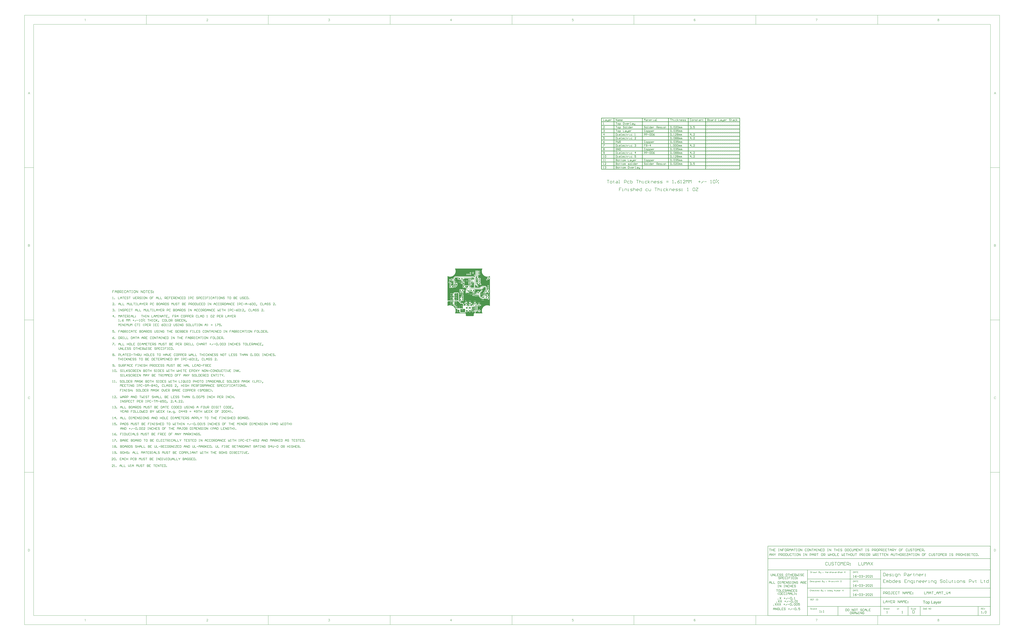
<source format=gtl>
G04 Layer_Physical_Order=1*
G04 Layer_Color=255*
%FSLAX25Y25*%
%MOIN*%
G70*
G01*
G75*
%ADD10R,0.03937X0.03740*%
%ADD11C,0.03937*%
%ADD12R,0.02953X0.05709*%
%ADD13R,0.05709X0.02953*%
%ADD14R,0.03740X0.03937*%
%ADD15R,0.03740X0.02362*%
%ADD16R,0.07087X0.04528*%
%ADD17R,0.02165X0.01968*%
%ADD18R,0.04528X0.07087*%
%ADD19R,0.03150X0.03150*%
%ADD20R,0.04331X0.07874*%
%ADD21C,0.02000*%
%ADD22C,0.00800*%
%ADD23C,0.04000*%
%ADD24C,0.01500*%
%ADD25C,0.01200*%
%ADD26C,0.00100*%
%ADD27C,0.01000*%
%ADD28C,0.00500*%
%ADD29C,0.00700*%
%ADD30C,0.00400*%
%ADD31C,0.05354*%
%ADD32R,0.05354X0.05354*%
%ADD33C,0.02000*%
%ADD34C,0.02400*%
G36*
X1582132Y-943000D02*
X1582337Y-943029D01*
X1582586Y-943087D01*
X1582850Y-943161D01*
X1583113Y-943278D01*
X1583377Y-943439D01*
X1583391D01*
X1583406Y-943453D01*
X1583494Y-943527D01*
X1583611Y-943629D01*
X1583772Y-943775D01*
X1583933Y-943951D01*
X1584109Y-944185D01*
X1584270Y-944434D01*
X1584416Y-944742D01*
Y-944756D01*
X1584431Y-944786D01*
X1584445Y-944830D01*
X1584475Y-944888D01*
X1584504Y-944961D01*
X1584533Y-945064D01*
X1584592Y-945283D01*
X1584650Y-945562D01*
X1584709Y-945869D01*
X1584753Y-946206D01*
X1584767Y-946572D01*
Y-946586D01*
Y-946616D01*
Y-946674D01*
Y-946747D01*
X1584753Y-946850D01*
Y-946952D01*
X1584723Y-947216D01*
X1584665Y-947509D01*
X1584606Y-947831D01*
X1584504Y-948168D01*
X1584372Y-948504D01*
Y-948519D01*
X1584357Y-948548D01*
X1584328Y-948592D01*
X1584299Y-948651D01*
X1584211Y-948797D01*
X1584094Y-948987D01*
X1583933Y-949192D01*
X1583743Y-949412D01*
X1583523Y-949617D01*
X1583259Y-949807D01*
X1583245D01*
X1583230Y-949822D01*
X1583186Y-949851D01*
X1583128Y-949880D01*
X1582981Y-949954D01*
X1582791Y-950027D01*
X1582557Y-950115D01*
X1582308Y-950188D01*
X1582015Y-950246D01*
X1581722Y-950261D01*
X1581620D01*
X1581517Y-950246D01*
X1581371Y-950232D01*
X1581210Y-950202D01*
X1581034Y-950159D01*
X1580844Y-950100D01*
X1580668Y-950027D01*
X1580654Y-950012D01*
X1580595Y-949983D01*
X1580507Y-949924D01*
X1580405Y-949851D01*
X1580273Y-949763D01*
X1580156Y-949661D01*
X1580024Y-949529D01*
X1579907Y-949397D01*
Y-952765D01*
X1578721D01*
Y-943131D01*
X1579805D01*
Y-944039D01*
X1579819Y-944010D01*
X1579863Y-943951D01*
X1579951Y-943863D01*
X1580053Y-943746D01*
X1580171Y-943614D01*
X1580317Y-943483D01*
X1580478Y-943351D01*
X1580654Y-943248D01*
X1580683Y-943234D01*
X1580741Y-943205D01*
X1580844Y-943161D01*
X1580976Y-943102D01*
X1581151Y-943058D01*
X1581342Y-943014D01*
X1581561Y-942985D01*
X1581810Y-942970D01*
X1581957D01*
X1582132Y-943000D01*
D02*
G37*
G36*
X21889Y42400D02*
X21890Y39691D01*
X21536Y39338D01*
X19998D01*
X19998Y32239D01*
X21807Y32239D01*
X22161Y31885D01*
X22161Y28900D01*
X22161Y28900D01*
X22161Y28900D01*
X22236Y28521D01*
X22316Y28120D01*
X22316Y28120D01*
X22316Y28120D01*
X22524Y27808D01*
X22758Y27458D01*
X22758Y27458D01*
X22758Y27458D01*
X23459Y26758D01*
X23782Y26542D01*
X24120Y26316D01*
X24120Y26316D01*
X24120Y26316D01*
X24488Y26243D01*
X24900Y26161D01*
X28755Y26161D01*
X28961Y25955D01*
X28961Y19601D01*
X29038Y19213D01*
X29116Y18821D01*
X29116Y18821D01*
X29116Y18820D01*
X29340Y18485D01*
X29557Y18159D01*
X29558Y18159D01*
X29558Y18159D01*
X29558Y18158D01*
X30457Y17258D01*
X30458Y17258D01*
X30458Y17258D01*
X30799Y17030D01*
X31119Y16816D01*
X31119Y16816D01*
X31119Y16816D01*
X31514Y16738D01*
X31899Y16661D01*
X31899Y16661D01*
X31900Y16661D01*
X34184Y16661D01*
X34538Y16307D01*
Y14500D01*
X37037D01*
Y14500D01*
X38037D01*
X39037Y14500D01*
Y14500D01*
X41637D01*
X41637Y13631D01*
X41580Y13584D01*
X39037D01*
Y10301D01*
Y7017D01*
X41580D01*
X41861Y7073D01*
X42221Y6877D01*
X42361Y6754D01*
Y6500D01*
X42361Y6500D01*
X42516Y5720D01*
X42958Y5058D01*
X42958Y5058D01*
X43358Y4658D01*
X44020Y4216D01*
X44800Y4061D01*
X59000D01*
X59780Y4216D01*
X60442Y4658D01*
X61542Y5758D01*
X61984Y6420D01*
X62139Y7200D01*
Y7486D01*
X62454Y7593D01*
X62639Y7618D01*
X63396Y7038D01*
X64290Y6667D01*
X65250Y6541D01*
X66210Y6667D01*
X67104Y7038D01*
X67873Y7627D01*
X68398Y8313D01*
X68750D01*
X69491Y8460D01*
X70120Y8880D01*
X71090Y9850D01*
X71617Y9671D01*
X71667Y9290D01*
X72038Y8396D01*
X72627Y7627D01*
X73396Y7038D01*
X74290Y6667D01*
X75250Y6541D01*
X76210Y6667D01*
X77104Y7038D01*
X77873Y7627D01*
X78462Y8396D01*
X78833Y9290D01*
X78959Y10250D01*
X78846Y11107D01*
X81297Y13557D01*
X81717Y14186D01*
X81864Y14927D01*
Y16288D01*
X82364Y16595D01*
X82573Y16553D01*
X84250D01*
Y20250D01*
X85250D01*
Y21250D01*
X88947D01*
Y22927D01*
X88869Y23317D01*
X88648Y23648D01*
X88317Y23869D01*
X88316Y23869D01*
X88152Y24412D01*
X88673Y24933D01*
X89093Y25562D01*
X89180Y26000D01*
X90500D01*
X92000Y24500D01*
Y12187D01*
X88398D01*
X87873Y12873D01*
X87104Y13462D01*
X86210Y13833D01*
X85250Y13959D01*
X84290Y13833D01*
X83396Y13462D01*
X82627Y12873D01*
X82038Y12104D01*
X81668Y11210D01*
X81541Y10250D01*
X81668Y9290D01*
X82038Y8396D01*
X82627Y7627D01*
X83396Y7038D01*
X84290Y6667D01*
X85250Y6541D01*
X86210Y6667D01*
X87104Y7038D01*
X87873Y7627D01*
X88398Y8313D01*
X92000D01*
Y4085D01*
X89574Y1658D01*
X89520Y1622D01*
X89484Y1568D01*
X88500Y585D01*
Y-5000D01*
X87000Y-6500D01*
X64500D01*
X62500Y-4500D01*
Y1000D01*
X61000Y2500D01*
X27248D01*
X26984Y2925D01*
X27476Y3922D01*
X28234Y6155D01*
X28694Y8468D01*
X28849Y10821D01*
X28694Y13174D01*
X28234Y15487D01*
X27476Y17720D01*
X26433Y19835D01*
X25123Y21795D01*
X23568Y23568D01*
X21795Y25123D01*
X19835Y26433D01*
X17720Y27476D01*
X15487Y28234D01*
X13174Y28694D01*
X10821Y28849D01*
X8468Y28694D01*
X6155Y28234D01*
X3922Y27476D01*
X2719Y26883D01*
X2294Y27147D01*
Y40280D01*
X4414Y42400D01*
X21889Y42400D01*
D02*
G37*
G36*
X1607928Y-950217D02*
Y-950232D01*
X1607913Y-950261D01*
X1607884Y-950320D01*
X1607855Y-950407D01*
X1607825Y-950495D01*
X1607781Y-950598D01*
X1607694Y-950847D01*
X1607577Y-951110D01*
X1607474Y-951359D01*
X1607372Y-951608D01*
X1607313Y-951710D01*
X1607269Y-951798D01*
X1607254Y-951828D01*
X1607211Y-951886D01*
X1607152Y-951989D01*
X1607064Y-952120D01*
X1606947Y-952252D01*
X1606830Y-952398D01*
X1606684Y-952530D01*
X1606537Y-952647D01*
X1606523Y-952662D01*
X1606464Y-952691D01*
X1606376Y-952735D01*
X1606259Y-952779D01*
X1606127Y-952838D01*
X1605951Y-952882D01*
X1605776Y-952911D01*
X1605571Y-952925D01*
X1605512D01*
X1605439Y-952911D01*
X1605351D01*
X1605234Y-952896D01*
X1605102Y-952867D01*
X1604810Y-952779D01*
X1604678Y-951681D01*
X1604692D01*
X1604736Y-951696D01*
X1604810Y-951710D01*
X1604912Y-951740D01*
X1605117Y-951784D01*
X1605351Y-951798D01*
X1605424D01*
X1605483Y-951784D01*
X1605585D01*
X1605791Y-951740D01*
X1605893Y-951710D01*
X1605981Y-951667D01*
X1605995D01*
X1606025Y-951637D01*
X1606069Y-951608D01*
X1606113Y-951564D01*
X1606244Y-951447D01*
X1606376Y-951286D01*
Y-951271D01*
X1606391Y-951242D01*
X1606420Y-951198D01*
X1606464Y-951110D01*
X1606508Y-950993D01*
X1606566Y-950847D01*
X1606640Y-950642D01*
X1606727Y-950407D01*
X1606742Y-950393D01*
X1606757Y-950334D01*
X1606801Y-950246D01*
X1606845Y-950115D01*
X1604195Y-943131D01*
X1605454D01*
X1606903Y-947143D01*
Y-947157D01*
X1606918Y-947172D01*
X1606932Y-947216D01*
X1606947Y-947274D01*
X1607006Y-947435D01*
X1607079Y-947641D01*
X1607152Y-947875D01*
X1607240Y-948153D01*
X1607328Y-948446D01*
X1607416Y-948753D01*
Y-948738D01*
X1607430Y-948724D01*
Y-948680D01*
X1607459Y-948621D01*
X1607489Y-948460D01*
X1607547Y-948270D01*
X1607620Y-948036D01*
X1607708Y-947772D01*
X1607796Y-947494D01*
X1607899Y-947201D01*
X1609392Y-943131D01*
X1610563D01*
X1607928Y-950217D01*
D02*
G37*
G36*
X1621821Y-942985D02*
X1621982Y-943014D01*
X1622158Y-943073D01*
X1622363Y-943131D01*
X1622583Y-943234D01*
X1622817Y-943366D01*
X1622392Y-944449D01*
X1622378Y-944434D01*
X1622319Y-944405D01*
X1622231Y-944361D01*
X1622129Y-944317D01*
X1621997Y-944273D01*
X1621851Y-944229D01*
X1621689Y-944200D01*
X1621528Y-944185D01*
X1621470D01*
X1621397Y-944200D01*
X1621294Y-944215D01*
X1621192Y-944244D01*
X1621075Y-944288D01*
X1620958Y-944347D01*
X1620840Y-944420D01*
X1620826Y-944434D01*
X1620797Y-944464D01*
X1620738Y-944522D01*
X1620679Y-944595D01*
X1620606Y-944683D01*
X1620533Y-944800D01*
X1620474Y-944932D01*
X1620416Y-945078D01*
X1620401Y-945108D01*
X1620387Y-945181D01*
X1620357Y-945313D01*
X1620328Y-945488D01*
X1620284Y-945693D01*
X1620255Y-945928D01*
X1620240Y-946177D01*
X1620226Y-946455D01*
Y-950100D01*
X1619040D01*
Y-943131D01*
X1620108D01*
Y-944171D01*
X1620123Y-944156D01*
X1620182Y-944068D01*
X1620255Y-943937D01*
X1620343Y-943790D01*
X1620460Y-943629D01*
X1620592Y-943468D01*
X1620709Y-943322D01*
X1620840Y-943219D01*
X1620855Y-943205D01*
X1620899Y-943175D01*
X1620972Y-943146D01*
X1621075Y-943087D01*
X1621177Y-943044D01*
X1621309Y-943014D01*
X1621455Y-942985D01*
X1621602Y-942970D01*
X1621704D01*
X1621821Y-942985D01*
D02*
G37*
G36*
X96178Y27296D02*
X96261D01*
X96481Y27340D01*
X96898Y27089D01*
X96981Y26993D01*
Y12520D01*
X96648Y12187D01*
X94039D01*
Y24500D01*
X93884Y25280D01*
X93737Y25501D01*
X93972Y25942D01*
X94000D01*
X94000Y26836D01*
X94178Y27000D01*
Y29300D01*
X96178D01*
Y27296D01*
D02*
G37*
G36*
X37200Y68500D02*
X37200Y64100D01*
X37200Y49200D01*
Y45600D01*
X36200Y44600D01*
X26300D01*
X24200Y46700D01*
Y47868D01*
X24200D01*
X24200Y49847D01*
X24200Y59900D01*
X24200D01*
X24200Y62665D01*
Y65900D01*
Y68657D01*
X24643Y69100D01*
X36600Y69100D01*
X37200Y68500D01*
D02*
G37*
G36*
X26300Y42561D02*
X36200D01*
X36650Y42650D01*
X44800Y34500D01*
X50700Y34500D01*
X53800Y31400D01*
X53800Y28400D01*
X53789Y27446D01*
X53567Y27318D01*
X53287Y27241D01*
X53024Y27417D01*
X52634Y27494D01*
X51469D01*
Y22538D01*
X50468D01*
Y21538D01*
X47284D01*
Y18939D01*
X45700D01*
X44920Y18784D01*
X44794Y18700D01*
X41637Y18700D01*
Y18700D01*
X34538Y18700D01*
Y18700D01*
X31900Y18700D01*
X31000Y19601D01*
X31000Y26800D01*
X29600Y28200D01*
X24900Y28200D01*
X24200Y28900D01*
X24200Y41396D01*
X25520Y42716D01*
X26300Y42561D01*
D02*
G37*
G36*
X60100Y15700D02*
X60100Y9500D01*
Y7200D01*
X59000Y6100D01*
X44800D01*
X44400Y6500D01*
Y15600D01*
X45700Y16900D01*
X47816D01*
X47874Y16829D01*
Y16254D01*
X50468D01*
X53063D01*
Y16829D01*
X53121Y16900D01*
X58900D01*
X60100Y15700D01*
D02*
G37*
G36*
X1570098Y-941609D02*
X1566936D01*
Y-950100D01*
X1565662D01*
Y-941609D01*
X1562500D01*
Y-940481D01*
X1570098D01*
Y-941609D01*
D02*
G37*
G36*
X1614662Y-942985D02*
X1614779Y-943000D01*
X1614926Y-943014D01*
X1615072Y-943044D01*
X1615248Y-943087D01*
X1615599Y-943205D01*
X1615790Y-943278D01*
X1615980Y-943380D01*
X1616170Y-943483D01*
X1616361Y-943614D01*
X1616536Y-943761D01*
X1616712Y-943937D01*
X1616727Y-943951D01*
X1616756Y-943981D01*
X1616800Y-944039D01*
X1616858Y-944112D01*
X1616917Y-944215D01*
X1616990Y-944332D01*
X1617078Y-944464D01*
X1617166Y-944625D01*
X1617239Y-944815D01*
X1617327Y-945005D01*
X1617400Y-945225D01*
X1617473Y-945474D01*
X1617517Y-945723D01*
X1617561Y-946001D01*
X1617590Y-946294D01*
X1617605Y-946616D01*
Y-946630D01*
Y-946689D01*
Y-946791D01*
X1617590Y-946923D01*
X1612408D01*
Y-946938D01*
Y-946967D01*
X1612422Y-947040D01*
Y-947113D01*
X1612437Y-947216D01*
X1612452Y-947318D01*
X1612510Y-947582D01*
X1612598Y-947860D01*
X1612701Y-948153D01*
X1612862Y-948446D01*
X1613052Y-948695D01*
X1613081Y-948724D01*
X1613154Y-948782D01*
X1613286Y-948885D01*
X1613447Y-948987D01*
X1613667Y-949104D01*
X1613916Y-949207D01*
X1614194Y-949265D01*
X1614501Y-949295D01*
X1614618D01*
X1614735Y-949280D01*
X1614882Y-949251D01*
X1615058Y-949207D01*
X1615248Y-949148D01*
X1615438Y-949075D01*
X1615614Y-948958D01*
X1615629Y-948943D01*
X1615687Y-948885D01*
X1615775Y-948812D01*
X1615877Y-948680D01*
X1615995Y-948534D01*
X1616112Y-948343D01*
X1616229Y-948109D01*
X1616346Y-947845D01*
X1617561Y-948007D01*
Y-948021D01*
X1617546Y-948050D01*
X1617532Y-948109D01*
X1617503Y-948182D01*
X1617473Y-948270D01*
X1617429Y-948372D01*
X1617312Y-948621D01*
X1617166Y-948885D01*
X1616990Y-949163D01*
X1616756Y-949441D01*
X1616492Y-949675D01*
X1616478D01*
X1616463Y-949705D01*
X1616419Y-949734D01*
X1616346Y-949763D01*
X1616273Y-949807D01*
X1616185Y-949866D01*
X1616082Y-949910D01*
X1615951Y-949968D01*
X1615672Y-950071D01*
X1615321Y-950173D01*
X1614940Y-950232D01*
X1614501Y-950261D01*
X1614355D01*
X1614252Y-950246D01*
X1614121Y-950232D01*
X1613974Y-950217D01*
X1613813Y-950188D01*
X1613623Y-950144D01*
X1613242Y-950027D01*
X1613037Y-949954D01*
X1612847Y-949866D01*
X1612642Y-949763D01*
X1612452Y-949632D01*
X1612261Y-949485D01*
X1612086Y-949324D01*
X1612071Y-949309D01*
X1612042Y-949280D01*
X1611998Y-949222D01*
X1611954Y-949148D01*
X1611881Y-949061D01*
X1611807Y-948943D01*
X1611720Y-948797D01*
X1611646Y-948636D01*
X1611559Y-948460D01*
X1611471Y-948270D01*
X1611398Y-948050D01*
X1611339Y-947816D01*
X1611280Y-947567D01*
X1611237Y-947289D01*
X1611207Y-946996D01*
X1611193Y-946689D01*
Y-946674D01*
Y-946616D01*
Y-946513D01*
X1611207Y-946396D01*
X1611222Y-946250D01*
X1611237Y-946074D01*
X1611266Y-945884D01*
X1611310Y-945679D01*
X1611412Y-945240D01*
X1611485Y-945020D01*
X1611573Y-944786D01*
X1611676Y-944566D01*
X1611793Y-944347D01*
X1611925Y-944141D01*
X1612086Y-943951D01*
X1612100Y-943937D01*
X1612130Y-943907D01*
X1612173Y-943863D01*
X1612247Y-943790D01*
X1612335Y-943717D01*
X1612452Y-943644D01*
X1612569Y-943556D01*
X1612715Y-943453D01*
X1612876Y-943366D01*
X1613052Y-943278D01*
X1613242Y-943205D01*
X1613462Y-943117D01*
X1613681Y-943058D01*
X1613916Y-943014D01*
X1614165Y-942985D01*
X1614428Y-942970D01*
X1614560D01*
X1614662Y-942985D01*
D02*
G37*
G36*
X1600637D02*
X1600842Y-943000D01*
X1601076Y-943029D01*
X1601325Y-943058D01*
X1601559Y-943117D01*
X1601779Y-943190D01*
X1601808Y-943205D01*
X1601867Y-943219D01*
X1601969Y-943278D01*
X1602087Y-943336D01*
X1602218Y-943410D01*
X1602365Y-943497D01*
X1602482Y-943600D01*
X1602599Y-943717D01*
X1602614Y-943732D01*
X1602643Y-943775D01*
X1602687Y-943834D01*
X1602745Y-943937D01*
X1602804Y-944054D01*
X1602863Y-944185D01*
X1602921Y-944347D01*
X1602965Y-944522D01*
Y-944537D01*
X1602980Y-944581D01*
X1602994Y-944654D01*
X1603009Y-944771D01*
Y-944917D01*
X1603024Y-945108D01*
X1603038Y-945327D01*
Y-945605D01*
Y-947187D01*
Y-947201D01*
Y-947260D01*
Y-947348D01*
Y-947450D01*
Y-947582D01*
Y-947728D01*
X1603053Y-948065D01*
Y-948431D01*
X1603067Y-948768D01*
X1603082Y-948929D01*
Y-949061D01*
X1603097Y-949178D01*
X1603111Y-949280D01*
Y-949295D01*
X1603126Y-949353D01*
X1603141Y-949441D01*
X1603170Y-949544D01*
X1603214Y-949661D01*
X1603272Y-949807D01*
X1603404Y-950100D01*
X1602174D01*
X1602160Y-950085D01*
X1602145Y-950041D01*
X1602116Y-949954D01*
X1602072Y-949851D01*
X1602028Y-949719D01*
X1601999Y-949573D01*
X1601969Y-949412D01*
X1601940Y-949222D01*
X1601911Y-949251D01*
X1601823Y-949309D01*
X1601706Y-949412D01*
X1601530Y-949529D01*
X1601340Y-949675D01*
X1601120Y-949807D01*
X1600901Y-949924D01*
X1600666Y-950027D01*
X1600637Y-950041D01*
X1600564Y-950056D01*
X1600447Y-950100D01*
X1600286Y-950144D01*
X1600081Y-950188D01*
X1599861Y-950217D01*
X1599627Y-950246D01*
X1599364Y-950261D01*
X1599261D01*
X1599173Y-950246D01*
X1599085D01*
X1598968Y-950232D01*
X1598719Y-950188D01*
X1598427Y-950129D01*
X1598148Y-950027D01*
X1597856Y-949895D01*
X1597607Y-949705D01*
X1597577Y-949675D01*
X1597504Y-949602D01*
X1597416Y-949485D01*
X1597299Y-949309D01*
X1597182Y-949104D01*
X1597094Y-948870D01*
X1597021Y-948577D01*
X1596992Y-948270D01*
Y-948241D01*
Y-948182D01*
X1597007Y-948080D01*
X1597021Y-947963D01*
X1597050Y-947816D01*
X1597080Y-947655D01*
X1597138Y-947494D01*
X1597211Y-947333D01*
X1597226Y-947318D01*
X1597255Y-947260D01*
X1597299Y-947187D01*
X1597373Y-947084D01*
X1597460Y-946982D01*
X1597577Y-946865D01*
X1597695Y-946762D01*
X1597826Y-946660D01*
X1597841Y-946645D01*
X1597900Y-946616D01*
X1597973Y-946572D01*
X1598075Y-946513D01*
X1598207Y-946440D01*
X1598339Y-946381D01*
X1598500Y-946323D01*
X1598675Y-946264D01*
X1598690D01*
X1598749Y-946250D01*
X1598822Y-946235D01*
X1598939Y-946206D01*
X1599085Y-946177D01*
X1599276Y-946147D01*
X1599481Y-946118D01*
X1599730Y-946089D01*
X1599744D01*
X1599788Y-946074D01*
X1599861D01*
X1599964Y-946059D01*
X1600081Y-946045D01*
X1600213Y-946030D01*
X1600535Y-945971D01*
X1600871Y-945913D01*
X1601223Y-945854D01*
X1601559Y-945767D01*
X1601706Y-945723D01*
X1601838Y-945679D01*
Y-945664D01*
Y-945635D01*
X1601852Y-945547D01*
Y-945444D01*
Y-945401D01*
Y-945371D01*
Y-945357D01*
Y-945342D01*
Y-945254D01*
X1601838Y-945122D01*
X1601808Y-944976D01*
X1601764Y-944815D01*
X1601706Y-944639D01*
X1601633Y-944493D01*
X1601516Y-944361D01*
X1601501Y-944347D01*
X1601428Y-944303D01*
X1601325Y-944229D01*
X1601179Y-944156D01*
X1600989Y-944083D01*
X1600754Y-944010D01*
X1600476Y-943966D01*
X1600169Y-943951D01*
X1600037D01*
X1599891Y-943966D01*
X1599700Y-943981D01*
X1599495Y-944024D01*
X1599305Y-944068D01*
X1599100Y-944141D01*
X1598939Y-944244D01*
X1598924Y-944259D01*
X1598880Y-944303D01*
X1598807Y-944376D01*
X1598719Y-944478D01*
X1598617Y-944625D01*
X1598529Y-944800D01*
X1598427Y-945020D01*
X1598353Y-945269D01*
X1597197Y-945108D01*
Y-945093D01*
X1597211Y-945078D01*
X1597226Y-944991D01*
X1597270Y-944859D01*
X1597314Y-944683D01*
X1597387Y-944493D01*
X1597475Y-944303D01*
X1597577Y-944098D01*
X1597709Y-943922D01*
X1597724Y-943907D01*
X1597782Y-943849D01*
X1597856Y-943761D01*
X1597973Y-943658D01*
X1598119Y-943556D01*
X1598309Y-943439D01*
X1598514Y-943322D01*
X1598749Y-943219D01*
X1598763D01*
X1598778Y-943205D01*
X1598822Y-943190D01*
X1598866Y-943175D01*
X1599012Y-943146D01*
X1599203Y-943087D01*
X1599437Y-943044D01*
X1599700Y-943014D01*
X1600008Y-942985D01*
X1600330Y-942970D01*
X1600476D01*
X1600637Y-942985D01*
D02*
G37*
G36*
X1591297Y-948973D02*
X1596026D01*
Y-950100D01*
X1590023D01*
Y-940481D01*
X1591297D01*
Y-948973D01*
D02*
G37*
G36*
X1574314Y-942985D02*
X1574446Y-943000D01*
X1574578Y-943014D01*
X1574739Y-943044D01*
X1574915Y-943087D01*
X1575281Y-943205D01*
X1575471Y-943278D01*
X1575676Y-943366D01*
X1575866Y-943483D01*
X1576057Y-943614D01*
X1576247Y-943761D01*
X1576423Y-943922D01*
X1576437Y-943937D01*
X1576467Y-943966D01*
X1576511Y-944024D01*
X1576569Y-944098D01*
X1576642Y-944185D01*
X1576715Y-944303D01*
X1576803Y-944449D01*
X1576891Y-944595D01*
X1576964Y-944771D01*
X1577052Y-944976D01*
X1577125Y-945181D01*
X1577199Y-945415D01*
X1577257Y-945664D01*
X1577301Y-945942D01*
X1577330Y-946220D01*
X1577345Y-946528D01*
Y-946542D01*
Y-946586D01*
Y-946660D01*
Y-946747D01*
X1577330Y-946865D01*
Y-946996D01*
X1577316Y-947143D01*
X1577301Y-947304D01*
X1577242Y-947641D01*
X1577169Y-947992D01*
X1577067Y-948343D01*
X1576935Y-948651D01*
Y-948665D01*
X1576920Y-948680D01*
X1576862Y-948782D01*
X1576759Y-948914D01*
X1576628Y-949090D01*
X1576467Y-949280D01*
X1576262Y-949471D01*
X1576027Y-949661D01*
X1575749Y-949837D01*
X1575735D01*
X1575720Y-949851D01*
X1575676Y-949880D01*
X1575617Y-949895D01*
X1575456Y-949968D01*
X1575251Y-950041D01*
X1575003Y-950129D01*
X1574724Y-950188D01*
X1574417Y-950246D01*
X1574080Y-950261D01*
X1573934D01*
X1573831Y-950246D01*
X1573714Y-950232D01*
X1573568Y-950217D01*
X1573407Y-950188D01*
X1573231Y-950144D01*
X1572865Y-950027D01*
X1572660Y-949954D01*
X1572470Y-949866D01*
X1572265Y-949763D01*
X1572075Y-949632D01*
X1571884Y-949485D01*
X1571709Y-949324D01*
X1571694Y-949309D01*
X1571665Y-949280D01*
X1571621Y-949222D01*
X1571577Y-949148D01*
X1571504Y-949046D01*
X1571430Y-948929D01*
X1571343Y-948797D01*
X1571269Y-948636D01*
X1571181Y-948446D01*
X1571094Y-948255D01*
X1571021Y-948021D01*
X1570962Y-947787D01*
X1570903Y-947523D01*
X1570859Y-947245D01*
X1570830Y-946938D01*
X1570815Y-946616D01*
Y-946586D01*
Y-946528D01*
X1570830Y-946425D01*
Y-946294D01*
X1570845Y-946133D01*
X1570874Y-945957D01*
X1570903Y-945752D01*
X1570947Y-945532D01*
X1571006Y-945298D01*
X1571079Y-945064D01*
X1571167Y-944830D01*
X1571269Y-944595D01*
X1571387Y-944361D01*
X1571533Y-944141D01*
X1571694Y-943937D01*
X1571884Y-943746D01*
X1571899Y-943732D01*
X1571928Y-943717D01*
X1571972Y-943673D01*
X1572045Y-943629D01*
X1572133Y-943571D01*
X1572236Y-943497D01*
X1572353Y-943424D01*
X1572499Y-943351D01*
X1572645Y-943292D01*
X1572807Y-943219D01*
X1573187Y-943087D01*
X1573612Y-943000D01*
X1573846Y-942985D01*
X1574080Y-942970D01*
X1574212D01*
X1574314Y-942985D01*
D02*
G37*
G36*
X116786Y148856D02*
X116181Y147631D01*
X115423Y145396D01*
X114962Y143081D01*
X114808Y140726D01*
X114962Y138370D01*
X115423Y136055D01*
X116181Y133820D01*
X117225Y131704D01*
X118536Y129741D01*
X120093Y127967D01*
X121867Y126410D01*
X123830Y125099D01*
X125947Y124055D01*
X128182Y123296D01*
X130497Y122836D01*
X132852Y122682D01*
X135207Y122836D01*
X137522Y123296D01*
X139757Y124055D01*
X140982Y124659D01*
X141407Y124395D01*
Y27164D01*
X140982Y26900D01*
X139745Y27510D01*
X137514Y28267D01*
X135204Y28727D01*
X132854Y28881D01*
X130503Y28727D01*
X128193Y28267D01*
X125962Y27510D01*
X123849Y26468D01*
X121891Y25159D01*
X120120Y23606D01*
X118567Y21835D01*
X117258Y19877D01*
X116216Y17764D01*
X115459Y15533D01*
X114999Y13223D01*
X114845Y10872D01*
X114999Y8522D01*
X115459Y6211D01*
X116216Y3981D01*
X116839Y2719D01*
X116574Y2294D01*
X93752Y2294D01*
X93543Y2794D01*
X93884Y3304D01*
X94039Y4085D01*
Y8313D01*
X97450D01*
X98191Y8460D01*
X98820Y8880D01*
X100288Y10348D01*
X100708Y10977D01*
X100855Y11718D01*
Y27313D01*
X102121D01*
X102201Y26912D01*
X102466Y26515D01*
X102863Y26250D01*
X103331Y26157D01*
X107269D01*
X107737Y26250D01*
X108134Y26515D01*
X108399Y26912D01*
X108489Y27363D01*
X110087D01*
X110600Y27261D01*
X111380Y27416D01*
X112042Y27858D01*
X112484Y28520D01*
X112639Y29300D01*
X112484Y30080D01*
X112042Y30742D01*
X111380Y31184D01*
X110600Y31339D01*
X110087Y31237D01*
X108469D01*
X108399Y31589D01*
X108134Y31986D01*
X107746Y32245D01*
X107686Y32579D01*
X107703Y32767D01*
X107990Y32959D01*
X108211Y33289D01*
X108288Y33680D01*
Y34549D01*
X105300D01*
X102312D01*
Y33680D01*
X102390Y33289D01*
X102611Y32959D01*
X102897Y32767D01*
X102914Y32579D01*
X102855Y32245D01*
X102466Y31986D01*
X102201Y31589D01*
X102121Y31188D01*
X100809D01*
X100469Y31415D01*
X100001Y31508D01*
X97835D01*
X97367Y31415D01*
X96970Y31149D01*
X96907Y31055D01*
X96651Y31226D01*
X96363Y31284D01*
Y31793D01*
X96980Y31916D01*
X97642Y32358D01*
X98084Y33020D01*
X98239Y33800D01*
X98084Y34580D01*
X97642Y35242D01*
X96980Y35684D01*
X96200Y35839D01*
X95687Y35737D01*
X95140D01*
Y35769D01*
X95047Y36237D01*
X94782Y36634D01*
X94393Y36894D01*
X94334Y37228D01*
X94351Y37416D01*
X94638Y37607D01*
X94858Y37938D01*
X94936Y38328D01*
Y39198D01*
X91948D01*
X88960D01*
Y38328D01*
X89038Y37938D01*
X89259Y37607D01*
X89545Y37416D01*
X89562Y37228D01*
X89503Y36894D01*
X89114Y36634D01*
X88849Y36237D01*
X88756Y35769D01*
Y33492D01*
X86771Y31508D01*
X86221D01*
X85752Y31415D01*
X85355Y31149D01*
X85292Y31055D01*
X85036Y31226D01*
X84646Y31304D01*
X84563D01*
Y29300D01*
X83563D01*
Y28300D01*
X81464D01*
X81538Y27926D01*
X81759Y27595D01*
X81901Y27500D01*
X81750Y27000D01*
X77792Y27000D01*
X77668Y27500D01*
X77900Y27847D01*
X77993Y28316D01*
Y30284D01*
X77900Y30753D01*
X78142Y31290D01*
X78187Y31299D01*
X78584Y31564D01*
X78849Y31961D01*
X78942Y32429D01*
Y32462D01*
X81391D01*
X81900Y32361D01*
X82680Y32516D01*
X83342Y32958D01*
X83784Y33620D01*
X83939Y34400D01*
X83784Y35180D01*
X83342Y35842D01*
X82680Y36284D01*
X81900Y36439D01*
X81383Y36336D01*
X78909D01*
X78849Y36637D01*
X78584Y37034D01*
X78196Y37294D01*
X78136Y37628D01*
X78153Y37816D01*
X78439Y38007D01*
X78661Y38338D01*
X78738Y38728D01*
Y39599D01*
X75750D01*
X72762D01*
Y38728D01*
X72839Y38338D01*
X73061Y38007D01*
X73347Y37816D01*
X73364Y37628D01*
X73304Y37294D01*
X72916Y37034D01*
X72651Y36637D01*
X72558Y36169D01*
Y32429D01*
X72651Y31961D01*
X72756Y31804D01*
X72489Y31304D01*
X70864D01*
X70474Y31226D01*
X70143Y31005D01*
X69922Y30674D01*
X69848Y30300D01*
X71947D01*
Y29300D01*
X72947D01*
Y27296D01*
X73030D01*
X73508Y26957D01*
X73513Y26925D01*
X73119Y26474D01*
X69637Y26474D01*
X66377Y29733D01*
Y30284D01*
X66284Y30753D01*
X66019Y31149D01*
X65937Y31204D01*
Y32471D01*
X66337Y32550D01*
X66734Y32815D01*
X66999Y33212D01*
X67092Y33680D01*
Y37420D01*
X66999Y37889D01*
X66734Y38286D01*
X66346Y38545D01*
X66286Y38879D01*
X66303Y39067D01*
X66589Y39259D01*
X66811Y39589D01*
X66888Y39979D01*
Y40850D01*
X63900D01*
X60912D01*
Y39979D01*
X60989Y39589D01*
X61211Y39259D01*
X61497Y39067D01*
X61514Y38879D01*
X61454Y38545D01*
X61066Y38286D01*
X60801Y37889D01*
X60721Y37488D01*
X59259D01*
X59000Y37539D01*
X58220Y37384D01*
X57558Y36942D01*
X57116Y36280D01*
X56961Y35500D01*
X57116Y34720D01*
X57558Y34058D01*
X58220Y33616D01*
X59000Y33461D01*
X59766Y33613D01*
X60721D01*
X60801Y33212D01*
X61066Y32815D01*
X61463Y32550D01*
X61932Y32457D01*
X62063D01*
Y31646D01*
X62024Y31582D01*
X61563Y31274D01*
X61413Y31304D01*
X61330D01*
Y29300D01*
X60330D01*
Y28300D01*
X58232D01*
X58306Y27926D01*
X58486Y27657D01*
X58414Y27393D01*
X58282Y27157D01*
X56283Y27157D01*
X56163Y27227D01*
X55831Y27657D01*
X55839Y28377D01*
X55837Y28389D01*
X55839Y28400D01*
X55839Y31400D01*
X55755Y31823D01*
X55684Y32180D01*
X55684Y32180D01*
X55684Y32180D01*
X55462Y32513D01*
X55242Y32842D01*
X52142Y35942D01*
X52142Y35942D01*
X52142Y35942D01*
X51731Y36217D01*
X51481Y36384D01*
X51481D01*
X51480Y36384D01*
X51011Y36477D01*
X50700Y36539D01*
X50700Y36539D01*
X50700Y36539D01*
X45645Y36539D01*
X39250Y42934D01*
X39250Y44900D01*
X39250Y44900D01*
X39250D01*
X39192Y45361D01*
X39239Y45600D01*
Y49200D01*
X39239Y64100D01*
X39239Y68500D01*
X39239Y68500D01*
X39084Y69280D01*
X38642Y69942D01*
X38042Y70542D01*
X38042Y70542D01*
X37646Y70806D01*
X37380Y70984D01*
X37380Y70984D01*
X37380Y70984D01*
X37024Y71055D01*
X36600Y71139D01*
X36600Y71139D01*
X36600Y71139D01*
X24643Y71139D01*
X23863Y70984D01*
X23201Y70542D01*
X22758Y70099D01*
X22316Y69437D01*
X22161Y68657D01*
Y66999D01*
X20000D01*
X20000Y59900D01*
X21807Y59900D01*
X22161Y59546D01*
Y54967D01*
X20000D01*
X20000Y47868D01*
X21389Y47868D01*
X21889Y47868D01*
X21889Y44793D01*
X21536Y44439D01*
X4414Y44439D01*
X3633Y44284D01*
X2972Y43842D01*
X2972Y43842D01*
X2756Y43626D01*
X2294Y43817D01*
Y124405D01*
X2719Y124669D01*
X3921Y124076D01*
X6156Y123317D01*
X8471Y122857D01*
X10827Y122703D01*
X13182Y122857D01*
X15497Y123317D01*
X17732Y124076D01*
X19850Y125120D01*
X21812Y126432D01*
X23587Y127988D01*
X25143Y129763D01*
X26455Y131725D01*
X27499Y133842D01*
X28257Y136077D01*
X28718Y138393D01*
X28872Y140748D01*
X28718Y143103D01*
X28257Y145419D01*
X27499Y147654D01*
X26906Y148856D01*
X27170Y149281D01*
X116522D01*
X116786Y148856D01*
D02*
G37*
%LPC*%
G36*
X1581839Y-943893D02*
X1581635D01*
X1581576Y-943907D01*
X1581444Y-943937D01*
X1581254Y-943981D01*
X1581049Y-944068D01*
X1580829Y-944200D01*
X1580712Y-944273D01*
X1580595Y-944376D01*
X1580478Y-944478D01*
X1580375Y-944610D01*
Y-944625D01*
X1580346Y-944639D01*
X1580317Y-944683D01*
X1580288Y-944742D01*
X1580244Y-944815D01*
X1580200Y-944903D01*
X1580141Y-945005D01*
X1580097Y-945122D01*
X1580039Y-945269D01*
X1579980Y-945415D01*
X1579936Y-945591D01*
X1579892Y-945767D01*
X1579863Y-945971D01*
X1579834Y-946191D01*
X1579805Y-946411D01*
Y-946660D01*
Y-946674D01*
Y-946718D01*
Y-946791D01*
X1579819Y-946879D01*
Y-946996D01*
X1579834Y-947113D01*
X1579878Y-947406D01*
X1579936Y-947743D01*
X1580024Y-948065D01*
X1580156Y-948372D01*
X1580244Y-948519D01*
X1580332Y-948651D01*
X1580361Y-948680D01*
X1580434Y-948753D01*
X1580551Y-948856D01*
X1580698Y-948973D01*
X1580888Y-949090D01*
X1581122Y-949192D01*
X1581371Y-949265D01*
X1581503Y-949280D01*
X1581649Y-949295D01*
X1581722D01*
X1581781Y-949280D01*
X1581927Y-949265D01*
X1582103Y-949207D01*
X1582323Y-949134D01*
X1582542Y-949017D01*
X1582762Y-948856D01*
X1582879Y-948753D01*
X1582981Y-948636D01*
Y-948621D01*
X1583011Y-948607D01*
X1583040Y-948563D01*
X1583069Y-948504D01*
X1583113Y-948431D01*
X1583157Y-948343D01*
X1583216Y-948241D01*
X1583274Y-948124D01*
X1583318Y-947992D01*
X1583377Y-947831D01*
X1583421Y-947670D01*
X1583465Y-947479D01*
X1583494Y-947274D01*
X1583523Y-947055D01*
X1583552Y-946821D01*
Y-946572D01*
Y-946557D01*
Y-946513D01*
Y-946440D01*
X1583538Y-946352D01*
Y-946235D01*
X1583523Y-946103D01*
X1583479Y-945811D01*
X1583421Y-945488D01*
X1583318Y-945152D01*
X1583186Y-944844D01*
X1583099Y-944698D01*
X1582996Y-944566D01*
Y-944551D01*
X1582967Y-944537D01*
X1582893Y-944464D01*
X1582791Y-944347D01*
X1582630Y-944229D01*
X1582440Y-944112D01*
X1582220Y-943995D01*
X1581971Y-943922D01*
X1581839Y-943893D01*
D02*
G37*
G36*
X14799Y40402D02*
X13535D01*
X13145Y40324D01*
X12814Y40103D01*
X12594Y39772D01*
X12516Y39382D01*
Y36839D01*
X14799D01*
Y40402D01*
D02*
G37*
G36*
X18063D02*
X16799D01*
Y36839D01*
X19083D01*
Y39382D01*
X19005Y39772D01*
X18784Y40103D01*
X18453Y40324D01*
X18063Y40402D01*
D02*
G37*
G36*
X37037Y13584D02*
X34494D01*
X34104Y13507D01*
X33773Y13285D01*
X33552Y12955D01*
X33474Y12565D01*
Y11301D01*
X37037D01*
Y13584D01*
D02*
G37*
G36*
X88947Y19250D02*
X86250D01*
Y16553D01*
X87927D01*
X88317Y16631D01*
X88648Y16852D01*
X88869Y17183D01*
X88947Y17573D01*
Y19250D01*
D02*
G37*
G36*
X37037Y9301D02*
X33474D01*
Y8037D01*
X33552Y7647D01*
X33773Y7316D01*
X34104Y7095D01*
X34494Y7017D01*
X37037D01*
Y9301D01*
D02*
G37*
G36*
X19083Y34839D02*
X16799D01*
Y31276D01*
X18063D01*
X18453Y31353D01*
X18784Y31574D01*
X19005Y31905D01*
X19083Y32295D01*
Y34839D01*
D02*
G37*
G36*
X14799D02*
X12516D01*
Y32295D01*
X12594Y31905D01*
X12814Y31574D01*
X13145Y31353D01*
X13535Y31276D01*
X14799D01*
Y34839D01*
D02*
G37*
G36*
X31683Y50468D02*
X29399D01*
Y46906D01*
X30663D01*
X31053Y46983D01*
X31384Y47204D01*
X31605Y47535D01*
X31683Y47925D01*
Y50468D01*
D02*
G37*
G36*
X30663Y56031D02*
X29399D01*
Y52469D01*
X31683D01*
Y55012D01*
X31605Y55402D01*
X31384Y55733D01*
X31053Y55954D01*
X30663Y56031D01*
D02*
G37*
G36*
X27399D02*
X26135D01*
X25745Y55954D01*
X25414Y55733D01*
X25193Y55402D01*
X25116Y55012D01*
Y52469D01*
X27399D01*
Y56031D01*
D02*
G37*
G36*
Y50468D02*
X25116D01*
Y47925D01*
X25193Y47535D01*
X25414Y47204D01*
X25745Y46983D01*
X26135Y46906D01*
X27399D01*
Y50468D01*
D02*
G37*
G36*
X31683Y62500D02*
X29399D01*
Y58937D01*
X30663D01*
X31053Y59015D01*
X31384Y59236D01*
X31605Y59566D01*
X31683Y59957D01*
Y62500D01*
D02*
G37*
G36*
X27399D02*
X25116D01*
Y59957D01*
X25194Y59566D01*
X25414Y59236D01*
X25745Y59015D01*
X26135Y58937D01*
X27399D01*
Y62500D01*
D02*
G37*
G36*
X30663Y68063D02*
X29399D01*
Y64500D01*
X31683D01*
Y67043D01*
X31605Y67434D01*
X31384Y67764D01*
X31053Y67985D01*
X30663Y68063D01*
D02*
G37*
G36*
X27399D02*
X26135D01*
X25745Y67985D01*
X25414Y67764D01*
X25194Y67434D01*
X25116Y67043D01*
Y64500D01*
X27399D01*
Y68063D01*
D02*
G37*
G36*
X27398Y40402D02*
X26134D01*
X25744Y40324D01*
X25413Y40103D01*
X25192Y39772D01*
X25114Y39382D01*
Y36839D01*
X27398D01*
Y40402D01*
D02*
G37*
G36*
X30661D02*
X29398D01*
Y36839D01*
X31681D01*
Y39382D01*
X31603Y39772D01*
X31382Y40103D01*
X31052Y40324D01*
X30661Y40402D01*
D02*
G37*
G36*
X37037Y21899D02*
X33474D01*
Y20635D01*
X33552Y20245D01*
X33773Y19915D01*
X34104Y19693D01*
X34494Y19616D01*
X37037D01*
Y21899D01*
D02*
G37*
G36*
X42600D02*
X39037D01*
Y19616D01*
X41580D01*
X41971Y19693D01*
X42301Y19915D01*
X42522Y20245D01*
X42600Y20635D01*
Y21899D01*
D02*
G37*
G36*
X27398Y34839D02*
X25114D01*
Y32295D01*
X25192Y31905D01*
X25413Y31574D01*
X25744Y31353D01*
X26134Y31276D01*
X27398D01*
Y34839D01*
D02*
G37*
G36*
X31681D02*
X29398D01*
Y31276D01*
X30661D01*
X31052Y31353D01*
X31382Y31574D01*
X31603Y31905D01*
X31681Y32295D01*
Y34839D01*
D02*
G37*
G36*
X37037Y26183D02*
X34494D01*
X34104Y26105D01*
X33773Y25884D01*
X33552Y25553D01*
X33474Y25163D01*
Y23899D01*
X37037D01*
Y26183D01*
D02*
G37*
G36*
X49468Y27494D02*
X48303D01*
X47913Y27417D01*
X47582Y27196D01*
X47361Y26865D01*
X47284Y26475D01*
Y23538D01*
X49468D01*
Y27494D01*
D02*
G37*
G36*
X41580Y26183D02*
X39037D01*
Y23899D01*
X42600D01*
Y25163D01*
X42522Y25553D01*
X42301Y25884D01*
X41971Y26105D01*
X41580Y26183D01*
D02*
G37*
G36*
X49468Y14254D02*
X47874D01*
Y13679D01*
X47952Y13289D01*
X48173Y12958D01*
X48504Y12738D01*
X48894Y12660D01*
X49468D01*
Y14254D01*
D02*
G37*
G36*
X53063D02*
X51468D01*
Y12660D01*
X52043D01*
X52434Y12738D01*
X52764Y12958D01*
X52985Y13289D01*
X53063Y13679D01*
Y14254D01*
D02*
G37*
G36*
X1614443Y-943937D02*
X1614370D01*
X1614311Y-943951D01*
X1614150Y-943966D01*
X1613960Y-944010D01*
X1613740Y-944068D01*
X1613520Y-944171D01*
X1613286Y-944303D01*
X1613067Y-944493D01*
X1613037Y-944522D01*
X1612979Y-944595D01*
X1612891Y-944713D01*
X1612788Y-944888D01*
X1612686Y-945093D01*
X1612583Y-945342D01*
X1612510Y-945635D01*
X1612466Y-945957D01*
X1616361D01*
Y-945942D01*
Y-945913D01*
X1616346Y-945869D01*
Y-945811D01*
X1616317Y-945649D01*
X1616273Y-945459D01*
X1616214Y-945254D01*
X1616126Y-945035D01*
X1616039Y-944815D01*
X1615907Y-944639D01*
Y-944625D01*
X1615877Y-944610D01*
X1615804Y-944522D01*
X1615672Y-944420D01*
X1615511Y-944288D01*
X1615292Y-944156D01*
X1615043Y-944039D01*
X1614765Y-943966D01*
X1614604Y-943951D01*
X1614443Y-943937D01*
D02*
G37*
G36*
X1601838Y-946601D02*
X1601808Y-946616D01*
X1601764Y-946630D01*
X1601721Y-946645D01*
X1601647Y-946674D01*
X1601559Y-946689D01*
X1601472Y-946718D01*
X1601355Y-946762D01*
X1601223Y-946791D01*
X1601076Y-946821D01*
X1600930Y-946865D01*
X1600754Y-946908D01*
X1600564Y-946938D01*
X1600359Y-946982D01*
X1600139Y-947011D01*
X1599905Y-947055D01*
X1599876D01*
X1599788Y-947069D01*
X1599656Y-947099D01*
X1599495Y-947128D01*
X1599159Y-947201D01*
X1598997Y-947245D01*
X1598866Y-947289D01*
X1598851D01*
X1598822Y-947318D01*
X1598763Y-947348D01*
X1598705Y-947392D01*
X1598558Y-947509D01*
X1598412Y-947684D01*
Y-947699D01*
X1598383Y-947728D01*
X1598368Y-947772D01*
X1598339Y-947845D01*
X1598280Y-948021D01*
X1598265Y-948124D01*
X1598251Y-948241D01*
Y-948255D01*
Y-948314D01*
X1598265Y-948402D01*
X1598295Y-948519D01*
X1598339Y-948636D01*
X1598397Y-948768D01*
X1598485Y-948899D01*
X1598602Y-949031D01*
X1598617Y-949046D01*
X1598675Y-949075D01*
X1598749Y-949134D01*
X1598866Y-949178D01*
X1599012Y-949236D01*
X1599203Y-949295D01*
X1599407Y-949324D01*
X1599656Y-949339D01*
X1599773D01*
X1599891Y-949324D01*
X1600066Y-949295D01*
X1600242Y-949265D01*
X1600447Y-949222D01*
X1600652Y-949148D01*
X1600857Y-949046D01*
X1600886Y-949031D01*
X1600945Y-948987D01*
X1601047Y-948929D01*
X1601164Y-948826D01*
X1601281Y-948724D01*
X1601413Y-948577D01*
X1601545Y-948416D01*
X1601647Y-948226D01*
X1601662Y-948211D01*
X1601677Y-948153D01*
X1601706Y-948065D01*
X1601750Y-947933D01*
X1601779Y-947758D01*
X1601808Y-947553D01*
X1601823Y-947318D01*
X1601838Y-947040D01*
Y-946601D01*
D02*
G37*
G36*
X1574241Y-943951D02*
X1573992D01*
X1573934Y-943966D01*
X1573773Y-943981D01*
X1573568Y-944039D01*
X1573334Y-944112D01*
X1573085Y-944229D01*
X1572836Y-944405D01*
X1572719Y-944508D01*
X1572602Y-944625D01*
X1572572Y-944654D01*
X1572543Y-944698D01*
X1572514Y-944742D01*
X1572470Y-944815D01*
X1572426Y-944903D01*
X1572367Y-945005D01*
X1572323Y-945122D01*
X1572265Y-945254D01*
X1572206Y-945401D01*
X1572162Y-945562D01*
X1572118Y-945752D01*
X1572089Y-945942D01*
X1572060Y-946162D01*
X1572031Y-946381D01*
Y-946630D01*
Y-946645D01*
Y-946689D01*
Y-946762D01*
X1572045Y-946850D01*
Y-946952D01*
X1572060Y-947084D01*
X1572104Y-947377D01*
X1572177Y-947699D01*
X1572265Y-948036D01*
X1572411Y-948358D01*
X1572499Y-948504D01*
X1572602Y-948636D01*
X1572631Y-948665D01*
X1572704Y-948738D01*
X1572836Y-948841D01*
X1573011Y-948958D01*
X1573217Y-949090D01*
X1573480Y-949192D01*
X1573758Y-949265D01*
X1573919Y-949280D01*
X1574080Y-949295D01*
X1574168D01*
X1574227Y-949280D01*
X1574388Y-949265D01*
X1574593Y-949207D01*
X1574827Y-949134D01*
X1575076Y-949017D01*
X1575310Y-948856D01*
X1575427Y-948753D01*
X1575544Y-948636D01*
Y-948621D01*
X1575574Y-948607D01*
X1575603Y-948563D01*
X1575632Y-948504D01*
X1575676Y-948431D01*
X1575735Y-948343D01*
X1575778Y-948241D01*
X1575837Y-948124D01*
X1575896Y-947992D01*
X1575939Y-947845D01*
X1575998Y-947670D01*
X1576042Y-947479D01*
X1576071Y-947289D01*
X1576101Y-947069D01*
X1576130Y-946835D01*
Y-946586D01*
Y-946572D01*
Y-946528D01*
Y-946469D01*
X1576115Y-946367D01*
Y-946264D01*
X1576101Y-946147D01*
X1576057Y-945854D01*
X1575983Y-945547D01*
X1575881Y-945210D01*
X1575735Y-944903D01*
X1575530Y-944625D01*
Y-944610D01*
X1575500Y-944595D01*
X1575427Y-944522D01*
X1575295Y-944405D01*
X1575134Y-944288D01*
X1574915Y-944171D01*
X1574666Y-944054D01*
X1574388Y-943981D01*
X1574241Y-943951D01*
D02*
G37*
G36*
X62900Y44739D02*
X61932D01*
X61541Y44662D01*
X61211Y44441D01*
X60989Y44110D01*
X60912Y43720D01*
Y42849D01*
X62900D01*
Y44739D01*
D02*
G37*
G36*
X74750Y43488D02*
X73782D01*
X73391Y43411D01*
X73061Y43189D01*
X72839Y42859D01*
X72762Y42469D01*
Y41598D01*
X74750D01*
Y43488D01*
D02*
G37*
G36*
X77719D02*
X76750D01*
Y41598D01*
X78738D01*
Y42469D01*
X78661Y42859D01*
X78439Y43189D01*
X78109Y43411D01*
X77719Y43488D01*
D02*
G37*
G36*
X107269Y38439D02*
X106300D01*
Y36549D01*
X108288D01*
Y37420D01*
X108211Y37810D01*
X107990Y38141D01*
X107659Y38362D01*
X107269Y38439D01*
D02*
G37*
G36*
X93916Y43088D02*
X92948D01*
Y41198D01*
X94936D01*
Y42068D01*
X94858Y42459D01*
X94638Y42790D01*
X94307Y43011D01*
X93916Y43088D01*
D02*
G37*
G36*
X90948D02*
X89979D01*
X89589Y43011D01*
X89259Y42790D01*
X89038Y42459D01*
X88960Y42068D01*
Y41198D01*
X90948D01*
Y43088D01*
D02*
G37*
G36*
X18065Y56031D02*
X16801D01*
Y52469D01*
X19084D01*
Y55012D01*
X19006Y55402D01*
X18786Y55733D01*
X18455Y55954D01*
X18065Y56031D01*
D02*
G37*
G36*
X14801D02*
X13537D01*
X13147Y55954D01*
X12816Y55733D01*
X12595Y55402D01*
X12517Y55012D01*
Y52469D01*
X14801D01*
Y56031D01*
D02*
G37*
G36*
X44350Y57988D02*
X43480D01*
X43090Y57911D01*
X42759Y57689D01*
X42538Y57359D01*
X42461Y56968D01*
Y56000D01*
X44350D01*
Y57988D01*
D02*
G37*
G36*
X120888Y47350D02*
X118900D01*
Y45461D01*
X119869D01*
X120259Y45538D01*
X120589Y45759D01*
X120810Y46090D01*
X120888Y46480D01*
Y47350D01*
D02*
G37*
G36*
X116900D02*
X114912D01*
Y46480D01*
X114989Y46090D01*
X115210Y45759D01*
X115541Y45538D01*
X115931Y45461D01*
X116900D01*
Y47350D01*
D02*
G37*
G36*
X65869Y44739D02*
X64900D01*
Y42849D01*
X66888D01*
Y43720D01*
X66811Y44110D01*
X66589Y44441D01*
X66259Y44662D01*
X65869Y44739D01*
D02*
G37*
G36*
X19084Y50468D02*
X16801D01*
Y46906D01*
X18065D01*
X18455Y46983D01*
X18786Y47204D01*
X19006Y47535D01*
X19084Y47925D01*
Y50468D01*
D02*
G37*
G36*
X14801D02*
X12517D01*
Y47925D01*
X12595Y47535D01*
X12816Y47204D01*
X13147Y46983D01*
X13537Y46906D01*
X14801D01*
Y50468D01*
D02*
G37*
G36*
X106299Y14683D02*
X105242Y14544D01*
X104257Y14136D01*
X103411Y13487D01*
X102761Y12641D01*
X102353Y11656D01*
X102214Y10598D01*
X102353Y9541D01*
X102761Y8556D01*
X103411Y7710D01*
X104257Y7061D01*
X105242Y6653D01*
X106299Y6514D01*
X107357Y6653D01*
X108342Y7061D01*
X109188Y7710D01*
X109837Y8556D01*
X110245Y9541D01*
X110384Y10598D01*
X110245Y11656D01*
X109837Y12641D01*
X109188Y13487D01*
X108342Y14136D01*
X107357Y14544D01*
X106299Y14683D01*
D02*
G37*
G36*
X104300Y38439D02*
X103331D01*
X102941Y38362D01*
X102611Y38141D01*
X102390Y37810D01*
X102312Y37420D01*
Y36549D01*
X104300D01*
Y38439D01*
D02*
G37*
G36*
X59330Y31304D02*
X59248D01*
X58858Y31226D01*
X58527Y31005D01*
X58306Y30674D01*
X58232Y30300D01*
X59330D01*
Y31304D01*
D02*
G37*
G36*
X82563D02*
X82480D01*
X82090Y31226D01*
X81759Y31005D01*
X81538Y30674D01*
X81464Y30300D01*
X82563D01*
Y31304D01*
D02*
G37*
G36*
X70947Y28300D02*
X69848D01*
X69922Y27926D01*
X70143Y27595D01*
X70474Y27374D01*
X70864Y27296D01*
X70947D01*
Y28300D01*
D02*
G37*
G36*
X44346Y104276D02*
X42457D01*
Y103075D01*
X43327D01*
X43717Y103153D01*
X44048Y103374D01*
X44269Y103704D01*
X44346Y104095D01*
Y104276D01*
D02*
G37*
G36*
X40457D02*
X38567D01*
Y104095D01*
X38645Y103704D01*
X38866Y103374D01*
X39196Y103153D01*
X39587Y103075D01*
X40457D01*
Y104276D01*
D02*
G37*
G36*
X18091Y103776D02*
X17221D01*
Y102575D01*
X19110D01*
Y102756D01*
X19033Y103146D01*
X18812Y103477D01*
X18481Y103698D01*
X18091Y103776D01*
D02*
G37*
G36*
X100151Y107169D02*
X98261D01*
Y106201D01*
X98338Y105811D01*
X98559Y105480D01*
X98890Y105259D01*
X99280Y105181D01*
X100151D01*
Y107169D01*
D02*
G37*
G36*
X33468Y107039D02*
X32500D01*
Y105149D01*
X34488D01*
Y106020D01*
X34411Y106410D01*
X34189Y106741D01*
X33859Y106962D01*
X33468Y107039D01*
D02*
G37*
G36*
X30500D02*
X29531D01*
X29141Y106962D01*
X28811Y106741D01*
X28589Y106410D01*
X28512Y106020D01*
Y105149D01*
X30500D01*
Y107039D01*
D02*
G37*
G36*
X44457Y81992D02*
X43882Y81878D01*
X42980D01*
X42512Y81785D01*
X42115Y81520D01*
X41850Y81123D01*
X41757Y80654D01*
Y74946D01*
X41850Y74477D01*
X41908Y74391D01*
Y71457D01*
X42102Y70481D01*
X42654Y69654D01*
X43481Y69102D01*
X44457Y68908D01*
X45432Y69102D01*
X46259Y69654D01*
X46812Y70481D01*
X47006Y71457D01*
Y74391D01*
X47063Y74477D01*
X47108Y74700D01*
X48892D01*
X48937Y74477D01*
X49202Y74080D01*
X49599Y73815D01*
X49606Y73814D01*
Y72015D01*
X49315Y71957D01*
X48918Y71692D01*
X48653Y71295D01*
X48560Y70827D01*
Y68465D01*
X48653Y67997D01*
X48918Y67599D01*
X49315Y67334D01*
X49783Y67241D01*
X53524D01*
X53992Y67334D01*
X54389Y67599D01*
X54654Y67997D01*
X54747Y68465D01*
Y70827D01*
X54654Y71295D01*
X54389Y71692D01*
X53992Y71957D01*
X53524Y72050D01*
X53481D01*
Y73814D01*
X53488Y73815D01*
X53885Y74080D01*
X54150Y74477D01*
X54243Y74946D01*
Y75863D01*
X55800D01*
X55845Y75872D01*
X55900Y75861D01*
X56680Y76016D01*
X57342Y76458D01*
X57784Y77120D01*
X57939Y77900D01*
X57784Y78680D01*
X57342Y79342D01*
X56680Y79784D01*
X55900Y79939D01*
X55120Y79784D01*
X55050Y79737D01*
X54243D01*
Y80654D01*
X54150Y81123D01*
X53885Y81520D01*
X53488Y81785D01*
X53020Y81878D01*
X50067D01*
X49599Y81785D01*
X49202Y81520D01*
X48937Y81123D01*
X48892Y80900D01*
X47108Y80900D01*
X47063Y81123D01*
X46798Y81520D01*
X46401Y81785D01*
X45933Y81878D01*
X45032D01*
X44457Y81992D01*
D02*
G37*
G36*
X114700Y79239D02*
X113920Y79084D01*
X113258Y78642D01*
X112968Y78207D01*
X106630Y71870D01*
X106216Y71788D01*
X106123Y71850D01*
X105654Y71943D01*
X105349D01*
Y73000D01*
X105155Y73975D01*
X104602Y74802D01*
X103776Y75355D01*
X102800Y75549D01*
X101824Y75355D01*
X100998Y74802D01*
X100445Y73975D01*
X100251Y73000D01*
Y71943D01*
X99946D01*
X99477Y71850D01*
X99080Y71585D01*
X98815Y71188D01*
X98810Y71162D01*
X98289Y71041D01*
X97959Y71262D01*
X97569Y71339D01*
X96600D01*
Y68450D01*
X95600D01*
Y67450D01*
X92612D01*
Y66580D01*
X92690Y66189D01*
X92910Y65859D01*
X93197Y65667D01*
X93214Y65479D01*
X93155Y65145D01*
X92766Y64886D01*
X92652Y64714D01*
X87598D01*
X86873Y64570D01*
X85728D01*
X85260Y64477D01*
X84863Y64211D01*
X84598Y63815D01*
X84505Y63346D01*
Y60984D01*
X84598Y60516D01*
X84863Y60119D01*
X85260Y59854D01*
X85728Y59761D01*
X86873D01*
X87598Y59616D01*
X92632D01*
X92766Y59415D01*
X93163Y59150D01*
X93632Y59057D01*
X97569D01*
X98037Y59150D01*
X98434Y59415D01*
X98562Y59608D01*
X99391D01*
X99477Y59550D01*
X99946Y59457D01*
X105654D01*
X105676Y59461D01*
X106063Y59144D01*
Y57700D01*
X106210Y56959D01*
X106630Y56330D01*
X111168Y51793D01*
X111458Y51358D01*
X112120Y50916D01*
X112900Y50761D01*
X113680Y50916D01*
X114342Y51358D01*
X114589Y51728D01*
X114696Y51770D01*
X115214Y51815D01*
X115454Y51655D01*
X115514Y51321D01*
X115497Y51133D01*
X115210Y50941D01*
X114989Y50611D01*
X114912Y50221D01*
Y49350D01*
X117900D01*
X120888D01*
Y50128D01*
X120919Y50609D01*
X120919Y50609D01*
X121201Y50925D01*
X121377Y50925D01*
X126801Y50925D01*
X126850Y50678D01*
X127115Y50280D01*
X127512Y50015D01*
X127980Y49922D01*
X130933D01*
X131401Y50015D01*
X131798Y50280D01*
X132063Y50678D01*
X132108Y50900D01*
X133892D01*
X133937Y50678D01*
X134202Y50280D01*
X134402Y50147D01*
Y49043D01*
X134565Y48224D01*
X135029Y47529D01*
X135724Y47065D01*
X136543Y46902D01*
X137363Y47065D01*
X138057Y47529D01*
X138521Y48224D01*
X138684Y49043D01*
Y50147D01*
X138885Y50280D01*
X139150Y50678D01*
X139243Y51146D01*
Y56854D01*
X139150Y57323D01*
X138885Y57719D01*
X138488Y57985D01*
X138020Y58078D01*
X135067D01*
X134599Y57985D01*
X134202Y57719D01*
X133937Y57323D01*
X133892Y57100D01*
X132378Y57100D01*
X132006Y57558D01*
Y58865D01*
X132189Y58901D01*
X132586Y59166D01*
X132845Y59554D01*
X133179Y59614D01*
X133367Y59597D01*
X133558Y59311D01*
X133889Y59089D01*
X134280Y59012D01*
X135149D01*
Y62000D01*
Y64988D01*
X134280D01*
X133889Y64911D01*
X133558Y64689D01*
X133367Y64403D01*
X133179Y64386D01*
X132845Y64446D01*
X132586Y64834D01*
X132189Y65099D01*
X131720Y65192D01*
X127980D01*
X127512Y65099D01*
X127115Y64834D01*
X127035Y64714D01*
X123425D01*
X122699Y64570D01*
X121555D01*
X121087Y64477D01*
X120690Y64212D01*
X120425Y63815D01*
X120332Y63346D01*
Y60984D01*
X120425Y60516D01*
X120690Y60119D01*
X121087Y59854D01*
X121163Y59839D01*
X121258Y59310D01*
X120678Y58922D01*
X120634Y58857D01*
X120144Y58955D01*
X120120Y59078D01*
X119622Y59822D01*
X118878Y60319D01*
X118000Y60494D01*
X117122Y60319D01*
X116378Y59822D01*
X115881Y59078D01*
X115706Y58200D01*
Y57698D01*
X115463Y57650D01*
X115066Y57385D01*
X114801Y56988D01*
X114708Y56520D01*
Y54526D01*
X114208Y54331D01*
X113907Y54532D01*
X109937Y58502D01*
Y69698D01*
X115707Y75468D01*
X116142Y75758D01*
X116584Y76420D01*
X116739Y77200D01*
X116584Y77980D01*
X116142Y78642D01*
X115480Y79084D01*
X114700Y79239D01*
D02*
G37*
G36*
X94600Y71339D02*
X93632D01*
X93241Y71262D01*
X92910Y71041D01*
X92690Y70710D01*
X92612Y70320D01*
Y69450D01*
X94600D01*
Y71339D01*
D02*
G37*
G36*
X19110Y100575D02*
X17221D01*
Y99374D01*
X18091D01*
X18481Y99452D01*
X18812Y99673D01*
X19033Y100004D01*
X19110Y100394D01*
Y100575D01*
D02*
G37*
G36*
X135900Y95043D02*
X135042Y94872D01*
X134314Y94386D01*
X133828Y93658D01*
X133657Y92800D01*
X133828Y91942D01*
X134314Y91214D01*
X135042Y90728D01*
X135900Y90557D01*
X136758Y90728D01*
X137486Y91214D01*
X137972Y91942D01*
X138143Y92800D01*
X137972Y93658D01*
X137486Y94386D01*
X136758Y94872D01*
X135900Y95043D01*
D02*
G37*
G36*
X135700Y89543D02*
X134842Y89372D01*
X134114Y88886D01*
X133628Y88158D01*
X133457Y87300D01*
X133628Y86442D01*
X134114Y85714D01*
X134842Y85228D01*
X135700Y85057D01*
X136558Y85228D01*
X137286Y85714D01*
X137772Y86442D01*
X137943Y87300D01*
X137772Y88158D01*
X137286Y88886D01*
X136558Y89372D01*
X135700Y89543D01*
D02*
G37*
G36*
X72000Y132443D02*
X71142Y132272D01*
X70414Y131786D01*
X69928Y131058D01*
X69757Y130200D01*
X69928Y129342D01*
X70414Y128614D01*
X71142Y128128D01*
X72000Y127957D01*
X72858Y128128D01*
X73586Y128614D01*
X74072Y129342D01*
X74243Y130200D01*
X74072Y131058D01*
X73586Y131786D01*
X72858Y132272D01*
X72000Y132443D01*
D02*
G37*
G36*
X66600D02*
X65742Y132272D01*
X65014Y131786D01*
X64528Y131058D01*
X64357Y130200D01*
X64528Y129342D01*
X65014Y128614D01*
X65742Y128128D01*
X66600Y127957D01*
X67458Y128128D01*
X68186Y128614D01*
X68672Y129342D01*
X68843Y130200D01*
X68672Y131058D01*
X68186Y131786D01*
X67458Y132272D01*
X66600Y132443D01*
D02*
G37*
G36*
X91000Y129739D02*
X90220Y129584D01*
X89558Y129142D01*
X89116Y128480D01*
X88961Y127700D01*
X89116Y126920D01*
X89558Y126258D01*
X90220Y125816D01*
X91000Y125661D01*
X91780Y125816D01*
X92442Y126258D01*
X92884Y126920D01*
X93039Y127700D01*
X92884Y128480D01*
X92442Y129142D01*
X91780Y129584D01*
X91000Y129739D01*
D02*
G37*
G36*
X77400Y137843D02*
X76542Y137672D01*
X75814Y137186D01*
X75328Y136458D01*
X75157Y135600D01*
X75328Y134742D01*
X75814Y134014D01*
X76542Y133528D01*
X77400Y133357D01*
X78258Y133528D01*
X78986Y134014D01*
X79472Y134742D01*
X79643Y135600D01*
X79472Y136458D01*
X78986Y137186D01*
X78258Y137672D01*
X77400Y137843D01*
D02*
G37*
G36*
X86000Y138027D02*
X85901Y138007D01*
X85801D01*
X85033Y137854D01*
X84666Y137702D01*
X84014Y137267D01*
X83733Y136986D01*
X83298Y136335D01*
X83146Y135967D01*
X82993Y135199D01*
Y134801D01*
X83146Y134033D01*
X83298Y133666D01*
X83733Y133014D01*
X84014Y132733D01*
X84666Y132298D01*
X85033Y132146D01*
X85801Y131993D01*
X85901D01*
X86000Y131973D01*
X86098Y131993D01*
X86199D01*
X86967Y132146D01*
X87335Y132298D01*
X87986Y132733D01*
X88267Y133014D01*
X88702Y133666D01*
X88854Y134033D01*
X89007Y134801D01*
Y135199D01*
X88854Y135967D01*
X88702Y136335D01*
X88267Y136986D01*
X87986Y137267D01*
X87335Y137702D01*
X86967Y137854D01*
X86199Y138007D01*
X86098D01*
X86000Y138027D01*
D02*
G37*
G36*
X77400Y132443D02*
X76542Y132272D01*
X75814Y131786D01*
X75328Y131058D01*
X75157Y130200D01*
X75328Y129342D01*
X75814Y128614D01*
X76542Y128128D01*
X77400Y127957D01*
X78258Y128128D01*
X78986Y128614D01*
X79472Y129342D01*
X79643Y130200D01*
X79472Y131058D01*
X78986Y131786D01*
X78258Y132272D01*
X77400Y132443D01*
D02*
G37*
G36*
X100151Y111157D02*
X99280D01*
X98890Y111080D01*
X98559Y110859D01*
X98338Y110528D01*
X98261Y110138D01*
Y109169D01*
X100151D01*
Y111157D01*
D02*
G37*
G36*
X43327Y107476D02*
X42457D01*
Y106276D01*
X44346D01*
Y106457D01*
X44269Y106847D01*
X44048Y107178D01*
X43717Y107399D01*
X43327Y107476D01*
D02*
G37*
G36*
X40457D02*
X39587D01*
X39196Y107399D01*
X38866Y107178D01*
X38645Y106847D01*
X38567Y106457D01*
Y106276D01*
X40457D01*
Y107476D01*
D02*
G37*
G36*
X136402Y121884D02*
X135344Y121745D01*
X134359Y121337D01*
X133513Y120688D01*
X132864Y119842D01*
X132456Y118857D01*
X132317Y117799D01*
X132456Y116742D01*
X132864Y115757D01*
X133513Y114911D01*
X134359Y114261D01*
X135344Y113853D01*
X136402Y113714D01*
X137459Y113853D01*
X138444Y114261D01*
X139290Y114911D01*
X139939Y115757D01*
X140347Y116742D01*
X140487Y117799D01*
X140347Y118857D01*
X139939Y119842D01*
X139290Y120688D01*
X138444Y121337D01*
X137459Y121745D01*
X136402Y121884D01*
D02*
G37*
G36*
X131300Y115143D02*
X130442Y114972D01*
X129714Y114486D01*
X129228Y113758D01*
X129057Y112900D01*
X129228Y112042D01*
X129714Y111314D01*
X130442Y110828D01*
X131300Y110657D01*
X132158Y110828D01*
X132886Y111314D01*
X133372Y112042D01*
X133543Y112900D01*
X133372Y113758D01*
X132886Y114486D01*
X132158Y114972D01*
X131300Y115143D01*
D02*
G37*
G36*
X101000Y143243D02*
X100142Y143072D01*
X99414Y142586D01*
X98928Y141858D01*
X98757Y141000D01*
X98928Y140142D01*
X99063Y139939D01*
Y118318D01*
X98812Y118268D01*
X98415Y118003D01*
X98150Y117606D01*
X98057Y117138D01*
Y113201D01*
X98150Y112733D01*
X98415Y112336D01*
X98812Y112070D01*
X99280Y111977D01*
X103021D01*
X103489Y112070D01*
X103886Y112336D01*
X104018Y112533D01*
X104582D01*
X104714Y112336D01*
X105111Y112070D01*
X105512Y111991D01*
Y111348D01*
X105111Y111268D01*
X104714Y111003D01*
X104455Y110615D01*
X104121Y110556D01*
X103933Y110573D01*
X103741Y110859D01*
X103411Y111080D01*
X103021Y111157D01*
X102150D01*
Y108169D01*
Y105181D01*
X103021D01*
X103411Y105259D01*
X103741Y105480D01*
X103933Y105766D01*
X104121Y105783D01*
X104455Y105724D01*
X104714Y105336D01*
X105111Y105070D01*
X105512Y104991D01*
Y104348D01*
X105111Y104268D01*
X104714Y104003D01*
X104582Y103805D01*
X104018Y103805D01*
X103886Y104003D01*
X103489Y104268D01*
X103021Y104361D01*
X99280D01*
X98812Y104268D01*
X98415Y104003D01*
X98179Y103649D01*
X95900D01*
X95624Y103594D01*
X95237Y103911D01*
Y122072D01*
X97370Y124205D01*
X97790Y124833D01*
X97937Y125574D01*
Y139939D01*
X98072Y140142D01*
X98243Y141000D01*
X98072Y141858D01*
X97586Y142586D01*
X96858Y143072D01*
X96000Y143243D01*
X95142Y143072D01*
X94414Y142586D01*
X93928Y141858D01*
X93757Y141000D01*
X93928Y140142D01*
X94063Y139939D01*
Y126377D01*
X91930Y124244D01*
X91510Y123616D01*
X91363Y122874D01*
Y121530D01*
X90901Y121339D01*
X89170Y123070D01*
X88541Y123490D01*
X87800Y123637D01*
X26900D01*
X26159Y123490D01*
X25530Y123070D01*
X22674Y120213D01*
X22254Y119585D01*
X22106Y118843D01*
Y116186D01*
X22099Y116185D01*
X21702Y115919D01*
X21437Y115523D01*
X21392Y115300D01*
X19608Y115300D01*
X19564Y115523D01*
X19298Y115919D01*
X18901Y116185D01*
X18433Y116278D01*
X15480D01*
X15012Y116185D01*
X14615Y115919D01*
X14350Y115523D01*
X14257Y115054D01*
Y114749D01*
X10200D01*
X9225Y114555D01*
X8398Y114002D01*
X7845Y113175D01*
X7651Y112200D01*
X7845Y111225D01*
X8398Y110398D01*
X9225Y109845D01*
X10200Y109651D01*
X14257D01*
Y109346D01*
X14350Y108878D01*
X14615Y108481D01*
X15012Y108215D01*
X15480Y108122D01*
X18433D01*
X18901Y108215D01*
X19298Y108481D01*
X19564Y108878D01*
X19608Y109100D01*
X21392D01*
X21437Y108878D01*
X21702Y108481D01*
X22099Y108215D01*
X22106Y108214D01*
Y107696D01*
X21756Y107626D01*
X21359Y107361D01*
X21094Y106964D01*
X21001Y106496D01*
Y104134D01*
X21094Y103666D01*
X21359Y103269D01*
X21756Y103004D01*
X22224Y102910D01*
X22284D01*
X22325Y100342D01*
X22224Y100239D01*
X21756Y100146D01*
X21359Y99881D01*
X21094Y99484D01*
X21001Y99016D01*
Y96653D01*
X21094Y96185D01*
X21359Y95788D01*
X21756Y95523D01*
X22224Y95430D01*
X23369D01*
X24094Y95286D01*
X28474D01*
X28677Y95006D01*
X28697Y94802D01*
X26875Y92980D01*
X21218D01*
X21150Y93322D01*
X20885Y93720D01*
X20488Y93985D01*
X20020Y94078D01*
X17067D01*
X16599Y93985D01*
X16202Y93720D01*
X15936Y93322D01*
X15892Y93100D01*
X14108D01*
X14063Y93322D01*
X14006Y93409D01*
Y99091D01*
X14351Y99374D01*
X15221D01*
Y101575D01*
Y103776D01*
X14351D01*
X13960Y103698D01*
X13630Y103477D01*
X13068Y103537D01*
X10302Y106302D01*
X9475Y106855D01*
X8500Y107049D01*
X7525Y106855D01*
X6698Y106302D01*
X6145Y105475D01*
X5951Y104500D01*
X6145Y103524D01*
X6698Y102698D01*
X8908Y100487D01*
Y93409D01*
X8850Y93322D01*
X8757Y92854D01*
Y87146D01*
X8850Y86677D01*
X9115Y86281D01*
X9512Y86015D01*
X9980Y85922D01*
X12933D01*
X13401Y86015D01*
X13798Y86281D01*
X14063Y86677D01*
X14108Y86900D01*
X15892D01*
X15936Y86677D01*
X16202Y86281D01*
X16599Y86015D01*
X17067Y85922D01*
X20020D01*
X20488Y86015D01*
X20885Y86281D01*
X21150Y86677D01*
X21243Y87146D01*
Y87882D01*
X27931D01*
X28906Y88076D01*
X29733Y88628D01*
X33286Y92182D01*
X33839Y93009D01*
X34033Y93984D01*
Y94914D01*
X34334Y95115D01*
X34599Y95512D01*
X34692Y95980D01*
Y99721D01*
X34599Y100189D01*
X34334Y100586D01*
X33946Y100845D01*
X33886Y101179D01*
X33903Y101367D01*
X34189Y101559D01*
X34411Y101889D01*
X34488Y102279D01*
Y103149D01*
X31500D01*
X28512D01*
Y102279D01*
X28589Y101889D01*
X28811Y101559D01*
X29097Y101367D01*
X29114Y101179D01*
X29054Y100845D01*
X28666Y100586D01*
X28531Y100384D01*
X25800D01*
X25800Y102746D01*
X25965Y102910D01*
X26433Y103004D01*
X26830Y103269D01*
X27095Y103666D01*
X27188Y104134D01*
Y106496D01*
X27095Y106964D01*
X26830Y107361D01*
X26433Y107626D01*
X25981Y107716D01*
Y108214D01*
X25988Y108215D01*
X26385Y108481D01*
X26650Y108878D01*
X26743Y109346D01*
Y115054D01*
X26650Y115523D01*
X26385Y115919D01*
X25988Y116185D01*
X25981Y116186D01*
Y118041D01*
X27702Y119763D01*
X39443D01*
X39701Y119393D01*
X39738Y119263D01*
X39657Y118854D01*
Y118549D01*
X37300D01*
X36325Y118355D01*
X35498Y117802D01*
X34945Y116975D01*
X34751Y116000D01*
X34945Y115025D01*
X35498Y114198D01*
X36325Y113645D01*
X37300Y113451D01*
X39657D01*
Y113146D01*
X39750Y112678D01*
X40015Y112280D01*
X40412Y112015D01*
X40880Y111922D01*
X43833D01*
X44301Y112015D01*
X44698Y112280D01*
X44963Y112678D01*
X45008Y112900D01*
X46792D01*
X46837Y112678D01*
X47102Y112280D01*
X47499Y112015D01*
X47506Y112014D01*
Y111420D01*
X47461D01*
X46992Y111327D01*
X46595Y111062D01*
X46330Y110665D01*
X46237Y110197D01*
Y107835D01*
X46330Y107366D01*
X46595Y106969D01*
X46992Y106704D01*
X47461Y106611D01*
X51201D01*
X51669Y106704D01*
X51812Y106800D01*
X52312Y106533D01*
Y105980D01*
X52390Y105589D01*
X52610Y105259D01*
X52897Y105067D01*
X52914Y104879D01*
X52855Y104545D01*
X52466Y104286D01*
X52332Y104085D01*
X49331D01*
X48605Y103940D01*
X47461D01*
X46992Y103847D01*
X46595Y103582D01*
X46330Y103185D01*
X46237Y102717D01*
Y100354D01*
X46330Y99886D01*
X46595Y99489D01*
X46992Y99224D01*
X47461Y99131D01*
X48605D01*
X49331Y98987D01*
X52352D01*
X52466Y98815D01*
X52751Y98625D01*
Y94143D01*
X52715Y94120D01*
X52450Y93723D01*
X52357Y93254D01*
Y87546D01*
X52450Y87077D01*
X52715Y86681D01*
X53112Y86415D01*
X53580Y86322D01*
X56533D01*
X57001Y86415D01*
X57398Y86681D01*
X57663Y87077D01*
X57708Y87300D01*
X59492D01*
X59536Y87077D01*
X59802Y86681D01*
X60199Y86415D01*
X60667Y86322D01*
X62951D01*
Y84500D01*
X63145Y83525D01*
X63698Y82698D01*
X64463Y82186D01*
X64645Y81746D01*
X64665Y81682D01*
X62230Y79247D01*
X61810Y78618D01*
X61663Y77877D01*
Y70813D01*
X61561Y70300D01*
X61716Y69520D01*
X62158Y68858D01*
X62820Y68416D01*
X63600Y68261D01*
X64380Y68416D01*
X65042Y68858D01*
X65484Y69520D01*
X65584Y70022D01*
X66084Y70020D01*
Y70020D01*
X67612D01*
Y69750D01*
X70600D01*
X73588D01*
Y70621D01*
X73510Y71011D01*
X73290Y71341D01*
X73003Y71533D01*
X72986Y71721D01*
X73045Y72055D01*
X73434Y72314D01*
X73699Y72711D01*
X73792Y73180D01*
Y75214D01*
X74394Y75816D01*
X75038Y75752D01*
X75264Y75414D01*
X75992Y74928D01*
X76850Y74757D01*
X77257Y74838D01*
X77757Y74567D01*
Y74146D01*
X77850Y73677D01*
X78115Y73281D01*
X78512Y73015D01*
X78980Y72922D01*
X81933D01*
X82401Y73015D01*
X82798Y73281D01*
X83064Y73677D01*
X83108Y73900D01*
X84892D01*
X84937Y73677D01*
X85202Y73281D01*
X85599Y73015D01*
X85661Y73003D01*
Y72037D01*
X85260Y71957D01*
X84863Y71692D01*
X84598Y71295D01*
X84505Y70827D01*
Y68465D01*
X84598Y67996D01*
X84863Y67599D01*
X85260Y67334D01*
X85728Y67241D01*
X89468D01*
X89937Y67334D01*
X90334Y67599D01*
X90599Y67996D01*
X90692Y68465D01*
Y70827D01*
X90599Y71295D01*
X90334Y71692D01*
X89937Y71957D01*
X89536Y72037D01*
Y73047D01*
X89885Y73281D01*
X90150Y73677D01*
X90243Y74146D01*
Y74438D01*
X90743Y74848D01*
X91200Y74757D01*
X92058Y74928D01*
X92786Y75414D01*
X93272Y76142D01*
X93443Y77000D01*
X93272Y77858D01*
X92786Y78586D01*
X92058Y79072D01*
X91200Y79243D01*
X90743Y79152D01*
X90243Y79562D01*
Y79854D01*
X90150Y80323D01*
X89990Y80563D01*
X90196Y81047D01*
X90211Y81063D01*
X114700D01*
X115441Y81210D01*
X116070Y81630D01*
X120864Y86424D01*
X121299Y86715D01*
X121741Y87376D01*
X121896Y88157D01*
X121881Y88233D01*
X122198Y88619D01*
X125341D01*
X127219Y86741D01*
Y79286D01*
X127212Y79285D01*
X126815Y79019D01*
X126550Y78623D01*
X126457Y78154D01*
Y77237D01*
X125713D01*
X125200Y77339D01*
X124420Y77184D01*
X123758Y76742D01*
X123316Y76080D01*
X123161Y75300D01*
X123316Y74520D01*
X123758Y73858D01*
X124420Y73416D01*
X125200Y73261D01*
X125713Y73363D01*
X126457D01*
Y72446D01*
X126537Y72044D01*
X126510Y72000D01*
X125973Y71817D01*
X125763Y71957D01*
X125295Y72050D01*
X121555D01*
X121087Y71957D01*
X120690Y71692D01*
X120425Y71295D01*
X120332Y70827D01*
Y68464D01*
X120425Y67996D01*
X120690Y67599D01*
X121087Y67334D01*
X121555Y67241D01*
X125295D01*
X125763Y67334D01*
X126160Y67599D01*
X126233Y67708D01*
X127246D01*
X127987Y67856D01*
X128615Y68276D01*
X130526Y70187D01*
X130946Y70815D01*
X131044Y71304D01*
X131101Y71315D01*
X131498Y71580D01*
X131763Y71977D01*
X131808Y72200D01*
X133592Y72200D01*
X133636Y71977D01*
X133902Y71580D01*
X134102Y71447D01*
Y70243D01*
X134265Y69424D01*
X134729Y68729D01*
X135424Y68265D01*
X136243Y68102D01*
X137063Y68265D01*
X137757Y68729D01*
X138221Y69424D01*
X138384Y70243D01*
Y71447D01*
X138585Y71580D01*
X138850Y71977D01*
X138943Y72446D01*
Y78154D01*
X138850Y78623D01*
X138585Y79019D01*
X138188Y79285D01*
X137720Y79378D01*
X137084D01*
X136933Y79878D01*
X137286Y80114D01*
X137772Y80842D01*
X137943Y81700D01*
X137772Y82558D01*
X137286Y83286D01*
X136558Y83772D01*
X135700Y83943D01*
X134842Y83772D01*
X134114Y83286D01*
X133628Y82558D01*
X133457Y81700D01*
X133628Y80842D01*
X134114Y80114D01*
X134525Y79839D01*
X134419Y79309D01*
X134299Y79285D01*
X133902Y79019D01*
X133636Y78623D01*
X133592Y78400D01*
X131808D01*
X131763Y78623D01*
X131498Y79019D01*
X131101Y79285D01*
X131094Y79286D01*
Y87543D01*
X130946Y88285D01*
X130526Y88913D01*
X127513Y91926D01*
X126885Y92346D01*
X126143Y92494D01*
X116557D01*
X115815Y92346D01*
X115424Y92085D01*
X115420Y92084D01*
X114758Y91642D01*
X114316Y90980D01*
X114161Y90200D01*
X114185Y90078D01*
X113714Y89883D01*
X113621Y90022D01*
X112960Y90464D01*
X112180Y90619D01*
X111399Y90464D01*
X110738Y90022D01*
X110447Y89587D01*
X107598Y86737D01*
X93177D01*
X92767Y87237D01*
X92839Y87600D01*
X92737Y88113D01*
Y96870D01*
X93199Y97061D01*
X99768Y90493D01*
X100058Y90058D01*
X100720Y89616D01*
X101500Y89461D01*
X102280Y89616D01*
X102942Y90058D01*
X103384Y90720D01*
X103539Y91500D01*
X103384Y92280D01*
X102942Y92942D01*
X102507Y93232D01*
X97711Y98028D01*
X97899Y98486D01*
X98304Y98502D01*
X98415Y98336D01*
X98812Y98070D01*
X99280Y97977D01*
X103021D01*
X103489Y98070D01*
X103886Y98336D01*
X104018Y98533D01*
X104582Y98533D01*
X104714Y98336D01*
X105111Y98070D01*
X105579Y97977D01*
X107783D01*
X109468Y96293D01*
X109758Y95858D01*
X110420Y95416D01*
X111200Y95261D01*
X111980Y95416D01*
X112642Y95858D01*
X113084Y96520D01*
X113239Y97300D01*
X113084Y98080D01*
X112642Y98742D01*
X112207Y99032D01*
X110543Y100697D01*
Y103138D01*
X110450Y103606D01*
X110185Y104003D01*
X109788Y104268D01*
X109387Y104348D01*
Y104991D01*
X109788Y105070D01*
X110185Y105336D01*
X110450Y105733D01*
X110543Y106201D01*
Y110138D01*
X110450Y110606D01*
X110185Y111003D01*
X109788Y111268D01*
X109387Y111348D01*
Y111991D01*
X109788Y112070D01*
X110185Y112336D01*
X110450Y112733D01*
X110543Y113201D01*
Y117138D01*
X110450Y117606D01*
X110185Y118003D01*
X109788Y118268D01*
X109320Y118361D01*
X105579D01*
X105111Y118268D01*
X104714Y118003D01*
X104582Y117805D01*
X104018D01*
X103886Y118003D01*
X103489Y118268D01*
X103021Y118361D01*
X102937D01*
Y129305D01*
X103437Y129457D01*
X103733Y129014D01*
X104014Y128733D01*
X104666Y128298D01*
X105033Y128146D01*
X105801Y127993D01*
X105902D01*
X106000Y127973D01*
X106098Y127993D01*
X106199D01*
X106967Y128146D01*
X107334Y128298D01*
X107986Y128733D01*
X108267Y129014D01*
X108702Y129666D01*
X108854Y130033D01*
X109007Y130801D01*
Y131199D01*
X108854Y131967D01*
X108702Y132335D01*
X108267Y132986D01*
X107986Y133267D01*
X107334Y133702D01*
X106967Y133854D01*
X106199Y134007D01*
X106098D01*
X106000Y134027D01*
X105902Y134007D01*
X105801D01*
X105033Y133854D01*
X104666Y133702D01*
X104014Y133267D01*
X103733Y132986D01*
X103437Y132543D01*
X102937Y132695D01*
Y137305D01*
X103437Y137457D01*
X103733Y137014D01*
X104014Y136733D01*
X104666Y136298D01*
X105033Y136146D01*
X105801Y135993D01*
X105902D01*
X106000Y135973D01*
X106098Y135993D01*
X106199D01*
X106967Y136146D01*
X107334Y136298D01*
X107986Y136733D01*
X108267Y137014D01*
X108702Y137665D01*
X108854Y138033D01*
X109007Y138801D01*
Y139199D01*
X108854Y139967D01*
X108702Y140334D01*
X108267Y140986D01*
X107986Y141267D01*
X107334Y141702D01*
X106967Y141854D01*
X106199Y142007D01*
X106098D01*
X106000Y142027D01*
X105902Y142007D01*
X105801D01*
X105033Y141854D01*
X104666Y141702D01*
X104014Y141267D01*
X103733Y140986D01*
X103721Y140967D01*
X103605Y140975D01*
X103220Y141118D01*
X103072Y141858D01*
X102586Y142586D01*
X101858Y143072D01*
X101000Y143243D01*
D02*
G37*
G36*
X45650Y68106D02*
X44780D01*
Y66906D01*
X46669D01*
Y67087D01*
X46592Y67477D01*
X46371Y67808D01*
X46040Y68029D01*
X45650Y68106D01*
D02*
G37*
G36*
X42779Y64906D02*
X40890D01*
Y64724D01*
X40967Y64334D01*
X41188Y64003D01*
X41519Y63783D01*
X41909Y63705D01*
X42779D01*
Y64906D01*
D02*
G37*
G36*
X82614Y64906D02*
X80725D01*
Y63705D01*
X81595D01*
X81985Y63782D01*
X82315Y64003D01*
X82537Y64334D01*
X82614Y64724D01*
Y64906D01*
D02*
G37*
G36*
X78725D02*
X76835D01*
Y64724D01*
X76912Y64334D01*
X77133Y64003D01*
X77464Y63782D01*
X77854Y63705D01*
X78725D01*
Y64906D01*
D02*
G37*
G36*
X118441Y64906D02*
X116551D01*
Y63705D01*
X117421D01*
X117811Y63783D01*
X118142Y64003D01*
X118363Y64334D01*
X118441Y64724D01*
Y64906D01*
D02*
G37*
G36*
X114551D02*
X112661D01*
Y64724D01*
X112739Y64334D01*
X112960Y64003D01*
X113291Y63783D01*
X113681Y63705D01*
X114551D01*
Y64906D01*
D02*
G37*
G36*
X46669Y64906D02*
X44780D01*
Y63705D01*
X45650D01*
X46040Y63783D01*
X46371Y64003D01*
X46592Y64334D01*
X46669Y64724D01*
Y64906D01*
D02*
G37*
G36*
X138020Y64988D02*
X137149D01*
Y63000D01*
X139039D01*
Y63968D01*
X138962Y64359D01*
X138741Y64689D01*
X138410Y64911D01*
X138020Y64988D01*
D02*
G37*
G36*
X19084Y62500D02*
X16801D01*
Y58937D01*
X18065D01*
X18455Y59015D01*
X18786Y59236D01*
X19006Y59566D01*
X19084Y59957D01*
Y62500D01*
D02*
G37*
G36*
X14801D02*
X12517D01*
Y59957D01*
X12595Y59566D01*
X12816Y59236D01*
X13147Y59015D01*
X13537Y58937D01*
X14801D01*
Y62500D01*
D02*
G37*
G36*
X51653Y64714D02*
X50928Y64570D01*
X49783D01*
X49315Y64477D01*
X48918Y64212D01*
X48653Y63815D01*
X48560Y63346D01*
Y60984D01*
X48653Y60516D01*
X48918Y60119D01*
X49104Y59995D01*
Y57961D01*
X48914Y57834D01*
X48655Y57446D01*
X48321Y57386D01*
X48133Y57403D01*
X47941Y57689D01*
X47611Y57911D01*
X47220Y57988D01*
X46350D01*
Y55000D01*
X45350D01*
Y54000D01*
X42461D01*
Y53031D01*
X42538Y52641D01*
X42759Y52311D01*
X43090Y52090D01*
X43290Y52050D01*
X43290Y51540D01*
X43012Y51485D01*
X42615Y51219D01*
X42350Y50823D01*
X42257Y50354D01*
Y44646D01*
X42350Y44177D01*
X42408Y44091D01*
Y42543D01*
X42602Y41568D01*
X43154Y40741D01*
X43981Y40188D01*
X44957Y39994D01*
X45932Y40188D01*
X46759Y40741D01*
X47312Y41568D01*
X47506Y42543D01*
Y44091D01*
X47563Y44177D01*
X47608Y44400D01*
X49392D01*
X49437Y44177D01*
X49702Y43780D01*
X50099Y43515D01*
X50567Y43422D01*
X53520D01*
X53988Y43515D01*
X54385Y43780D01*
X54650Y44177D01*
X54743Y44646D01*
Y50354D01*
X54650Y50823D01*
X54592Y50909D01*
Y52477D01*
X54650Y52563D01*
X54743Y53031D01*
Y56968D01*
X54650Y57437D01*
X54385Y57834D01*
X54203Y57955D01*
Y59995D01*
X54389Y60119D01*
X54654Y60516D01*
X54747Y60984D01*
Y63346D01*
X54654Y63815D01*
X54389Y64212D01*
X53992Y64477D01*
X53524Y64570D01*
X52379D01*
X51653Y64714D01*
D02*
G37*
G36*
X139039Y61000D02*
X137149D01*
Y59012D01*
X138020D01*
X138410Y59089D01*
X138741Y59311D01*
X138962Y59641D01*
X139039Y60031D01*
Y61000D01*
D02*
G37*
G36*
X14801Y68063D02*
X13537D01*
X13147Y67985D01*
X12816Y67764D01*
X12595Y67434D01*
X12517Y67043D01*
Y64500D01*
X14801D01*
Y68063D01*
D02*
G37*
G36*
X81595Y68106D02*
X80725D01*
Y66906D01*
X82614D01*
Y67087D01*
X82537Y67477D01*
X82315Y67808D01*
X81985Y68029D01*
X81595Y68106D01*
D02*
G37*
G36*
X78725D02*
X77854D01*
X77464Y68029D01*
X77133Y67808D01*
X76912Y67477D01*
X76835Y67087D01*
Y66906D01*
X78725D01*
Y68106D01*
D02*
G37*
G36*
X73588Y67751D02*
X71600D01*
Y65861D01*
X72569D01*
X72959Y65938D01*
X73290Y66159D01*
X73510Y66490D01*
X73588Y66880D01*
Y67751D01*
D02*
G37*
G36*
X42779Y68106D02*
X41909D01*
X41519Y68029D01*
X41188Y67808D01*
X40967Y67477D01*
X40890Y67087D01*
Y66906D01*
X42779D01*
Y68106D01*
D02*
G37*
G36*
X117421Y68106D02*
X116551D01*
Y66906D01*
X118441D01*
Y67087D01*
X118363Y67477D01*
X118142Y67808D01*
X117811Y68029D01*
X117421Y68106D01*
D02*
G37*
G36*
X114551D02*
X113681D01*
X113291Y68029D01*
X112960Y67808D01*
X112739Y67477D01*
X112661Y67087D01*
Y66906D01*
X114551D01*
Y68106D01*
D02*
G37*
G36*
X69600Y67751D02*
X67612D01*
Y66880D01*
X67690Y66490D01*
X67910Y66159D01*
X68241Y65938D01*
X68632Y65861D01*
X69600D01*
Y67751D01*
D02*
G37*
G36*
X18065Y68063D02*
X16801D01*
Y64500D01*
X19084D01*
Y67043D01*
X19006Y67434D01*
X18786Y67764D01*
X18455Y67985D01*
X18065Y68063D01*
D02*
G37*
%LPD*%
G36*
X88863Y117898D02*
Y113782D01*
X88363Y113631D01*
X88029Y114129D01*
X87302Y114616D01*
X86443Y114787D01*
X85585Y114616D01*
X85457Y114530D01*
X85220Y114885D01*
X84822Y115150D01*
X84354Y115243D01*
X78646D01*
X78177Y115150D01*
X77780Y114885D01*
X77547Y114536D01*
X76548D01*
X76476Y114645D01*
X76078Y114910D01*
X75610Y115003D01*
X71870D01*
X71402Y114910D01*
X71005Y114645D01*
X70740Y114248D01*
X70647Y113779D01*
Y111417D01*
X70740Y110949D01*
X71005Y110552D01*
X71402Y110287D01*
X71870Y110194D01*
X75610D01*
X76078Y110287D01*
X76476Y110552D01*
X76548Y110661D01*
X77503D01*
X77515Y110599D01*
X77780Y110202D01*
X78177Y109937D01*
X78400Y109892D01*
X78400Y108108D01*
X78177Y108063D01*
X77780Y107798D01*
X77515Y107401D01*
X77422Y106933D01*
Y103980D01*
X77515Y103512D01*
X77780Y103115D01*
X78177Y102850D01*
X78646Y102757D01*
X84354D01*
X84822Y102850D01*
X84974Y102951D01*
X86700D01*
X87675Y103145D01*
X88363Y103604D01*
X88863Y103405D01*
Y88113D01*
X88761Y87600D01*
X88833Y87237D01*
X88423Y86737D01*
X78878D01*
X78582Y87237D01*
X78643Y87546D01*
Y93254D01*
X78550Y93722D01*
X78499Y93799D01*
Y94742D01*
X78686Y94866D01*
X78945Y95254D01*
X79279Y95314D01*
X79467Y95297D01*
X79659Y95011D01*
X79989Y94789D01*
X80379Y94712D01*
X81250D01*
Y97700D01*
Y100688D01*
X80379D01*
X79989Y100610D01*
X79659Y100390D01*
X79467Y100103D01*
X79279Y100086D01*
X78945Y100145D01*
X78686Y100534D01*
X78289Y100799D01*
X77820Y100892D01*
X76363D01*
X76289Y100966D01*
Y102947D01*
X76476Y103072D01*
X76741Y103469D01*
X76834Y103937D01*
Y106299D01*
X76741Y106767D01*
X76476Y107164D01*
X76078Y107430D01*
X75610Y107523D01*
X74466D01*
X73740Y107667D01*
X73014Y107523D01*
X71870D01*
X71402Y107430D01*
X71005Y107164D01*
X70740Y106767D01*
X70647Y106299D01*
Y103937D01*
X70740Y103469D01*
X71005Y103072D01*
X71191Y102947D01*
Y99910D01*
X71385Y98935D01*
X71938Y98108D01*
X72857Y97189D01*
Y95732D01*
X72950Y95263D01*
X73215Y94866D01*
X73401Y94742D01*
Y93819D01*
X73337Y93722D01*
X73292Y93500D01*
X71508D01*
X71464Y93722D01*
X71198Y94120D01*
X70801Y94385D01*
X70333Y94478D01*
X67380D01*
X66912Y94385D01*
X66515Y94120D01*
X66250Y93722D01*
X66157Y93254D01*
Y92949D01*
X64843D01*
Y93254D01*
X64750Y93723D01*
X64485Y94120D01*
X64088Y94385D01*
X63620Y94478D01*
X60667D01*
X60199Y94385D01*
X59802Y94120D01*
X59536Y93723D01*
X59492Y93500D01*
X57849Y93500D01*
Y98625D01*
X58134Y98815D01*
X58399Y99212D01*
X58492Y99680D01*
Y103420D01*
X58399Y103889D01*
X58134Y104286D01*
X57745Y104545D01*
X57686Y104879D01*
X57703Y105067D01*
X57989Y105259D01*
X58210Y105589D01*
X58288Y105980D01*
Y106850D01*
X55300D01*
Y107850D01*
X54300D01*
Y110739D01*
X53332D01*
X52941Y110662D01*
X52853Y110603D01*
X52377Y110660D01*
X52264Y110765D01*
X52066Y111062D01*
X51669Y111327D01*
X51381Y111384D01*
Y112014D01*
X51388Y112015D01*
X51785Y112280D01*
X52050Y112678D01*
X52143Y113146D01*
Y114063D01*
X54500D01*
X55241Y114210D01*
X55870Y114630D01*
X58202Y116963D01*
X77887D01*
X78400Y116861D01*
X79180Y117016D01*
X79842Y117458D01*
X80284Y118120D01*
X80439Y118900D01*
X80367Y119263D01*
X80777Y119763D01*
X86998D01*
X88863Y117898D01*
D02*
G37*
G36*
X68500Y89400D02*
X68120Y89380D01*
X68000Y89359D01*
X67780Y89320D01*
X67480Y89220D01*
X67220Y89080D01*
X67049Y88940D01*
X67000Y88900D01*
X66820Y88680D01*
X66680Y88420D01*
X66580Y88120D01*
X66520Y87780D01*
X66500Y87400D01*
X66500D01*
Y87400D01*
X64500D01*
X64480Y87780D01*
X64420Y88120D01*
X64320Y88420D01*
X64180Y88680D01*
X64000Y88900D01*
X63780Y89080D01*
X63520Y89220D01*
X63220Y89320D01*
X62880Y89380D01*
X62500Y89400D01*
X62500Y89400D01*
X65500Y91400D01*
X68500Y89400D01*
D02*
G37*
%LPC*%
G36*
X57269Y110739D02*
X56300D01*
Y108850D01*
X58288D01*
Y109720D01*
X58210Y110110D01*
X57989Y110441D01*
X57659Y110662D01*
X57269Y110739D01*
D02*
G37*
G36*
X67736Y111059D02*
X66866D01*
Y109858D01*
X68756D01*
Y110039D01*
X68678Y110430D01*
X68457Y110760D01*
X68126Y110981D01*
X67736Y111059D01*
D02*
G37*
G36*
X64866D02*
X63996D01*
X63606Y110981D01*
X63275Y110760D01*
X63054Y110430D01*
X62976Y110039D01*
Y109858D01*
X64866D01*
Y111059D01*
D02*
G37*
G36*
Y107858D02*
X62976D01*
Y107677D01*
X63054Y107287D01*
X63275Y106956D01*
X63606Y106735D01*
X63996Y106658D01*
X64866D01*
Y107858D01*
D02*
G37*
G36*
X85139Y96700D02*
X83250D01*
Y94712D01*
X84120D01*
X84510Y94789D01*
X84841Y95011D01*
X85062Y95341D01*
X85139Y95732D01*
Y96700D01*
D02*
G37*
G36*
X68756Y107858D02*
X66866D01*
Y106658D01*
X67736D01*
X68126Y106735D01*
X68457Y106956D01*
X68678Y107287D01*
X68756Y107677D01*
Y107858D01*
D02*
G37*
G36*
X84120Y100688D02*
X83250D01*
Y98700D01*
X85139D01*
Y99669D01*
X85062Y100059D01*
X84841Y100390D01*
X84510Y100610D01*
X84120Y100688D01*
D02*
G37*
%LPD*%
D10*
X75750Y40598D02*
D03*
Y34299D02*
D03*
X63900Y41850D02*
D03*
Y35550D02*
D03*
X117900Y54650D02*
D03*
Y48350D02*
D03*
X55300Y107850D02*
D03*
X55300Y101550D02*
D03*
X105300Y35550D02*
D03*
Y29250D02*
D03*
X31500Y104150D02*
D03*
X31500Y97850D02*
D03*
X95600Y68450D02*
D03*
X95600Y62150D02*
D03*
X91948Y40198D02*
D03*
Y33899D02*
D03*
X70600Y75050D02*
D03*
Y68750D02*
D03*
D11*
X136402Y117799D02*
D03*
X106299Y10598D02*
D03*
X86000Y135000D02*
D03*
X106000Y131000D02*
D03*
X106000Y139000D02*
D03*
D12*
X44457Y77800D02*
D03*
X51543D02*
D03*
X68857Y90400D02*
D03*
X75943D02*
D03*
X42357Y116000D02*
D03*
X49443D02*
D03*
X62143Y90400D02*
D03*
X55057D02*
D03*
X44957Y47500D02*
D03*
X52043D02*
D03*
X11457Y90000D02*
D03*
X18543D02*
D03*
X16957Y112200D02*
D03*
X24043D02*
D03*
X80457Y77000D02*
D03*
X87543D02*
D03*
X136243Y75300D02*
D03*
X129157D02*
D03*
X136543Y54000D02*
D03*
X129457D02*
D03*
D13*
X81500Y105457D02*
D03*
Y112543D02*
D03*
X102800Y69243D02*
D03*
X102800Y62157D02*
D03*
D14*
X82250Y97700D02*
D03*
X75950Y97700D02*
D03*
X45350Y55000D02*
D03*
X51649D02*
D03*
X136150Y62000D02*
D03*
X129850Y62000D02*
D03*
X107450Y101169D02*
D03*
X101150Y101169D02*
D03*
X107450Y108169D02*
D03*
X101150D02*
D03*
X107450Y115169D02*
D03*
X101150D02*
D03*
D15*
X115551Y65906D02*
D03*
X123425Y69646D02*
D03*
Y62165D02*
D03*
X65866Y108858D02*
D03*
X73740Y112598D02*
D03*
Y105118D02*
D03*
X79724Y65905D02*
D03*
X87598Y69646D02*
D03*
Y62165D02*
D03*
X41457Y105276D02*
D03*
X49331Y109016D02*
D03*
Y101535D02*
D03*
X43780Y65906D02*
D03*
X51653Y69646D02*
D03*
Y62165D02*
D03*
X16220Y101575D02*
D03*
X24094Y105315D02*
D03*
Y97835D02*
D03*
D16*
X38037Y10301D02*
D03*
Y22899D02*
D03*
D17*
X64071Y29300D02*
D03*
X60331D02*
D03*
X75687D02*
D03*
X71947D02*
D03*
X87303Y29300D02*
D03*
X83563Y29300D02*
D03*
X98918D02*
D03*
X95178D02*
D03*
D18*
X15801Y51468D02*
D03*
X28399D02*
D03*
X15799Y35839D02*
D03*
X28398D02*
D03*
X28399Y63500D02*
D03*
X15801D02*
D03*
D19*
X50468Y15254D02*
D03*
D20*
Y22538D02*
D03*
D21*
X70300Y36400D02*
Y38500D01*
X72398Y40598D01*
X75750D01*
X117900Y44600D02*
Y48350D01*
X18543Y90431D02*
X27931D01*
X63900Y41850D02*
X67650Y45600D01*
X86300Y37300D02*
X89198Y40198D01*
X91048D01*
X105300Y35550D02*
X111150D01*
X31484Y93984D02*
Y97835D01*
X27931Y90431D02*
X31484Y93984D01*
X24094Y97835D02*
X31484D01*
X18543Y90000D02*
Y90431D01*
X129457Y61606D02*
X129850Y62000D01*
X129457Y54000D02*
Y61606D01*
X95900Y101100D02*
X101081D01*
X101150Y101169D01*
X96200Y110000D02*
X98031Y108169D01*
X101150D01*
X65500Y90400D02*
X68857D01*
X62143D02*
X65500D01*
X65500Y90400D02*
X65500Y90400D01*
X65500Y84500D02*
Y90400D01*
X62143Y90400D02*
X62143Y90400D01*
X49331Y101535D02*
X55285D01*
X55300Y101550D01*
X55057Y90400D02*
X55300Y90643D01*
Y101550D01*
X75950Y90407D02*
Y97700D01*
X75943Y90400D02*
X75950Y90407D01*
X73740Y99910D02*
X75950Y97700D01*
X73740Y99910D02*
Y105118D01*
X37300Y116000D02*
X42357D01*
X51653Y55004D02*
Y62165D01*
X51649Y55000D02*
X51653Y55004D01*
X52043Y47500D02*
Y54606D01*
X51649Y55000D02*
X52043Y54606D01*
X41500Y55000D02*
X45350D01*
X10200Y112200D02*
X16957D01*
X11457Y90000D02*
Y101543D01*
X8500Y104500D02*
X11457Y101543D01*
X44457Y71457D02*
Y77800D01*
Y79443D01*
X44957Y42543D02*
Y47500D01*
X87598Y62165D02*
X95585D01*
X95600Y62150D01*
X95606Y62157D01*
X102800D01*
X102800Y69300D02*
X102800Y69300D01*
Y73000D01*
X81500Y105457D02*
X81543Y105500D01*
X86700D01*
X123425Y62165D02*
X129685D01*
X129850Y62000D01*
X136150Y62000D02*
X139500D01*
X115457Y62155D02*
X115457Y65906D01*
D22*
X75750Y34399D02*
X81899D01*
X81900Y34400D01*
X75750Y34299D02*
Y34399D01*
Y29363D02*
Y34299D01*
X64000Y29371D02*
Y35550D01*
X93300Y99700D02*
X101500Y91500D01*
X101000Y115320D02*
Y141000D01*
Y115320D02*
X101150Y115169D01*
X108000Y70500D02*
X114700Y77200D01*
X108000Y57700D02*
Y70500D01*
X98968Y29250D02*
X105300D01*
X98918Y29300D02*
X98968Y29250D01*
X98918Y11718D02*
Y29300D01*
X97450Y10250D02*
X98918Y11718D01*
X59000Y35500D02*
X59050Y35550D01*
X63900D01*
X64000Y29371D02*
X64071Y29300D01*
X75687D02*
X75750Y29363D01*
X92047Y33800D02*
X96200D01*
X91948Y33899D02*
X92047Y33800D01*
X91902Y33899D02*
X91948D01*
X87303Y29300D02*
X91902Y33899D01*
X105350Y29300D02*
X110600D01*
X105300Y29250D02*
X105350Y29300D01*
X108000Y57700D02*
X112900Y52800D01*
X93300Y122874D02*
X96000Y125574D01*
X93300Y99700D02*
Y122874D01*
X107450Y108169D02*
Y115169D01*
X107450Y108169D02*
X107450Y108169D01*
X107450Y101169D02*
Y108169D01*
Y101050D02*
X111200Y97300D01*
X107450Y101050D02*
Y101169D01*
X26900Y121700D02*
X87800D01*
X24043Y118843D02*
X26900Y121700D01*
X87800D02*
X90800Y118700D01*
X49443Y116000D02*
X54500D01*
X57400Y118900D01*
X78400D01*
X49443Y109128D02*
Y116000D01*
X49331Y109016D02*
X49443Y109128D01*
X96000Y125574D02*
Y141000D01*
X70500Y12000D02*
Y22871D01*
X68750Y10250D02*
X70500Y12000D01*
X65250Y10250D02*
X68750D01*
X79000Y83000D02*
X114700D01*
X90800Y87600D02*
Y118700D01*
X87543Y77000D02*
X87598Y76945D01*
X87543Y77000D02*
X91200D01*
X87543Y77000D02*
X87543Y77000D01*
X70523Y84800D02*
X108400D01*
X85250Y10250D02*
X97450D01*
X79927Y14927D02*
Y22968D01*
X75250Y10250D02*
X79927Y14927D01*
X87303Y26303D02*
Y29300D01*
X85827Y24827D02*
X87303Y26303D01*
X81786Y24827D02*
X85827D01*
X79927Y22968D02*
X81786Y24827D01*
X75250Y20250D02*
X75687Y20687D01*
Y29300D01*
X64071D02*
X70500Y22871D01*
X77000Y81000D02*
X79000Y83000D01*
X114700D02*
X119857Y88157D01*
X108400Y84800D02*
X112180Y88580D01*
X87598Y69646D02*
Y76945D01*
X24043Y105366D02*
X24094Y105315D01*
X24043Y105366D02*
Y112200D01*
X81500Y112543D02*
X86443D01*
X81445Y112598D02*
X81500Y112543D01*
X73740Y112598D02*
X81445D01*
X51543Y77800D02*
X55800D01*
X55900Y77900D01*
X51543Y69756D02*
Y77800D01*
Y69756D02*
X51653Y69646D01*
X116200Y90200D02*
X116557Y90557D01*
X24043Y112200D02*
Y118843D01*
X129157Y75300D02*
Y87543D01*
X126143Y90557D02*
X129157Y87543D01*
X116557Y90557D02*
X126143D01*
X125200Y75300D02*
X129157D01*
X125200Y75300D02*
X125200Y75300D01*
X129157Y71557D02*
Y75300D01*
X127246Y69646D02*
X129157Y71557D01*
X123425Y69646D02*
X127246D01*
X63600Y70300D02*
Y77877D01*
X70523Y84800D01*
D23*
X36339Y35839D02*
X37500Y37000D01*
X28398Y35839D02*
X36339D01*
X37500Y28000D02*
X38037Y27463D01*
Y22899D02*
Y27463D01*
X50107Y22899D02*
X50468Y22538D01*
X38037Y22899D02*
X50107D01*
D24*
X55300Y107850D02*
X60300D01*
X61309Y108858D01*
X65866D01*
X82250Y97700D02*
X86500D01*
X82250D02*
X82450Y97500D01*
X80700Y29300D02*
X83563D01*
X71747Y29500D02*
X71947Y29300D01*
X68500Y29500D02*
X71747D01*
X57000D02*
X60069D01*
X60300Y29269D02*
X60331Y29300D01*
X43780Y65906D02*
X43800Y65885D01*
X16220Y101575D02*
X20425D01*
X65866Y108858D02*
X69642D01*
X43780Y65906D02*
X47406D01*
X95600Y68450D02*
X95600Y68450D01*
Y72400D01*
X41124Y105276D02*
X41457D01*
X41400Y105551D02*
Y109000D01*
X31500Y104150D02*
X31750D01*
X35100Y107500D01*
X95178Y25622D02*
Y29300D01*
Y25622D02*
X95200Y25600D01*
X118000Y54750D02*
Y58200D01*
X117900Y54650D02*
X118000Y54750D01*
X117900Y54650D02*
X121750D01*
X122300Y55200D01*
Y57300D01*
X60069Y29500D02*
X60300Y29269D01*
X41124Y105276D02*
X41400Y105551D01*
X961130Y475550D02*
Y643550D01*
X849162Y619550D02*
X961130D01*
X849162Y607550D02*
X961130D01*
X849162Y595550D02*
X961130D01*
X849162Y583550D02*
X961130D01*
X849162Y571550D02*
X961130D01*
X849162Y559550D02*
X961130D01*
X849162Y547550D02*
X961130D01*
X849162Y535550D02*
X961130D01*
X849162Y523550D02*
X961130D01*
X849162Y511550D02*
X961130D01*
X849162Y499550D02*
X961130D01*
X849162Y487550D02*
X961130D01*
X849162Y475550D02*
X961130D01*
X849162D02*
Y643550D01*
X792176Y619550D02*
X849162D01*
X792176Y607550D02*
X849162D01*
X792176Y595550D02*
X849162D01*
X792176Y583550D02*
X849162D01*
X792176Y571550D02*
X849162D01*
X792176Y559550D02*
X849162D01*
X792176Y547550D02*
X849162D01*
X792176Y535550D02*
X849162D01*
X792176Y523550D02*
X849162D01*
X792176Y511550D02*
X849162D01*
X792176Y499550D02*
X849162D01*
X792176Y487550D02*
X849162D01*
X792176Y475550D02*
X849162D01*
X792176D02*
Y643550D01*
X727192Y619550D02*
X792176D01*
X727192Y607550D02*
X792176D01*
X727192Y595550D02*
X792176D01*
X727192Y583550D02*
X792176D01*
X727192Y571550D02*
X792176D01*
X727192Y559550D02*
X792176D01*
X727192Y547550D02*
X792176D01*
X727192Y535550D02*
X792176D01*
X727192Y523550D02*
X792176D01*
X727192Y511550D02*
X792176D01*
X727192Y499550D02*
X792176D01*
X727192Y487550D02*
X792176D01*
X727192Y475550D02*
X792176D01*
X727192D02*
Y643550D01*
X641216Y619550D02*
X727192D01*
X641216Y607550D02*
X727192D01*
X641216Y595550D02*
X727192D01*
X641216Y583550D02*
X727192D01*
X641216Y571550D02*
X727192D01*
X641216Y559550D02*
X727192D01*
X641216Y547550D02*
X727192D01*
X641216Y535550D02*
X727192D01*
X641216Y523550D02*
X727192D01*
X641216Y511550D02*
X727192D01*
X641216Y499550D02*
X727192D01*
X641216Y487550D02*
X727192D01*
X641216Y475550D02*
X727192D01*
X641216D02*
Y643550D01*
X548241Y619550D02*
X641216D01*
X548241Y607550D02*
X641216D01*
X548241Y595550D02*
X641216D01*
X548241Y583550D02*
X641216D01*
X548241Y571550D02*
X641216D01*
X548241Y559550D02*
X641216D01*
X548241Y547550D02*
X641216D01*
X548241Y535550D02*
X641216D01*
X548241Y523550D02*
X641216D01*
X548241Y511550D02*
X641216D01*
X548241Y499550D02*
X641216D01*
X548241Y487550D02*
X641216D01*
X548241Y475550D02*
X641216D01*
X548241D02*
Y643550D01*
X507250Y619550D02*
X548241D01*
X507250Y607550D02*
X548241D01*
X507250Y595550D02*
X548241D01*
X507250Y583550D02*
X548241D01*
X507250Y571550D02*
X548241D01*
X507250Y559550D02*
X548241D01*
X507250Y547550D02*
X548241D01*
X507250Y535550D02*
X548241D01*
X507250Y523550D02*
X548241D01*
X507250Y511550D02*
X548241D01*
X507250Y499550D02*
X548241D01*
X507250Y487550D02*
X548241D01*
X507250Y475550D02*
X548241D01*
X507250D02*
Y643550D01*
X961130D01*
X507250Y631550D02*
X961130D01*
D25*
X136243Y70243D02*
Y75300D01*
X73300Y77750D02*
Y79200D01*
X70600Y75050D02*
X73300Y77750D01*
X67500Y78100D02*
X70550Y75050D01*
X70600D01*
X67300Y65450D02*
X70600Y68750D01*
X67300Y65000D02*
Y65450D01*
X79700Y65930D02*
X79724Y65905D01*
X79700Y65930D02*
Y69300D01*
X136543Y49043D02*
Y54000D01*
X76850Y77000D02*
X80457D01*
D26*
X849162Y627582D02*
X853130Y631550D01*
X849162Y621582D02*
X859130Y631550D01*
X853130Y619550D02*
X865130Y631550D01*
X859130Y619550D02*
X871130Y631550D01*
X865130Y619550D02*
X877130Y631550D01*
X871130Y619550D02*
X883130Y631550D01*
X877130Y619550D02*
X889130Y631550D01*
X883130Y619550D02*
X895130Y631550D01*
X889130Y619550D02*
X901130Y631550D01*
X895130Y619550D02*
X907130Y631550D01*
X901130Y619550D02*
X913130Y631550D01*
X907130Y619550D02*
X919130Y631550D01*
X913130Y619550D02*
X925130Y631550D01*
X919130Y619550D02*
X931130Y631550D01*
X925130Y619550D02*
X937130Y631550D01*
X931130Y619550D02*
X943130Y631550D01*
X937130Y619550D02*
X949130Y631550D01*
X943130Y619550D02*
X955130Y631550D01*
X949130Y619550D02*
X961130Y631550D01*
X955130Y619550D02*
X961130Y625550D01*
X849162Y615582D02*
X853130Y619550D01*
X849162Y609582D02*
X859130Y619550D01*
X853130Y607550D02*
X865130Y619550D01*
X859130Y607550D02*
X871130Y619550D01*
X865130Y607550D02*
X877130Y619550D01*
X871130Y607550D02*
X883130Y619550D01*
X877130Y607550D02*
X889130Y619550D01*
X883130Y607550D02*
X895130Y619550D01*
X889130Y607550D02*
X901130Y619550D01*
X895130Y607550D02*
X907130Y619550D01*
X901130Y607550D02*
X913130Y619550D01*
X907130Y607550D02*
X919130Y619550D01*
X913130Y607550D02*
X925130Y619550D01*
X919130Y607550D02*
X931130Y619550D01*
X925130Y607550D02*
X937130Y619550D01*
X931130Y607550D02*
X943130Y619550D01*
X937130Y607550D02*
X949130Y619550D01*
X943130Y607550D02*
X955130Y619550D01*
X949130Y607550D02*
X961130Y619550D01*
X955130Y607550D02*
X961130Y613550D01*
X849162Y603582D02*
X853130Y607550D01*
X849162Y597582D02*
X859130Y607550D01*
X853130Y595550D02*
X865130Y607550D01*
X859130Y595550D02*
X871130Y607550D01*
X865130Y595550D02*
X877130Y607550D01*
X871130Y595550D02*
X883130Y607550D01*
X877130Y595550D02*
X889130Y607550D01*
X883130Y595550D02*
X895130Y607550D01*
X889130Y595550D02*
X901130Y607550D01*
X895130Y595550D02*
X907130Y607550D01*
X901130Y595550D02*
X913130Y607550D01*
X907130Y595550D02*
X919130Y607550D01*
X913130Y595550D02*
X925130Y607550D01*
X919130Y595550D02*
X931130Y607550D01*
X925130Y595550D02*
X937130Y607550D01*
X931130Y595550D02*
X943130Y607550D01*
X937130Y595550D02*
X949130Y607550D01*
X943130Y595550D02*
X955130Y607550D01*
X949130Y595550D02*
X961130Y607550D01*
X955130Y595550D02*
X961130Y601550D01*
X849162Y591582D02*
X853130Y595550D01*
X849162Y585582D02*
X859130Y595550D01*
X853130Y583550D02*
X865130Y595550D01*
X859130Y583550D02*
X871130Y595550D01*
X865130Y583550D02*
X877130Y595550D01*
X871130Y583550D02*
X883130Y595550D01*
X877130Y583550D02*
X889130Y595550D01*
X883130Y583550D02*
X895130Y595550D01*
X889130Y583550D02*
X901130Y595550D01*
X895130Y583550D02*
X907130Y595550D01*
X901130Y583550D02*
X913130Y595550D01*
X907130Y583550D02*
X919130Y595550D01*
X913130Y583550D02*
X925130Y595550D01*
X919130Y583550D02*
X931130Y595550D01*
X925130Y583550D02*
X937130Y595550D01*
X931130Y583550D02*
X943130Y595550D01*
X937130Y583550D02*
X949130Y595550D01*
X943130Y583550D02*
X955130Y595550D01*
X949130Y583550D02*
X961130Y595550D01*
X955130Y583550D02*
X961130Y589550D01*
X849162Y579582D02*
X853130Y583550D01*
X849162Y573582D02*
X859130Y583550D01*
X853130Y571550D02*
X865130Y583550D01*
X859130Y571550D02*
X871130Y583550D01*
X865130Y571550D02*
X877130Y583550D01*
X871130Y571550D02*
X883130Y583550D01*
X877130Y571550D02*
X889130Y583550D01*
X883130Y571550D02*
X895130Y583550D01*
X889130Y571550D02*
X901130Y583550D01*
X895130Y571550D02*
X907130Y583550D01*
X901130Y571550D02*
X913130Y583550D01*
X907130Y571550D02*
X919130Y583550D01*
X913130Y571550D02*
X925130Y583550D01*
X919130Y571550D02*
X931130Y583550D01*
X925130Y571550D02*
X937130Y583550D01*
X931130Y571550D02*
X943130Y583550D01*
X937130Y571550D02*
X949130Y583550D01*
X943130Y571550D02*
X955130Y583550D01*
X949130Y571550D02*
X961130Y583550D01*
X955130Y571550D02*
X961130Y577550D01*
X849162Y567582D02*
X853130Y571550D01*
X849162Y561582D02*
X859130Y571550D01*
X853130Y559550D02*
X865130Y571550D01*
X859130Y559550D02*
X871130Y571550D01*
X865130Y559550D02*
X877130Y571550D01*
X871130Y559550D02*
X883130Y571550D01*
X877130Y559550D02*
X889130Y571550D01*
X883130Y559550D02*
X895130Y571550D01*
X889130Y559550D02*
X901130Y571550D01*
X895130Y559550D02*
X907130Y571550D01*
X901130Y559550D02*
X913130Y571550D01*
X907130Y559550D02*
X919130Y571550D01*
X913130Y559550D02*
X925130Y571550D01*
X919130Y559550D02*
X931130Y571550D01*
X925130Y559550D02*
X937130Y571550D01*
X931130Y559550D02*
X943130Y571550D01*
X937130Y559550D02*
X949130Y571550D01*
X943130Y559550D02*
X955130Y571550D01*
X949130Y559550D02*
X961130Y571550D01*
X955130Y559550D02*
X961130Y565550D01*
X849162Y555582D02*
X853130Y559550D01*
X849162Y549582D02*
X859130Y559550D01*
X853130Y547550D02*
X865130Y559550D01*
X859130Y547550D02*
X871130Y559550D01*
X865130Y547550D02*
X877130Y559550D01*
X871130Y547550D02*
X883130Y559550D01*
X877130Y547550D02*
X889130Y559550D01*
X883130Y547550D02*
X895130Y559550D01*
X889130Y547550D02*
X901130Y559550D01*
X895130Y547550D02*
X907130Y559550D01*
X901130Y547550D02*
X913130Y559550D01*
X907130Y547550D02*
X919130Y559550D01*
X913130Y547550D02*
X925130Y559550D01*
X919130Y547550D02*
X931130Y559550D01*
X925130Y547550D02*
X937130Y559550D01*
X931130Y547550D02*
X943130Y559550D01*
X937130Y547550D02*
X949130Y559550D01*
X943130Y547550D02*
X955130Y559550D01*
X949130Y547550D02*
X961130Y559550D01*
X955130Y547550D02*
X961130Y553550D01*
X849162Y543582D02*
X853130Y547550D01*
X849162Y537582D02*
X859130Y547550D01*
X853130Y535550D02*
X865130Y547550D01*
X859130Y535550D02*
X871130Y547550D01*
X865130Y535550D02*
X877130Y547550D01*
X871130Y535550D02*
X883130Y547550D01*
X877130Y535550D02*
X889130Y547550D01*
X883130Y535550D02*
X895130Y547550D01*
X889130Y535550D02*
X901130Y547550D01*
X895130Y535550D02*
X907130Y547550D01*
X901130Y535550D02*
X913130Y547550D01*
X907130Y535550D02*
X919130Y547550D01*
X913130Y535550D02*
X925130Y547550D01*
X919130Y535550D02*
X931130Y547550D01*
X925130Y535550D02*
X937130Y547550D01*
X931130Y535550D02*
X943130Y547550D01*
X937130Y535550D02*
X949130Y547550D01*
X943130Y535550D02*
X955130Y547550D01*
X949130Y535550D02*
X961130Y547550D01*
X955130Y535550D02*
X961130Y541550D01*
X849162Y531582D02*
X853130Y535550D01*
X849162Y525582D02*
X859130Y535550D01*
X853130Y523550D02*
X865130Y535550D01*
X859130Y523550D02*
X871130Y535550D01*
X865130Y523550D02*
X877130Y535550D01*
X871130Y523550D02*
X883130Y535550D01*
X877130Y523550D02*
X889130Y535550D01*
X883130Y523550D02*
X895130Y535550D01*
X889130Y523550D02*
X901130Y535550D01*
X895130Y523550D02*
X907130Y535550D01*
X901130Y523550D02*
X913130Y535550D01*
X907130Y523550D02*
X919130Y535550D01*
X913130Y523550D02*
X925130Y535550D01*
X919130Y523550D02*
X931130Y535550D01*
X925130Y523550D02*
X937130Y535550D01*
X931130Y523550D02*
X943130Y535550D01*
X937130Y523550D02*
X949130Y535550D01*
X943130Y523550D02*
X955130Y535550D01*
X949130Y523550D02*
X961130Y535550D01*
X955130Y523550D02*
X961130Y529550D01*
X849162Y519582D02*
X853130Y523550D01*
X849162Y513582D02*
X859130Y523550D01*
X853130Y511550D02*
X865130Y523550D01*
X859130Y511550D02*
X871130Y523550D01*
X865130Y511550D02*
X877130Y523550D01*
X871130Y511550D02*
X883130Y523550D01*
X877130Y511550D02*
X889130Y523550D01*
X883130Y511550D02*
X895130Y523550D01*
X889130Y511550D02*
X901130Y523550D01*
X895130Y511550D02*
X907130Y523550D01*
X901130Y511550D02*
X913130Y523550D01*
X907130Y511550D02*
X919130Y523550D01*
X913130Y511550D02*
X925130Y523550D01*
X919130Y511550D02*
X931130Y523550D01*
X925130Y511550D02*
X937130Y523550D01*
X931130Y511550D02*
X943130Y523550D01*
X937130Y511550D02*
X949130Y523550D01*
X943130Y511550D02*
X955130Y523550D01*
X949130Y511550D02*
X961130Y523550D01*
X955130Y511550D02*
X961130Y517550D01*
X849162Y507582D02*
X853130Y511550D01*
X849162Y501582D02*
X859130Y511550D01*
X853130Y499550D02*
X865130Y511550D01*
X859130Y499550D02*
X871130Y511550D01*
X865130Y499550D02*
X877130Y511550D01*
X871130Y499550D02*
X883130Y511550D01*
X877130Y499550D02*
X889130Y511550D01*
X883130Y499550D02*
X895130Y511550D01*
X889130Y499550D02*
X901130Y511550D01*
X895130Y499550D02*
X907130Y511550D01*
X901130Y499550D02*
X913130Y511550D01*
X907130Y499550D02*
X919130Y511550D01*
X913130Y499550D02*
X925130Y511550D01*
X919130Y499550D02*
X931130Y511550D01*
X925130Y499550D02*
X937130Y511550D01*
X931130Y499550D02*
X943130Y511550D01*
X937130Y499550D02*
X949130Y511550D01*
X943130Y499550D02*
X955130Y511550D01*
X949130Y499550D02*
X961130Y511550D01*
X955130Y499550D02*
X961130Y505550D01*
X849162Y495582D02*
X853130Y499550D01*
X849162Y489582D02*
X859130Y499550D01*
X853130Y487550D02*
X865130Y499550D01*
X859130Y487550D02*
X871130Y499550D01*
X865130Y487550D02*
X877130Y499550D01*
X871130Y487550D02*
X883130Y499550D01*
X877130Y487550D02*
X889130Y499550D01*
X883130Y487550D02*
X895130Y499550D01*
X889130Y487550D02*
X901130Y499550D01*
X895130Y487550D02*
X907130Y499550D01*
X901130Y487550D02*
X913130Y499550D01*
X907130Y487550D02*
X919130Y499550D01*
X913130Y487550D02*
X925130Y499550D01*
X919130Y487550D02*
X931130Y499550D01*
X925130Y487550D02*
X937130Y499550D01*
X931130Y487550D02*
X943130Y499550D01*
X937130Y487550D02*
X949130Y499550D01*
X943130Y487550D02*
X955130Y499550D01*
X949130Y487550D02*
X961130Y499550D01*
X955130Y487550D02*
X961130Y493550D01*
X849162Y483582D02*
X853130Y487550D01*
X849162Y477582D02*
X859130Y487550D01*
X853130Y475550D02*
X865130Y487550D01*
X859130Y475550D02*
X871130Y487550D01*
X865130Y475550D02*
X877130Y487550D01*
X871130Y475550D02*
X883130Y487550D01*
X877130Y475550D02*
X889130Y487550D01*
X883130Y475550D02*
X895130Y487550D01*
X889130Y475550D02*
X901130Y487550D01*
X895130Y475550D02*
X907130Y487550D01*
X901130Y475550D02*
X913130Y487550D01*
X907130Y475550D02*
X919130Y487550D01*
X913130Y475550D02*
X925130Y487550D01*
X919130Y475550D02*
X931130Y487550D01*
X925130Y475550D02*
X937130Y487550D01*
X931130Y475550D02*
X943130Y487550D01*
X937130Y475550D02*
X949130Y487550D01*
X943130Y475550D02*
X955130Y487550D01*
X949130Y475550D02*
X961130Y487550D01*
X955130Y475550D02*
X961130Y481550D01*
D27*
X855162Y640548D02*
Y634550D01*
X858161D01*
X859161Y635550D01*
Y636549D01*
X858161Y637549D01*
X855162D01*
X858161D01*
X859161Y638549D01*
Y639548D01*
X858161Y640548D01*
X855162D01*
X862160Y634550D02*
X864159D01*
X865159Y635550D01*
Y637549D01*
X864159Y638549D01*
X862160D01*
X861160Y637549D01*
Y635550D01*
X862160Y634550D01*
X868158Y638549D02*
X870157D01*
X871157Y637549D01*
Y634550D01*
X868158D01*
X867158Y635550D01*
X868158Y636549D01*
X871157D01*
X873156Y638549D02*
Y634550D01*
Y636549D01*
X874156Y637549D01*
X875156Y638549D01*
X876155D01*
X883153Y640548D02*
Y634550D01*
X880154D01*
X879154Y635550D01*
Y637549D01*
X880154Y638549D01*
X883153D01*
X891150Y640548D02*
Y634550D01*
X895149D01*
X898148Y638549D02*
X900148D01*
X901147Y637549D01*
Y634550D01*
X898148D01*
X897149Y635550D01*
X898148Y636549D01*
X901147D01*
X903146Y638549D02*
Y635550D01*
X904146Y634550D01*
X907145D01*
Y633550D01*
X906145Y632551D01*
X905146D01*
X907145Y634550D02*
Y638549D01*
X912144Y634550D02*
X910144D01*
X909145Y635550D01*
Y637549D01*
X910144Y638549D01*
X912144D01*
X913143Y637549D01*
Y636549D01*
X909145D01*
X915143Y638549D02*
Y634550D01*
Y636549D01*
X916142Y637549D01*
X917142Y638549D01*
X918142D01*
X931137Y639548D02*
X930138Y640548D01*
X928138D01*
X927139Y639548D01*
Y638549D01*
X928138Y637549D01*
X930138D01*
X931137Y636549D01*
Y635550D01*
X930138Y634550D01*
X928138D01*
X927139Y635550D01*
X934136Y639548D02*
Y638549D01*
X933137D01*
X935136D01*
X934136D01*
Y635550D01*
X935136Y634550D01*
X939135Y638549D02*
X941134D01*
X942134Y637549D01*
Y634550D01*
X939135D01*
X938135Y635550D01*
X939135Y636549D01*
X942134D01*
X948132Y638549D02*
X945133D01*
X944133Y637549D01*
Y635550D01*
X945133Y634550D01*
X948132D01*
X950131D02*
Y640548D01*
Y636549D02*
X953130Y638549D01*
X950131Y636549D02*
X953130Y634550D01*
X798176Y615548D02*
X799176Y616548D01*
X801175D01*
X802175Y615548D01*
Y614549D01*
X801175Y613549D01*
X800175D01*
X801175D01*
X802175Y612549D01*
Y611550D01*
X801175Y610550D01*
X799176D01*
X798176Y611550D01*
X804174Y610550D02*
Y611550D01*
X805174D01*
Y610550D01*
X804174D01*
X813171Y616548D02*
X809172D01*
Y613549D01*
X811172Y614549D01*
X812171D01*
X813171Y613549D01*
Y611550D01*
X812171Y610550D01*
X810172D01*
X809172Y611550D01*
X801175Y586550D02*
Y592548D01*
X798176Y589549D01*
X802175D01*
X804174Y586550D02*
Y587550D01*
X805174D01*
Y586550D01*
X804174D01*
X813171D02*
X809172D01*
X813171Y590549D01*
Y591548D01*
X812171Y592548D01*
X810172D01*
X809172Y591548D01*
X801175Y574550D02*
Y580548D01*
X798176Y577549D01*
X802175D01*
X804174Y574550D02*
Y575550D01*
X805174D01*
Y574550D01*
X804174D01*
X813171D02*
X809172D01*
X813171Y578549D01*
Y579548D01*
X812171Y580548D01*
X810172D01*
X809172Y579548D01*
X801175Y550550D02*
Y556548D01*
X798176Y553549D01*
X802175D01*
X804174Y550550D02*
Y551550D01*
X805174D01*
Y550550D01*
X804174D01*
X813171D02*
X809172D01*
X813171Y554549D01*
Y555548D01*
X812171Y556548D01*
X810172D01*
X809172Y555548D01*
X801175Y526550D02*
Y532548D01*
X798176Y529549D01*
X802175D01*
X804174Y526550D02*
Y527550D01*
X805174D01*
Y526550D01*
X804174D01*
X813171D02*
X809172D01*
X813171Y530549D01*
Y531548D01*
X812171Y532548D01*
X810172D01*
X809172Y531548D01*
X801175Y514550D02*
Y520548D01*
X798176Y517549D01*
X802175D01*
X804174Y514550D02*
Y515550D01*
X805174D01*
Y514550D01*
X804174D01*
X813171D02*
X809172D01*
X813171Y518549D01*
Y519548D01*
X812171Y520548D01*
X810172D01*
X809172Y519548D01*
X798176Y495548D02*
X799176Y496548D01*
X801175D01*
X802175Y495548D01*
Y494549D01*
X801175Y493549D01*
X800175D01*
X801175D01*
X802175Y492549D01*
Y491550D01*
X801175Y490550D01*
X799176D01*
X798176Y491550D01*
X804174Y490550D02*
Y491550D01*
X805174D01*
Y490550D01*
X804174D01*
X813171Y496548D02*
X809172D01*
Y493549D01*
X811172Y494549D01*
X812171D01*
X813171Y493549D01*
Y491550D01*
X812171Y490550D01*
X810172D01*
X809172Y491550D01*
X802175Y639548D02*
X801175Y640548D01*
X799176D01*
X798176Y639548D01*
Y635550D01*
X799176Y634550D01*
X801175D01*
X802175Y635550D01*
X805174Y634550D02*
X807173D01*
X808173Y635550D01*
Y637549D01*
X807173Y638549D01*
X805174D01*
X804174Y637549D01*
Y635550D01*
X805174Y634550D01*
X810172D02*
Y638549D01*
X813171D01*
X814171Y637549D01*
Y634550D01*
X816170D02*
X819169D01*
X820169Y635550D01*
X819169Y636549D01*
X817170D01*
X816170Y637549D01*
X817170Y638549D01*
X820169D01*
X823168Y639548D02*
Y638549D01*
X822168D01*
X824168D01*
X823168D01*
Y635550D01*
X824168Y634550D01*
X828166Y638549D02*
X830166D01*
X831165Y637549D01*
Y634550D01*
X828166D01*
X827167Y635550D01*
X828166Y636549D01*
X831165D01*
X833165Y634550D02*
Y638549D01*
X836164D01*
X837163Y637549D01*
Y634550D01*
X840162Y639548D02*
Y638549D01*
X839163D01*
X841162D01*
X840162D01*
Y635550D01*
X841162Y634550D01*
X733192Y615548D02*
X734192Y616548D01*
X736192D01*
X737191Y615548D01*
Y611550D01*
X736192Y610550D01*
X734192D01*
X733192Y611550D01*
Y615548D01*
X739190Y610550D02*
Y611550D01*
X740190D01*
Y610550D01*
X739190D01*
X744189Y615548D02*
X745189Y616548D01*
X747188D01*
X748188Y615548D01*
Y611550D01*
X747188Y610550D01*
X745189D01*
X744189Y611550D01*
Y615548D01*
X754186Y610550D02*
X750187D01*
X754186Y614549D01*
Y615548D01*
X753186Y616548D01*
X751187D01*
X750187Y615548D01*
X756185D02*
X757185Y616548D01*
X759184D01*
X760184Y615548D01*
Y611550D01*
X759184Y610550D01*
X757185D01*
X756185Y611550D01*
Y615548D01*
X762183Y610550D02*
Y614549D01*
X763183D01*
X764182Y613549D01*
Y610550D01*
Y613549D01*
X765182Y614549D01*
X766182Y613549D01*
Y610550D01*
X768181D02*
Y614549D01*
X769181D01*
X770181Y613549D01*
Y610550D01*
Y613549D01*
X771180Y614549D01*
X772180Y613549D01*
Y610550D01*
X733192Y603548D02*
X734192Y604548D01*
X736192D01*
X737191Y603548D01*
Y599550D01*
X736192Y598550D01*
X734192D01*
X733192Y599550D01*
Y603548D01*
X739190Y598550D02*
Y599550D01*
X740190D01*
Y598550D01*
X739190D01*
X744189Y603548D02*
X745189Y604548D01*
X747188D01*
X748188Y603548D01*
Y599550D01*
X747188Y598550D01*
X745189D01*
X744189Y599550D01*
Y603548D01*
X750187D02*
X751187Y604548D01*
X753186D01*
X754186Y603548D01*
Y602549D01*
X753186Y601549D01*
X752186D01*
X753186D01*
X754186Y600549D01*
Y599550D01*
X753186Y598550D01*
X751187D01*
X750187Y599550D01*
X760184Y604548D02*
X756185D01*
Y601549D01*
X758184Y602549D01*
X759184D01*
X760184Y601549D01*
Y599550D01*
X759184Y598550D01*
X757185D01*
X756185Y599550D01*
X762183Y598550D02*
Y602549D01*
X763183D01*
X764182Y601549D01*
Y598550D01*
Y601549D01*
X765182Y602549D01*
X766182Y601549D01*
Y598550D01*
X768181D02*
Y602549D01*
X769181D01*
X770181Y601549D01*
Y598550D01*
Y601549D01*
X771180Y602549D01*
X772180Y601549D01*
Y598550D01*
X733192Y591548D02*
X734192Y592548D01*
X736192D01*
X737191Y591548D01*
Y587550D01*
X736192Y586550D01*
X734192D01*
X733192Y587550D01*
Y591548D01*
X739190Y586550D02*
Y587550D01*
X740190D01*
Y586550D01*
X739190D01*
X744189D02*
X746188D01*
X745189D01*
Y592548D01*
X744189Y591548D01*
X753186Y586550D02*
X749187D01*
X753186Y590549D01*
Y591548D01*
X752186Y592548D01*
X750187D01*
X749187Y591548D01*
X755185D02*
X756185Y592548D01*
X758184D01*
X759184Y591548D01*
Y590549D01*
X758184Y589549D01*
X759184Y588549D01*
Y587550D01*
X758184Y586550D01*
X756185D01*
X755185Y587550D01*
Y588549D01*
X756185Y589549D01*
X755185Y590549D01*
Y591548D01*
X756185Y589549D02*
X758184D01*
X761183Y586550D02*
Y590549D01*
X762183D01*
X763183Y589549D01*
Y586550D01*
Y589549D01*
X764182Y590549D01*
X765182Y589549D01*
Y586550D01*
X767181D02*
Y590549D01*
X768181D01*
X769181Y589549D01*
Y586550D01*
Y589549D01*
X770181Y590549D01*
X771180Y589549D01*
Y586550D01*
X733192Y579548D02*
X734192Y580548D01*
X736192D01*
X737191Y579548D01*
Y575550D01*
X736192Y574550D01*
X734192D01*
X733192Y575550D01*
Y579548D01*
X739190Y574550D02*
Y575550D01*
X740190D01*
Y574550D01*
X739190D01*
X744189Y579548D02*
X745189Y580548D01*
X747188D01*
X748188Y579548D01*
Y575550D01*
X747188Y574550D01*
X745189D01*
X744189Y575550D01*
Y579548D01*
X750187D02*
X751187Y580548D01*
X753186D01*
X754186Y579548D01*
Y578549D01*
X753186Y577549D01*
X754186Y576549D01*
Y575550D01*
X753186Y574550D01*
X751187D01*
X750187Y575550D01*
Y576549D01*
X751187Y577549D01*
X750187Y578549D01*
Y579548D01*
X751187Y577549D02*
X753186D01*
X756185Y579548D02*
X757185Y580548D01*
X759184D01*
X760184Y579548D01*
Y578549D01*
X759184Y577549D01*
X760184Y576549D01*
Y575550D01*
X759184Y574550D01*
X757185D01*
X756185Y575550D01*
Y576549D01*
X757185Y577549D01*
X756185Y578549D01*
Y579548D01*
X757185Y577549D02*
X759184D01*
X762183Y574550D02*
Y578549D01*
X763183D01*
X764182Y577549D01*
Y574550D01*
Y577549D01*
X765182Y578549D01*
X766182Y577549D01*
Y574550D01*
X768181D02*
Y578549D01*
X769181D01*
X770181Y577549D01*
Y574550D01*
Y577549D01*
X771180Y578549D01*
X772180Y577549D01*
Y574550D01*
X733192Y567548D02*
X734192Y568548D01*
X736192D01*
X737191Y567548D01*
Y563550D01*
X736192Y562550D01*
X734192D01*
X733192Y563550D01*
Y567548D01*
X739190Y562550D02*
Y563550D01*
X740190D01*
Y562550D01*
X739190D01*
X744189Y567548D02*
X745189Y568548D01*
X747188D01*
X748188Y567548D01*
Y563550D01*
X747188Y562550D01*
X745189D01*
X744189Y563550D01*
Y567548D01*
X750187D02*
X751187Y568548D01*
X753186D01*
X754186Y567548D01*
Y566549D01*
X753186Y565549D01*
X752186D01*
X753186D01*
X754186Y564549D01*
Y563550D01*
X753186Y562550D01*
X751187D01*
X750187Y563550D01*
X760184Y568548D02*
X756185D01*
Y565549D01*
X758184Y566549D01*
X759184D01*
X760184Y565549D01*
Y563550D01*
X759184Y562550D01*
X757185D01*
X756185Y563550D01*
X762183Y562550D02*
Y566549D01*
X763183D01*
X764182Y565549D01*
Y562550D01*
Y565549D01*
X765182Y566549D01*
X766182Y565549D01*
Y562550D01*
X768181D02*
Y566549D01*
X769181D01*
X770181Y565549D01*
Y562550D01*
Y565549D01*
X771180Y566549D01*
X772180Y565549D01*
Y562550D01*
X733192Y550550D02*
X735192D01*
X734192D01*
Y556548D01*
X733192Y555548D01*
X738191Y550550D02*
Y551550D01*
X739190D01*
Y550550D01*
X738191D01*
X743189Y555548D02*
X744189Y556548D01*
X746188D01*
X747188Y555548D01*
Y551550D01*
X746188Y550550D01*
X744189D01*
X743189Y551550D01*
Y555548D01*
X749187D02*
X750187Y556548D01*
X752186D01*
X753186Y555548D01*
Y551550D01*
X752186Y550550D01*
X750187D01*
X749187Y551550D01*
Y555548D01*
X755185D02*
X756185Y556548D01*
X758184D01*
X759184Y555548D01*
Y551550D01*
X758184Y550550D01*
X756185D01*
X755185Y551550D01*
Y555548D01*
X761183Y550550D02*
Y554549D01*
X762183D01*
X763183Y553549D01*
Y550550D01*
Y553549D01*
X764182Y554549D01*
X765182Y553549D01*
Y550550D01*
X767181D02*
Y554549D01*
X768181D01*
X769181Y553549D01*
Y550550D01*
Y553549D01*
X770181Y554549D01*
X771180Y553549D01*
Y550550D01*
X733192Y543548D02*
X734192Y544548D01*
X736192D01*
X737191Y543548D01*
Y539550D01*
X736192Y538550D01*
X734192D01*
X733192Y539550D01*
Y543548D01*
X739190Y538550D02*
Y539550D01*
X740190D01*
Y538550D01*
X739190D01*
X744189Y543548D02*
X745189Y544548D01*
X747188D01*
X748188Y543548D01*
Y539550D01*
X747188Y538550D01*
X745189D01*
X744189Y539550D01*
Y543548D01*
X750187D02*
X751187Y544548D01*
X753186D01*
X754186Y543548D01*
Y542549D01*
X753186Y541549D01*
X752186D01*
X753186D01*
X754186Y540549D01*
Y539550D01*
X753186Y538550D01*
X751187D01*
X750187Y539550D01*
X760184Y544548D02*
X756185D01*
Y541549D01*
X758184Y542549D01*
X759184D01*
X760184Y541549D01*
Y539550D01*
X759184Y538550D01*
X757185D01*
X756185Y539550D01*
X762183Y538550D02*
Y542549D01*
X763183D01*
X764182Y541549D01*
Y538550D01*
Y541549D01*
X765182Y542549D01*
X766182Y541549D01*
Y538550D01*
X768181D02*
Y542549D01*
X769181D01*
X770181Y541549D01*
Y538550D01*
Y541549D01*
X771180Y542549D01*
X772180Y541549D01*
Y538550D01*
X733192Y531548D02*
X734192Y532548D01*
X736192D01*
X737191Y531548D01*
Y527550D01*
X736192Y526550D01*
X734192D01*
X733192Y527550D01*
Y531548D01*
X739190Y526550D02*
Y527550D01*
X740190D01*
Y526550D01*
X739190D01*
X744189Y531548D02*
X745189Y532548D01*
X747188D01*
X748188Y531548D01*
Y527550D01*
X747188Y526550D01*
X745189D01*
X744189Y527550D01*
Y531548D01*
X750187D02*
X751187Y532548D01*
X753186D01*
X754186Y531548D01*
Y530549D01*
X753186Y529549D01*
X754186Y528549D01*
Y527550D01*
X753186Y526550D01*
X751187D01*
X750187Y527550D01*
Y528549D01*
X751187Y529549D01*
X750187Y530549D01*
Y531548D01*
X751187Y529549D02*
X753186D01*
X756185Y531548D02*
X757185Y532548D01*
X759184D01*
X760184Y531548D01*
Y530549D01*
X759184Y529549D01*
X760184Y528549D01*
Y527550D01*
X759184Y526550D01*
X757185D01*
X756185Y527550D01*
Y528549D01*
X757185Y529549D01*
X756185Y530549D01*
Y531548D01*
X757185Y529549D02*
X759184D01*
X762183Y526550D02*
Y530549D01*
X763183D01*
X764182Y529549D01*
Y526550D01*
Y529549D01*
X765182Y530549D01*
X766182Y529549D01*
Y526550D01*
X768181D02*
Y530549D01*
X769181D01*
X770181Y529549D01*
Y526550D01*
Y529549D01*
X771180Y530549D01*
X772180Y529549D01*
Y526550D01*
X733192Y519548D02*
X734192Y520548D01*
X736192D01*
X737191Y519548D01*
Y515550D01*
X736192Y514550D01*
X734192D01*
X733192Y515550D01*
Y519548D01*
X739190Y514550D02*
Y515550D01*
X740190D01*
Y514550D01*
X739190D01*
X744189D02*
X746188D01*
X745189D01*
Y520548D01*
X744189Y519548D01*
X753186Y514550D02*
X749187D01*
X753186Y518549D01*
Y519548D01*
X752186Y520548D01*
X750187D01*
X749187Y519548D01*
X755185D02*
X756185Y520548D01*
X758184D01*
X759184Y519548D01*
Y518549D01*
X758184Y517549D01*
X759184Y516549D01*
Y515550D01*
X758184Y514550D01*
X756185D01*
X755185Y515550D01*
Y516549D01*
X756185Y517549D01*
X755185Y518549D01*
Y519548D01*
X756185Y517549D02*
X758184D01*
X761183Y514550D02*
Y518549D01*
X762183D01*
X763183Y517549D01*
Y514550D01*
Y517549D01*
X764182Y518549D01*
X765182Y517549D01*
Y514550D01*
X767181D02*
Y518549D01*
X768181D01*
X769181Y517549D01*
Y514550D01*
Y517549D01*
X770181Y518549D01*
X771180Y517549D01*
Y514550D01*
X733192Y507548D02*
X734192Y508548D01*
X736192D01*
X737191Y507548D01*
Y503550D01*
X736192Y502550D01*
X734192D01*
X733192Y503550D01*
Y507548D01*
X739190Y502550D02*
Y503550D01*
X740190D01*
Y502550D01*
X739190D01*
X744189Y507548D02*
X745189Y508548D01*
X747188D01*
X748188Y507548D01*
Y503550D01*
X747188Y502550D01*
X745189D01*
X744189Y503550D01*
Y507548D01*
X750187D02*
X751187Y508548D01*
X753186D01*
X754186Y507548D01*
Y506549D01*
X753186Y505549D01*
X752186D01*
X753186D01*
X754186Y504549D01*
Y503550D01*
X753186Y502550D01*
X751187D01*
X750187Y503550D01*
X760184Y508548D02*
X756185D01*
Y505549D01*
X758184Y506549D01*
X759184D01*
X760184Y505549D01*
Y503550D01*
X759184Y502550D01*
X757185D01*
X756185Y503550D01*
X762183Y502550D02*
Y506549D01*
X763183D01*
X764182Y505549D01*
Y502550D01*
Y505549D01*
X765182Y506549D01*
X766182Y505549D01*
Y502550D01*
X768181D02*
Y506549D01*
X769181D01*
X770181Y505549D01*
Y502550D01*
Y505549D01*
X771180Y506549D01*
X772180Y505549D01*
Y502550D01*
X733192Y495548D02*
X734192Y496548D01*
X736192D01*
X737191Y495548D01*
Y491550D01*
X736192Y490550D01*
X734192D01*
X733192Y491550D01*
Y495548D01*
X739190Y490550D02*
Y491550D01*
X740190D01*
Y490550D01*
X739190D01*
X744189Y495548D02*
X745189Y496548D01*
X747188D01*
X748188Y495548D01*
Y491550D01*
X747188Y490550D01*
X745189D01*
X744189Y491550D01*
Y495548D01*
X754186Y490550D02*
X750187D01*
X754186Y494549D01*
Y495548D01*
X753186Y496548D01*
X751187D01*
X750187Y495548D01*
X756185D02*
X757185Y496548D01*
X759184D01*
X760184Y495548D01*
Y491550D01*
X759184Y490550D01*
X757185D01*
X756185Y491550D01*
Y495548D01*
X762183Y490550D02*
Y494549D01*
X763183D01*
X764182Y493549D01*
Y490550D01*
Y493549D01*
X765182Y494549D01*
X766182Y493549D01*
Y490550D01*
X768181D02*
Y494549D01*
X769181D01*
X770181Y493549D01*
Y490550D01*
Y493549D01*
X771180Y494549D01*
X772180Y493549D01*
Y490550D01*
X733192Y640548D02*
X737191D01*
X735192D01*
Y634550D01*
X739190Y640548D02*
Y634550D01*
Y637549D01*
X740190Y638549D01*
X742190D01*
X743189Y637549D01*
Y634550D01*
X745189D02*
X747188D01*
X746188D01*
Y638549D01*
X745189D01*
X754186D02*
X751187D01*
X750187Y637549D01*
Y635550D01*
X751187Y634550D01*
X754186D01*
X756185D02*
Y640548D01*
Y636549D02*
X759184Y638549D01*
X756185Y636549D02*
X759184Y634550D01*
X762183D02*
Y638549D01*
X765182D01*
X766182Y637549D01*
Y634550D01*
X771180D02*
X769181D01*
X768181Y635550D01*
Y637549D01*
X769181Y638549D01*
X771180D01*
X772180Y637549D01*
Y636549D01*
X768181D01*
X774179Y634550D02*
X777178D01*
X778178Y635550D01*
X777178Y636549D01*
X775179D01*
X774179Y637549D01*
X775179Y638549D01*
X778178D01*
X780177Y634550D02*
X783176D01*
X784176Y635550D01*
X783176Y636549D01*
X781177D01*
X780177Y637549D01*
X781177Y638549D01*
X784176D01*
X651214Y615548D02*
X650215Y616548D01*
X648215D01*
X647216Y615548D01*
Y614549D01*
X648215Y613549D01*
X650215D01*
X651214Y612549D01*
Y611550D01*
X650215Y610550D01*
X648215D01*
X647216Y611550D01*
X654213Y610550D02*
X656213D01*
X657212Y611550D01*
Y613549D01*
X656213Y614549D01*
X654213D01*
X653214Y613549D01*
Y611550D01*
X654213Y610550D01*
X659212D02*
X661211D01*
X660212D01*
Y616548D01*
X659212D01*
X668209D02*
Y610550D01*
X665210D01*
X664210Y611550D01*
Y613549D01*
X665210Y614549D01*
X668209D01*
X673207Y610550D02*
X671208D01*
X670208Y611550D01*
Y613549D01*
X671208Y614549D01*
X673207D01*
X674207Y613549D01*
Y612549D01*
X670208D01*
X676206Y614549D02*
Y610550D01*
Y612549D01*
X677206Y613549D01*
X678206Y614549D01*
X679205D01*
X688202Y610550D02*
Y616548D01*
X691201D01*
X692201Y615548D01*
Y613549D01*
X691201Y612549D01*
X688202D01*
X690202D02*
X692201Y610550D01*
X697199D02*
X695200D01*
X694201Y611550D01*
Y613549D01*
X695200Y614549D01*
X697199D01*
X698199Y613549D01*
Y612549D01*
X694201D01*
X700199Y610550D02*
X703198D01*
X704197Y611550D01*
X703198Y612549D01*
X701198D01*
X700199Y613549D01*
X701198Y614549D01*
X704197D01*
X706197Y610550D02*
X708196D01*
X707196D01*
Y614549D01*
X706197D01*
X711195Y610550D02*
X714194D01*
X715194Y611550D01*
X714194Y612549D01*
X712195D01*
X711195Y613549D01*
X712195Y614549D01*
X715194D01*
X718193Y615548D02*
Y614549D01*
X717193D01*
X719192D01*
X718193D01*
Y611550D01*
X719192Y610550D01*
X651214Y603548D02*
X650215Y604548D01*
X648215D01*
X647216Y603548D01*
Y599550D01*
X648215Y598550D01*
X650215D01*
X651214Y599550D01*
X654213Y598550D02*
X656213D01*
X657212Y599550D01*
Y601549D01*
X656213Y602549D01*
X654213D01*
X653214Y601549D01*
Y599550D01*
X654213Y598550D01*
X659212Y596551D02*
Y602549D01*
X662211D01*
X663210Y601549D01*
Y599550D01*
X662211Y598550D01*
X659212D01*
X665210Y596551D02*
Y602549D01*
X668209D01*
X669209Y601549D01*
Y599550D01*
X668209Y598550D01*
X665210D01*
X674207D02*
X672208D01*
X671208Y599550D01*
Y601549D01*
X672208Y602549D01*
X674207D01*
X675207Y601549D01*
Y600549D01*
X671208D01*
X677206Y602549D02*
Y598550D01*
Y600549D01*
X678206Y601549D01*
X679205Y602549D01*
X680205D01*
X647216Y586550D02*
Y592548D01*
X650215D01*
X651214Y591548D01*
Y589549D01*
X650215Y588549D01*
X647216D01*
X653214Y586550D02*
Y592548D01*
X656213D01*
X657212Y591548D01*
Y589549D01*
X656213Y588549D01*
X653214D01*
X659212Y589549D02*
X663210D01*
X665210Y591548D02*
X666210Y592548D01*
X668209D01*
X669209Y591548D01*
Y587550D01*
X668209Y586550D01*
X666210D01*
X665210Y587550D01*
Y591548D01*
X671208D02*
X672208Y592548D01*
X674207D01*
X675207Y591548D01*
Y587550D01*
X674207Y586550D01*
X672208D01*
X671208Y587550D01*
Y591548D01*
X681205Y592548D02*
X679205Y591548D01*
X677206Y589549D01*
Y587550D01*
X678206Y586550D01*
X680205D01*
X681205Y587550D01*
Y588549D01*
X680205Y589549D01*
X677206D01*
X651214Y567548D02*
X650215Y568548D01*
X648215D01*
X647216Y567548D01*
Y563550D01*
X648215Y562550D01*
X650215D01*
X651214Y563550D01*
X654213Y562550D02*
X656213D01*
X657212Y563550D01*
Y565549D01*
X656213Y566549D01*
X654213D01*
X653214Y565549D01*
Y563550D01*
X654213Y562550D01*
X659212Y560551D02*
Y566549D01*
X662211D01*
X663210Y565549D01*
Y563550D01*
X662211Y562550D01*
X659212D01*
X665210Y560551D02*
Y566549D01*
X668209D01*
X669209Y565549D01*
Y563550D01*
X668209Y562550D01*
X665210D01*
X674207D02*
X672208D01*
X671208Y563550D01*
Y565549D01*
X672208Y566549D01*
X674207D01*
X675207Y565549D01*
Y564549D01*
X671208D01*
X677206Y566549D02*
Y562550D01*
Y564549D01*
X678206Y565549D01*
X679205Y566549D01*
X680205D01*
X651214Y556548D02*
X647216D01*
Y553549D01*
X649215D01*
X647216D01*
Y550550D01*
X653214D02*
Y556548D01*
X656213D01*
X657212Y555548D01*
Y553549D01*
X656213Y552549D01*
X653214D01*
X655213D02*
X657212Y550550D01*
X659212Y553549D02*
X663210D01*
X668209Y550550D02*
Y556548D01*
X665210Y553549D01*
X669209D01*
X651214Y543548D02*
X650215Y544548D01*
X648215D01*
X647216Y543548D01*
Y539550D01*
X648215Y538550D01*
X650215D01*
X651214Y539550D01*
X654213Y538550D02*
X656213D01*
X657212Y539550D01*
Y541549D01*
X656213Y542549D01*
X654213D01*
X653214Y541549D01*
Y539550D01*
X654213Y538550D01*
X659212Y536551D02*
Y542549D01*
X662211D01*
X663210Y541549D01*
Y539550D01*
X662211Y538550D01*
X659212D01*
X665210Y536551D02*
Y542549D01*
X668209D01*
X669209Y541549D01*
Y539550D01*
X668209Y538550D01*
X665210D01*
X674207D02*
X672208D01*
X671208Y539550D01*
Y541549D01*
X672208Y542549D01*
X674207D01*
X675207Y541549D01*
Y540549D01*
X671208D01*
X677206Y542549D02*
Y538550D01*
Y540549D01*
X678206Y541549D01*
X679205Y542549D01*
X680205D01*
X647216Y526550D02*
Y532548D01*
X650215D01*
X651214Y531548D01*
Y529549D01*
X650215Y528549D01*
X647216D01*
X653214Y526550D02*
Y532548D01*
X656213D01*
X657212Y531548D01*
Y529549D01*
X656213Y528549D01*
X653214D01*
X659212Y529549D02*
X663210D01*
X665210Y531548D02*
X666210Y532548D01*
X668209D01*
X669209Y531548D01*
Y527550D01*
X668209Y526550D01*
X666210D01*
X665210Y527550D01*
Y531548D01*
X671208D02*
X672208Y532548D01*
X674207D01*
X675207Y531548D01*
Y527550D01*
X674207Y526550D01*
X672208D01*
X671208Y527550D01*
Y531548D01*
X681205Y532548D02*
X679205Y531548D01*
X677206Y529549D01*
Y527550D01*
X678206Y526550D01*
X680205D01*
X681205Y527550D01*
Y528549D01*
X680205Y529549D01*
X677206D01*
X651214Y507548D02*
X650215Y508548D01*
X648215D01*
X647216Y507548D01*
Y503550D01*
X648215Y502550D01*
X650215D01*
X651214Y503550D01*
X654213Y502550D02*
X656213D01*
X657212Y503550D01*
Y505549D01*
X656213Y506549D01*
X654213D01*
X653214Y505549D01*
Y503550D01*
X654213Y502550D01*
X659212Y500551D02*
Y506549D01*
X662211D01*
X663210Y505549D01*
Y503550D01*
X662211Y502550D01*
X659212D01*
X665210Y500551D02*
Y506549D01*
X668209D01*
X669209Y505549D01*
Y503550D01*
X668209Y502550D01*
X665210D01*
X674207D02*
X672208D01*
X671208Y503550D01*
Y505549D01*
X672208Y506549D01*
X674207D01*
X675207Y505549D01*
Y504549D01*
X671208D01*
X677206Y506549D02*
Y502550D01*
Y504549D01*
X678206Y505549D01*
X679205Y506549D01*
X680205D01*
X651214Y495548D02*
X650215Y496548D01*
X648215D01*
X647216Y495548D01*
Y494549D01*
X648215Y493549D01*
X650215D01*
X651214Y492549D01*
Y491550D01*
X650215Y490550D01*
X648215D01*
X647216Y491550D01*
X654213Y490550D02*
X656213D01*
X657212Y491550D01*
Y493549D01*
X656213Y494549D01*
X654213D01*
X653214Y493549D01*
Y491550D01*
X654213Y490550D01*
X659212D02*
X661211D01*
X660212D01*
Y496548D01*
X659212D01*
X668209D02*
Y490550D01*
X665210D01*
X664210Y491550D01*
Y493549D01*
X665210Y494549D01*
X668209D01*
X673207Y490550D02*
X671208D01*
X670208Y491550D01*
Y493549D01*
X671208Y494549D01*
X673207D01*
X674207Y493549D01*
Y492549D01*
X670208D01*
X676206Y494549D02*
Y490550D01*
Y492549D01*
X677206Y493549D01*
X678206Y494549D01*
X679205D01*
X688202Y490550D02*
Y496548D01*
X691201D01*
X692201Y495548D01*
Y493549D01*
X691201Y492549D01*
X688202D01*
X690202D02*
X692201Y490550D01*
X697199D02*
X695200D01*
X694201Y491550D01*
Y493549D01*
X695200Y494549D01*
X697199D01*
X698199Y493549D01*
Y492549D01*
X694201D01*
X700199Y490550D02*
X703198D01*
X704197Y491550D01*
X703198Y492549D01*
X701198D01*
X700199Y493549D01*
X701198Y494549D01*
X704197D01*
X706197Y490550D02*
X708196D01*
X707196D01*
Y494549D01*
X706197D01*
X711195Y490550D02*
X714194D01*
X715194Y491550D01*
X714194Y492549D01*
X712195D01*
X711195Y493549D01*
X712195Y494549D01*
X715194D01*
X718193Y495548D02*
Y494549D01*
X717193D01*
X719192D01*
X718193D01*
Y491550D01*
X719192Y490550D01*
X647216Y634550D02*
Y640548D01*
X649215Y638549D01*
X651214Y640548D01*
Y634550D01*
X654213Y638549D02*
X656213D01*
X657212Y637549D01*
Y634550D01*
X654213D01*
X653214Y635550D01*
X654213Y636549D01*
X657212D01*
X660212Y639548D02*
Y638549D01*
X659212D01*
X661211D01*
X660212D01*
Y635550D01*
X661211Y634550D01*
X667209D02*
X665210D01*
X664210Y635550D01*
Y637549D01*
X665210Y638549D01*
X667209D01*
X668209Y637549D01*
Y636549D01*
X664210D01*
X670208Y638549D02*
Y634550D01*
Y636549D01*
X671208Y637549D01*
X672208Y638549D01*
X673207D01*
X676206Y634550D02*
X678206D01*
X677206D01*
Y638549D01*
X676206D01*
X682204D02*
X684204D01*
X685203Y637549D01*
Y634550D01*
X682204D01*
X681205Y635550D01*
X682204Y636549D01*
X685203D01*
X687203Y634550D02*
X689202D01*
X688202D01*
Y640548D01*
X687203D01*
X554241Y628548D02*
X558240D01*
X556241D01*
Y622550D01*
X561239D02*
X563238D01*
X564238Y623550D01*
Y625549D01*
X563238Y626549D01*
X561239D01*
X560239Y625549D01*
Y623550D01*
X561239Y622550D01*
X566237Y620551D02*
Y626549D01*
X569236D01*
X570236Y625549D01*
Y623550D01*
X569236Y622550D01*
X566237D01*
X581233Y628548D02*
X579233D01*
X578233Y627548D01*
Y623550D01*
X579233Y622550D01*
X581233D01*
X582232Y623550D01*
Y627548D01*
X581233Y628548D01*
X584232Y626549D02*
X586231Y622550D01*
X588230Y626549D01*
X593229Y622550D02*
X591229D01*
X590230Y623550D01*
Y625549D01*
X591229Y626549D01*
X593229D01*
X594228Y625549D01*
Y624549D01*
X590230D01*
X596228Y626549D02*
Y622550D01*
Y624549D01*
X597227Y625549D01*
X598227Y626549D01*
X599227D01*
X602226Y622550D02*
X604225D01*
X603225D01*
Y628548D01*
X602226D01*
X608224Y626549D02*
X610223D01*
X611223Y625549D01*
Y622550D01*
X608224D01*
X607224Y623550D01*
X608224Y624549D01*
X611223D01*
X613222Y626549D02*
Y623550D01*
X614222Y622550D01*
X617221D01*
Y621550D01*
X616221Y620551D01*
X615222D01*
X617221Y622550D02*
Y626549D01*
X554241Y616548D02*
X558240D01*
X556241D01*
Y610550D01*
X561239D02*
X563238D01*
X564238Y611550D01*
Y613549D01*
X563238Y614549D01*
X561239D01*
X560239Y613549D01*
Y611550D01*
X561239Y610550D01*
X566237Y608551D02*
Y614549D01*
X569236D01*
X570236Y613549D01*
Y611550D01*
X569236Y610550D01*
X566237D01*
X582232Y615548D02*
X581233Y616548D01*
X579233D01*
X578233Y615548D01*
Y614549D01*
X579233Y613549D01*
X581233D01*
X582232Y612549D01*
Y611550D01*
X581233Y610550D01*
X579233D01*
X578233Y611550D01*
X585231Y610550D02*
X587231D01*
X588230Y611550D01*
Y613549D01*
X587231Y614549D01*
X585231D01*
X584232Y613549D01*
Y611550D01*
X585231Y610550D01*
X590230D02*
X592229D01*
X591229D01*
Y616548D01*
X590230D01*
X599227D02*
Y610550D01*
X596228D01*
X595228Y611550D01*
Y613549D01*
X596228Y614549D01*
X599227D01*
X604225Y610550D02*
X602226D01*
X601226Y611550D01*
Y613549D01*
X602226Y614549D01*
X604225D01*
X605225Y613549D01*
Y612549D01*
X601226D01*
X607224Y614549D02*
Y610550D01*
Y612549D01*
X608224Y613549D01*
X609224Y614549D01*
X610223D01*
X554241Y604548D02*
X558240D01*
X556241D01*
Y598550D01*
X561239D02*
X563238D01*
X564238Y599550D01*
Y601549D01*
X563238Y602549D01*
X561239D01*
X560239Y601549D01*
Y599550D01*
X561239Y598550D01*
X566237Y596551D02*
Y602549D01*
X569236D01*
X570236Y601549D01*
Y599550D01*
X569236Y598550D01*
X566237D01*
X578233Y604548D02*
Y598550D01*
X582232D01*
X585231Y602549D02*
X587231D01*
X588230Y601549D01*
Y598550D01*
X585231D01*
X584232Y599550D01*
X585231Y600549D01*
X588230D01*
X590230Y602549D02*
Y599550D01*
X591229Y598550D01*
X594228D01*
Y597550D01*
X593229Y596551D01*
X592229D01*
X594228Y598550D02*
Y602549D01*
X599227Y598550D02*
X597227D01*
X596228Y599550D01*
Y601549D01*
X597227Y602549D01*
X599227D01*
X600226Y601549D01*
Y600549D01*
X596228D01*
X602226Y602549D02*
Y598550D01*
Y600549D01*
X603225Y601549D01*
X604225Y602549D01*
X605225D01*
X554241Y592548D02*
Y586550D01*
X557240D01*
X558240Y587550D01*
Y591548D01*
X557240Y592548D01*
X554241D01*
X560239Y586550D02*
X562239D01*
X561239D01*
Y590549D01*
X560239D01*
X568237Y586550D02*
X566237D01*
X565238Y587550D01*
Y589549D01*
X566237Y590549D01*
X568237D01*
X569236Y589549D01*
Y588549D01*
X565238D01*
X571236Y586550D02*
X573235D01*
X572235D01*
Y592548D01*
X571236D01*
X579233Y586550D02*
X577234D01*
X576234Y587550D01*
Y589549D01*
X577234Y590549D01*
X579233D01*
X580233Y589549D01*
Y588549D01*
X576234D01*
X586231Y590549D02*
X583232D01*
X582232Y589549D01*
Y587550D01*
X583232Y586550D01*
X586231D01*
X589230Y591548D02*
Y590549D01*
X588230D01*
X590230D01*
X589230D01*
Y587550D01*
X590230Y586550D01*
X593229Y590549D02*
Y586550D01*
Y588549D01*
X594228Y589549D01*
X595228Y590549D01*
X596228D01*
X599227Y586550D02*
X601226D01*
X600226D01*
Y590549D01*
X599227D01*
X608224D02*
X605225D01*
X604225Y589549D01*
Y587550D01*
X605225Y586550D01*
X608224D01*
X616221D02*
X618221D01*
X617221D01*
Y592548D01*
X616221Y591548D01*
X554241Y580548D02*
Y574550D01*
X557240D01*
X558240Y575550D01*
Y579548D01*
X557240Y580548D01*
X554241D01*
X560239Y574550D02*
X562239D01*
X561239D01*
Y578549D01*
X560239D01*
X568237Y574550D02*
X566237D01*
X565238Y575550D01*
Y577549D01*
X566237Y578549D01*
X568237D01*
X569236Y577549D01*
Y576549D01*
X565238D01*
X571236Y574550D02*
X573235D01*
X572235D01*
Y580548D01*
X571236D01*
X579233Y574550D02*
X577234D01*
X576234Y575550D01*
Y577549D01*
X577234Y578549D01*
X579233D01*
X580233Y577549D01*
Y576549D01*
X576234D01*
X586231Y578549D02*
X583232D01*
X582232Y577549D01*
Y575550D01*
X583232Y574550D01*
X586231D01*
X589230Y579548D02*
Y578549D01*
X588230D01*
X590230D01*
X589230D01*
Y575550D01*
X590230Y574550D01*
X593229Y578549D02*
Y574550D01*
Y576549D01*
X594228Y577549D01*
X595228Y578549D01*
X596228D01*
X599227Y574550D02*
X601226D01*
X600226D01*
Y578549D01*
X599227D01*
X608224D02*
X605225D01*
X604225Y577549D01*
Y575550D01*
X605225Y574550D01*
X608224D01*
X620220D02*
X616221D01*
X620220Y578549D01*
Y579548D01*
X619220Y580548D01*
X617221D01*
X616221Y579548D01*
X554241Y562550D02*
Y568548D01*
X557240D01*
X558240Y567548D01*
Y565549D01*
X557240Y564549D01*
X554241D01*
X560239Y568548D02*
Y562550D01*
X562239Y564549D01*
X564238Y562550D01*
Y568548D01*
X566237Y562550D02*
Y568548D01*
X569236D01*
X570236Y567548D01*
Y565549D01*
X569236Y564549D01*
X566237D01*
X568237D02*
X570236Y562550D01*
X554241Y556548D02*
Y550550D01*
X557240D01*
X558240Y551550D01*
Y555548D01*
X557240Y556548D01*
X554241D01*
X560239Y550550D02*
X562239D01*
X561239D01*
Y554549D01*
X560239D01*
X568237Y550550D02*
X566237D01*
X565238Y551550D01*
Y553549D01*
X566237Y554549D01*
X568237D01*
X569236Y553549D01*
Y552549D01*
X565238D01*
X571236Y550550D02*
X573235D01*
X572235D01*
Y556548D01*
X571236D01*
X579233Y550550D02*
X577234D01*
X576234Y551550D01*
Y553549D01*
X577234Y554549D01*
X579233D01*
X580233Y553549D01*
Y552549D01*
X576234D01*
X586231Y554549D02*
X583232D01*
X582232Y553549D01*
Y551550D01*
X583232Y550550D01*
X586231D01*
X589230Y555548D02*
Y554549D01*
X588230D01*
X590230D01*
X589230D01*
Y551550D01*
X590230Y550550D01*
X593229Y554549D02*
Y550550D01*
Y552549D01*
X594228Y553549D01*
X595228Y554549D01*
X596228D01*
X599227Y550550D02*
X601226D01*
X600226D01*
Y554549D01*
X599227D01*
X608224D02*
X605225D01*
X604225Y553549D01*
Y551550D01*
X605225Y550550D01*
X608224D01*
X616221Y555548D02*
X617221Y556548D01*
X619220D01*
X620220Y555548D01*
Y554549D01*
X619220Y553549D01*
X618221D01*
X619220D01*
X620220Y552549D01*
Y551550D01*
X619220Y550550D01*
X617221D01*
X616221Y551550D01*
X558240Y543548D02*
X557240Y544548D01*
X555241D01*
X554241Y543548D01*
Y539550D01*
X555241Y538550D01*
X557240D01*
X558240Y539550D01*
Y541549D01*
X556241D01*
X560239Y538550D02*
Y544548D01*
X564238Y538550D01*
Y544548D01*
X566237D02*
Y538550D01*
X569236D01*
X570236Y539550D01*
Y543548D01*
X569236Y544548D01*
X566237D01*
X554241Y532548D02*
Y526550D01*
X557240D01*
X558240Y527550D01*
Y531548D01*
X557240Y532548D01*
X554241D01*
X560239Y526550D02*
X562239D01*
X561239D01*
Y530549D01*
X560239D01*
X568237Y526550D02*
X566237D01*
X565238Y527550D01*
Y529549D01*
X566237Y530549D01*
X568237D01*
X569236Y529549D01*
Y528549D01*
X565238D01*
X571236Y526550D02*
X573235D01*
X572235D01*
Y532548D01*
X571236D01*
X579233Y526550D02*
X577234D01*
X576234Y527550D01*
Y529549D01*
X577234Y530549D01*
X579233D01*
X580233Y529549D01*
Y528549D01*
X576234D01*
X586231Y530549D02*
X583232D01*
X582232Y529549D01*
Y527550D01*
X583232Y526550D01*
X586231D01*
X589230Y531548D02*
Y530549D01*
X588230D01*
X590230D01*
X589230D01*
Y527550D01*
X590230Y526550D01*
X593229Y530549D02*
Y526550D01*
Y528549D01*
X594228Y529549D01*
X595228Y530549D01*
X596228D01*
X599227Y526550D02*
X601226D01*
X600226D01*
Y530549D01*
X599227D01*
X608224D02*
X605225D01*
X604225Y529549D01*
Y527550D01*
X605225Y526550D01*
X608224D01*
X619220D02*
Y532548D01*
X616221Y529549D01*
X620220D01*
X554241Y520548D02*
Y514550D01*
X557240D01*
X558240Y515550D01*
Y519548D01*
X557240Y520548D01*
X554241D01*
X560239Y514550D02*
X562239D01*
X561239D01*
Y518549D01*
X560239D01*
X568237Y514550D02*
X566237D01*
X565238Y515550D01*
Y517549D01*
X566237Y518549D01*
X568237D01*
X569236Y517549D01*
Y516549D01*
X565238D01*
X571236Y514550D02*
X573235D01*
X572235D01*
Y520548D01*
X571236D01*
X579233Y514550D02*
X577234D01*
X576234Y515550D01*
Y517549D01*
X577234Y518549D01*
X579233D01*
X580233Y517549D01*
Y516549D01*
X576234D01*
X586231Y518549D02*
X583232D01*
X582232Y517549D01*
Y515550D01*
X583232Y514550D01*
X586231D01*
X589230Y519548D02*
Y518549D01*
X588230D01*
X590230D01*
X589230D01*
Y515550D01*
X590230Y514550D01*
X593229Y518549D02*
Y514550D01*
Y516549D01*
X594228Y517549D01*
X595228Y518549D01*
X596228D01*
X599227Y514550D02*
X601226D01*
X600226D01*
Y518549D01*
X599227D01*
X608224D02*
X605225D01*
X604225Y517549D01*
Y515550D01*
X605225Y514550D01*
X608224D01*
X620220Y520548D02*
X616221D01*
Y517549D01*
X618221Y518549D01*
X619220D01*
X620220Y517549D01*
Y515550D01*
X619220Y514550D01*
X617221D01*
X616221Y515550D01*
X554241Y508548D02*
Y502550D01*
X557240D01*
X558240Y503550D01*
Y504549D01*
X557240Y505549D01*
X554241D01*
X557240D01*
X558240Y506549D01*
Y507548D01*
X557240Y508548D01*
X554241D01*
X561239Y502550D02*
X563238D01*
X564238Y503550D01*
Y505549D01*
X563238Y506549D01*
X561239D01*
X560239Y505549D01*
Y503550D01*
X561239Y502550D01*
X567237Y507548D02*
Y506549D01*
X566237D01*
X568237D01*
X567237D01*
Y503550D01*
X568237Y502550D01*
X572235Y507548D02*
Y506549D01*
X571236D01*
X573235D01*
X572235D01*
Y503550D01*
X573235Y502550D01*
X577234D02*
X579233D01*
X580233Y503550D01*
Y505549D01*
X579233Y506549D01*
X577234D01*
X576234Y505549D01*
Y503550D01*
X577234Y502550D01*
X582232D02*
Y506549D01*
X583232D01*
X584232Y505549D01*
Y502550D01*
Y505549D01*
X585231Y506549D01*
X586231Y505549D01*
Y502550D01*
X594228Y508548D02*
Y502550D01*
X598227D01*
X601226Y506549D02*
X603225D01*
X604225Y505549D01*
Y502550D01*
X601226D01*
X600226Y503550D01*
X601226Y504549D01*
X604225D01*
X606224Y506549D02*
Y503550D01*
X607224Y502550D01*
X610223D01*
Y501550D01*
X609224Y500551D01*
X608224D01*
X610223Y502550D02*
Y506549D01*
X615222Y502550D02*
X613222D01*
X612222Y503550D01*
Y505549D01*
X613222Y506549D01*
X615222D01*
X616221Y505549D01*
Y504549D01*
X612222D01*
X618221Y506549D02*
Y502550D01*
Y504549D01*
X619220Y505549D01*
X620220Y506549D01*
X621220D01*
X554241Y496548D02*
Y490550D01*
X557240D01*
X558240Y491550D01*
Y492549D01*
X557240Y493549D01*
X554241D01*
X557240D01*
X558240Y494549D01*
Y495548D01*
X557240Y496548D01*
X554241D01*
X561239Y490550D02*
X563238D01*
X564238Y491550D01*
Y493549D01*
X563238Y494549D01*
X561239D01*
X560239Y493549D01*
Y491550D01*
X561239Y490550D01*
X567237Y495548D02*
Y494549D01*
X566237D01*
X568237D01*
X567237D01*
Y491550D01*
X568237Y490550D01*
X572235Y495548D02*
Y494549D01*
X571236D01*
X573235D01*
X572235D01*
Y491550D01*
X573235Y490550D01*
X577234D02*
X579233D01*
X580233Y491550D01*
Y493549D01*
X579233Y494549D01*
X577234D01*
X576234Y493549D01*
Y491550D01*
X577234Y490550D01*
X582232D02*
Y494549D01*
X583232D01*
X584232Y493549D01*
Y490550D01*
Y493549D01*
X585231Y494549D01*
X586231Y493549D01*
Y490550D01*
X594228D02*
X597227D01*
X598227Y491550D01*
X597227Y492549D01*
X595228D01*
X594228Y493549D01*
X595228Y494549D01*
X598227D01*
X601226Y490550D02*
X603225D01*
X604225Y491550D01*
Y493549D01*
X603225Y494549D01*
X601226D01*
X600226Y493549D01*
Y491550D01*
X601226Y490550D01*
X606224D02*
X608224D01*
X607224D01*
Y496548D01*
X606224D01*
X615222D02*
Y490550D01*
X612222D01*
X611223Y491550D01*
Y493549D01*
X612222Y494549D01*
X615222D01*
X620220Y490550D02*
X618221D01*
X617221Y491550D01*
Y493549D01*
X618221Y494549D01*
X620220D01*
X621220Y493549D01*
Y492549D01*
X617221D01*
X623219Y494549D02*
Y490550D01*
Y492549D01*
X624219Y493549D01*
X625218Y494549D01*
X626218D01*
X554241Y484548D02*
Y478550D01*
X557240D01*
X558240Y479550D01*
Y480549D01*
X557240Y481549D01*
X554241D01*
X557240D01*
X558240Y482549D01*
Y483548D01*
X557240Y484548D01*
X554241D01*
X561239Y478550D02*
X563238D01*
X564238Y479550D01*
Y481549D01*
X563238Y482549D01*
X561239D01*
X560239Y481549D01*
Y479550D01*
X561239Y478550D01*
X567237Y483548D02*
Y482549D01*
X566237D01*
X568237D01*
X567237D01*
Y479550D01*
X568237Y478550D01*
X572235Y483548D02*
Y482549D01*
X571236D01*
X573235D01*
X572235D01*
Y479550D01*
X573235Y478550D01*
X577234D02*
X579233D01*
X580233Y479550D01*
Y481549D01*
X579233Y482549D01*
X577234D01*
X576234Y481549D01*
Y479550D01*
X577234Y478550D01*
X582232D02*
Y482549D01*
X583232D01*
X584232Y481549D01*
Y478550D01*
Y481549D01*
X585231Y482549D01*
X586231Y481549D01*
Y478550D01*
X597227Y484548D02*
X595228D01*
X594228Y483548D01*
Y479550D01*
X595228Y478550D01*
X597227D01*
X598227Y479550D01*
Y483548D01*
X597227Y484548D01*
X600226Y482549D02*
X602226Y478550D01*
X604225Y482549D01*
X609224Y478550D02*
X607224D01*
X606224Y479550D01*
Y481549D01*
X607224Y482549D01*
X609224D01*
X610223Y481549D01*
Y480549D01*
X606224D01*
X612222Y482549D02*
Y478550D01*
Y480549D01*
X613222Y481549D01*
X614222Y482549D01*
X615222D01*
X618221Y478550D02*
X620220D01*
X619220D01*
Y484548D01*
X618221D01*
X624219Y482549D02*
X626218D01*
X627218Y481549D01*
Y478550D01*
X624219D01*
X623219Y479550D01*
X624219Y480549D01*
X627218D01*
X629217Y482549D02*
Y479550D01*
X630217Y478550D01*
X633216D01*
Y477550D01*
X632216Y476551D01*
X631216D01*
X633216Y478550D02*
Y482549D01*
X554241Y634550D02*
Y640548D01*
X558240Y634550D01*
Y640548D01*
X561239Y638549D02*
X563238D01*
X564238Y637549D01*
Y634550D01*
X561239D01*
X560239Y635550D01*
X561239Y636549D01*
X564238D01*
X566237Y634550D02*
Y638549D01*
X567237D01*
X568237Y637549D01*
Y634550D01*
Y637549D01*
X569236Y638549D01*
X570236Y637549D01*
Y634550D01*
X575235D02*
X573235D01*
X572235Y635550D01*
Y637549D01*
X573235Y638549D01*
X575235D01*
X576234Y637549D01*
Y636549D01*
X572235D01*
X513250Y622550D02*
X515249D01*
X514250D01*
Y628548D01*
X513250Y627548D01*
X517249Y610550D02*
X513250D01*
X517249Y614549D01*
Y615548D01*
X516249Y616548D01*
X514250D01*
X513250Y615548D01*
Y603548D02*
X514250Y604548D01*
X516249D01*
X517249Y603548D01*
Y602549D01*
X516249Y601549D01*
X515249D01*
X516249D01*
X517249Y600549D01*
Y599550D01*
X516249Y598550D01*
X514250D01*
X513250Y599550D01*
X516249Y586550D02*
Y592548D01*
X513250Y589549D01*
X517249D01*
Y580548D02*
X513250D01*
Y577549D01*
X515249Y578549D01*
X516249D01*
X517249Y577549D01*
Y575550D01*
X516249Y574550D01*
X514250D01*
X513250Y575550D01*
X517249Y568548D02*
X515249Y567548D01*
X513250Y565549D01*
Y563550D01*
X514250Y562550D01*
X516249D01*
X517249Y563550D01*
Y564549D01*
X516249Y565549D01*
X513250D01*
Y556548D02*
X517249D01*
Y555548D01*
X513250Y551550D01*
Y550550D01*
Y543548D02*
X514250Y544548D01*
X516249D01*
X517249Y543548D01*
Y542549D01*
X516249Y541549D01*
X517249Y540549D01*
Y539550D01*
X516249Y538550D01*
X514250D01*
X513250Y539550D01*
Y540549D01*
X514250Y541549D01*
X513250Y542549D01*
Y543548D01*
X514250Y541549D02*
X516249D01*
X513250Y527550D02*
X514250Y526550D01*
X516249D01*
X517249Y527550D01*
Y531548D01*
X516249Y532548D01*
X514250D01*
X513250Y531548D01*
Y530549D01*
X514250Y529549D01*
X517249D01*
X513250Y514550D02*
X515249D01*
X514250D01*
Y520548D01*
X513250Y519548D01*
X518248D02*
X519248Y520548D01*
X521247D01*
X522247Y519548D01*
Y515550D01*
X521247Y514550D01*
X519248D01*
X518248Y515550D01*
Y519548D01*
X513250Y502550D02*
X515249D01*
X514250D01*
Y508548D01*
X513250Y507548D01*
X518248Y502550D02*
X520248D01*
X519248D01*
Y508548D01*
X518248Y507548D01*
X513250Y490550D02*
X515249D01*
X514250D01*
Y496548D01*
X513250Y495548D01*
X522247Y490550D02*
X518248D01*
X522247Y494549D01*
Y495548D01*
X521247Y496548D01*
X519248D01*
X518248Y495548D01*
X513250Y478550D02*
X515249D01*
X514250D01*
Y484548D01*
X513250Y483548D01*
X518248D02*
X519248Y484548D01*
X521247D01*
X522247Y483548D01*
Y482549D01*
X521247Y481549D01*
X520248D01*
X521247D01*
X522247Y480549D01*
Y479550D01*
X521247Y478550D01*
X519248D01*
X518248Y479550D01*
X513250Y640548D02*
Y634550D01*
X517249D01*
X520248Y638549D02*
X522247D01*
X523247Y637549D01*
Y634550D01*
X520248D01*
X519248Y635550D01*
X520248Y636549D01*
X523247D01*
X525246Y638549D02*
Y635550D01*
X526246Y634550D01*
X529245D01*
Y633550D01*
X528245Y632551D01*
X527246D01*
X529245Y634550D02*
Y638549D01*
X534243Y634550D02*
X532244D01*
X531244Y635550D01*
Y637549D01*
X532244Y638549D01*
X534243D01*
X535243Y637549D01*
Y636549D01*
X531244D01*
X537242Y638549D02*
Y634550D01*
Y636549D01*
X538242Y637549D01*
X539242Y638549D01*
X540241D01*
X-1094835Y-479000D02*
X-1099500D01*
X-1094835Y-474335D01*
Y-473169D01*
X-1096001Y-472002D01*
X-1098334D01*
X-1099500Y-473169D01*
X-1092502D02*
X-1091336Y-472002D01*
X-1089003D01*
X-1087837Y-473169D01*
Y-477834D01*
X-1089003Y-479000D01*
X-1091336D01*
X-1092502Y-477834D01*
Y-473169D01*
X-1085505Y-479000D02*
Y-477834D01*
X-1084338D01*
Y-479000D01*
X-1085505D01*
X-1068010Y-472002D02*
X-1072675D01*
Y-479000D01*
X-1068010D01*
X-1072675Y-475501D02*
X-1070343D01*
X-1065678Y-479000D02*
Y-474335D01*
X-1063345Y-472002D01*
X-1061012Y-474335D01*
Y-479000D01*
Y-475501D01*
X-1065678D01*
X-1054015Y-473169D02*
X-1055181Y-472002D01*
X-1057514D01*
X-1058680Y-473169D01*
Y-477834D01*
X-1057514Y-479000D01*
X-1055181D01*
X-1054015Y-477834D01*
X-1051682Y-472002D02*
Y-479000D01*
Y-475501D01*
X-1047017D01*
Y-472002D01*
Y-479000D01*
X-1037687D02*
Y-472002D01*
X-1034188D01*
X-1033022Y-473169D01*
Y-475501D01*
X-1034188Y-476667D01*
X-1037687D01*
X-1026024Y-473169D02*
X-1027190Y-472002D01*
X-1029523D01*
X-1030689Y-473169D01*
Y-477834D01*
X-1029523Y-479000D01*
X-1027190D01*
X-1026024Y-477834D01*
X-1023691Y-472002D02*
Y-479000D01*
X-1020192D01*
X-1019026Y-477834D01*
Y-476667D01*
X-1020192Y-475501D01*
X-1023691D01*
X-1020192D01*
X-1019026Y-474335D01*
Y-473169D01*
X-1020192Y-472002D01*
X-1023691D01*
X-1009696Y-479000D02*
Y-472002D01*
X-1007363Y-474335D01*
X-1005031Y-472002D01*
Y-479000D01*
X-1002698Y-472002D02*
Y-477834D01*
X-1001532Y-479000D01*
X-999199D01*
X-998033Y-477834D01*
Y-472002D01*
X-991035Y-473169D02*
X-992201Y-472002D01*
X-994534D01*
X-995700Y-473169D01*
Y-474335D01*
X-994534Y-475501D01*
X-992201D01*
X-991035Y-476667D01*
Y-477834D01*
X-992201Y-479000D01*
X-994534D01*
X-995700Y-477834D01*
X-988702Y-472002D02*
X-984037D01*
X-986370D01*
Y-479000D01*
X-974707Y-472002D02*
Y-479000D01*
X-971208D01*
X-970042Y-477834D01*
Y-476667D01*
X-971208Y-475501D01*
X-974707D01*
X-971208D01*
X-970042Y-474335D01*
Y-473169D01*
X-971208Y-472002D01*
X-974707D01*
X-963044D02*
X-967709D01*
Y-479000D01*
X-963044D01*
X-967709Y-475501D02*
X-965377D01*
X-953714Y-472002D02*
X-951381D01*
X-952547D01*
Y-479000D01*
X-953714D01*
X-951381D01*
X-947882D02*
Y-472002D01*
X-943217Y-479000D01*
Y-472002D01*
X-940885D02*
Y-479000D01*
X-937386D01*
X-936219Y-477834D01*
Y-473169D01*
X-937386Y-472002D01*
X-940885D01*
X-933887D02*
X-931554D01*
X-932720D01*
Y-479000D01*
X-933887D01*
X-931554D01*
X-928055Y-472002D02*
Y-476667D01*
X-925723Y-479000D01*
X-923390Y-476667D01*
Y-472002D01*
X-921058D02*
X-918725D01*
X-919891D01*
Y-479000D01*
X-921058D01*
X-918725D01*
X-915226Y-472002D02*
Y-479000D01*
X-911727D01*
X-910561Y-477834D01*
Y-473169D01*
X-911727Y-472002D01*
X-915226D01*
X-908228D02*
Y-477834D01*
X-907062Y-479000D01*
X-904730D01*
X-903563Y-477834D01*
Y-472002D01*
X-901231Y-479000D02*
Y-474335D01*
X-898898Y-472002D01*
X-896566Y-474335D01*
Y-479000D01*
Y-475501D01*
X-901231D01*
X-894233Y-472002D02*
Y-479000D01*
X-889568D01*
X-887235Y-472002D02*
Y-479000D01*
X-882570D01*
X-880237Y-472002D02*
Y-473169D01*
X-877905Y-475501D01*
X-875572Y-473169D01*
Y-472002D01*
X-877905Y-475501D02*
Y-479000D01*
X-866242Y-472002D02*
Y-479000D01*
X-862743D01*
X-861577Y-477834D01*
Y-476667D01*
X-862743Y-475501D01*
X-866242D01*
X-862743D01*
X-861577Y-474335D01*
Y-473169D01*
X-862743Y-472002D01*
X-866242D01*
X-859244Y-479000D02*
Y-474335D01*
X-856912Y-472002D01*
X-854579Y-474335D01*
Y-479000D01*
Y-475501D01*
X-859244D01*
X-847581Y-473169D02*
X-848748Y-472002D01*
X-851080D01*
X-852246Y-473169D01*
Y-477834D01*
X-851080Y-479000D01*
X-848748D01*
X-847581Y-477834D01*
Y-475501D01*
X-849914D01*
X-840584Y-473169D02*
X-841750Y-472002D01*
X-844083D01*
X-845249Y-473169D01*
Y-477834D01*
X-844083Y-479000D01*
X-841750D01*
X-840584Y-477834D01*
Y-475501D01*
X-842916D01*
X-833586Y-472002D02*
X-838251D01*
Y-479000D01*
X-833586D01*
X-838251Y-475501D02*
X-835919D01*
X-831253Y-472002D02*
Y-479000D01*
X-827754D01*
X-826588Y-477834D01*
Y-473169D01*
X-827754Y-472002D01*
X-831253D01*
X-824256Y-479000D02*
Y-477834D01*
X-823089D01*
Y-479000D01*
X-824256D01*
X572294Y414527D02*
X565630D01*
Y409528D01*
X568962D01*
X565630D01*
Y404530D01*
X575627D02*
X578959D01*
X577293D01*
Y411194D01*
X575627D01*
X583957Y404530D02*
Y411194D01*
X588956D01*
X590622Y409528D01*
Y404530D01*
X593954D02*
X597286D01*
X595620D01*
Y411194D01*
X593954D01*
X602285Y404530D02*
X607283D01*
X608949Y406196D01*
X607283Y407862D01*
X603951D01*
X602285Y409528D01*
X603951Y411194D01*
X608949D01*
X612282Y414527D02*
Y404530D01*
Y409528D01*
X613948Y411194D01*
X617280D01*
X618946Y409528D01*
Y404530D01*
X627277D02*
X623944D01*
X622278Y406196D01*
Y409528D01*
X623944Y411194D01*
X627277D01*
X628943Y409528D01*
Y407862D01*
X622278D01*
X638940Y414527D02*
Y404530D01*
X633941D01*
X632275Y406196D01*
Y409528D01*
X633941Y411194D01*
X638940D01*
X658933D02*
X653935D01*
X652269Y409528D01*
Y406196D01*
X653935Y404530D01*
X658933D01*
X662265Y411194D02*
Y406196D01*
X663932Y404530D01*
X668930D01*
Y411194D01*
X682259Y414527D02*
X688923D01*
X685591D01*
Y404530D01*
X692256Y414527D02*
Y404530D01*
Y409528D01*
X693922Y411194D01*
X697254D01*
X698920Y409528D01*
Y404530D01*
X702252D02*
X705585D01*
X703919D01*
Y411194D01*
X702252D01*
X717248D02*
X712249D01*
X710583Y409528D01*
Y406196D01*
X712249Y404530D01*
X717248D01*
X720580D02*
Y414527D01*
Y407862D02*
X725578Y411194D01*
X720580Y407862D02*
X725578Y404530D01*
X730577D02*
Y411194D01*
X735575D01*
X737241Y409528D01*
Y404530D01*
X745572D02*
X742240D01*
X740573Y406196D01*
Y409528D01*
X742240Y411194D01*
X745572D01*
X747238Y409528D01*
Y407862D01*
X740573D01*
X750570Y404530D02*
X755569D01*
X757235Y406196D01*
X755569Y407862D01*
X752236D01*
X750570Y409528D01*
X752236Y411194D01*
X757235D01*
X760567Y404530D02*
X765565D01*
X767231Y406196D01*
X765565Y407862D01*
X762233D01*
X760567Y409528D01*
X762233Y411194D01*
X767231D01*
X770564D02*
X772230D01*
Y409528D01*
X770564D01*
Y411194D01*
Y406196D02*
X772230D01*
Y404530D01*
X770564D01*
Y406196D01*
X788891Y404530D02*
X792223D01*
X790557D01*
Y414527D01*
X788891Y412861D01*
X812217Y414527D02*
X808885D01*
X807218Y412861D01*
Y406196D01*
X808885Y404530D01*
X812217D01*
X813883Y406196D01*
Y412861D01*
X812217Y414527D01*
X817215D02*
X823880D01*
Y412861D01*
X817215Y406196D01*
Y404530D01*
X823880D01*
X525555Y439621D02*
X532220D01*
X528887D01*
Y429624D01*
X537218D02*
X540550D01*
X542216Y431290D01*
Y434623D01*
X540550Y436289D01*
X537218D01*
X535552Y434623D01*
Y431290D01*
X537218Y429624D01*
X547215Y437955D02*
Y436289D01*
X545549D01*
X548881D01*
X547215D01*
Y431290D01*
X548881Y429624D01*
X555545Y436289D02*
X558878D01*
X560544Y434623D01*
Y429624D01*
X555545D01*
X553879Y431290D01*
X555545Y432957D01*
X560544D01*
X563876Y429624D02*
X567208D01*
X565542D01*
Y439621D01*
X563876D01*
X582203Y429624D02*
Y439621D01*
X587202D01*
X588868Y437955D01*
Y434623D01*
X587202Y432957D01*
X582203D01*
X598865Y436289D02*
X593866D01*
X592200Y434623D01*
Y431290D01*
X593866Y429624D01*
X598865D01*
X602197Y439621D02*
Y429624D01*
X607195D01*
X608861Y431290D01*
Y432957D01*
Y434623D01*
X607195Y436289D01*
X602197D01*
X622191Y439621D02*
X628855D01*
X625523D01*
Y429624D01*
X632187Y439621D02*
Y429624D01*
Y434623D01*
X633853Y436289D01*
X637186D01*
X638852Y434623D01*
Y429624D01*
X642184D02*
X645516D01*
X643850D01*
Y436289D01*
X642184D01*
X657179D02*
X652181D01*
X650515Y434623D01*
Y431290D01*
X652181Y429624D01*
X657179D01*
X660511D02*
Y439621D01*
Y432957D02*
X665510Y436289D01*
X660511Y432957D02*
X665510Y429624D01*
X670508D02*
Y436289D01*
X675507D01*
X677173Y434623D01*
Y429624D01*
X685503D02*
X682171D01*
X680505Y431290D01*
Y434623D01*
X682171Y436289D01*
X685503D01*
X687170Y434623D01*
Y432957D01*
X680505D01*
X690502Y429624D02*
X695500D01*
X697166Y431290D01*
X695500Y432957D01*
X692168D01*
X690502Y434623D01*
X692168Y436289D01*
X697166D01*
X700499Y429624D02*
X705497D01*
X707163Y431290D01*
X705497Y432957D01*
X702165D01*
X700499Y434623D01*
X702165Y436289D01*
X707163D01*
X720492Y432957D02*
X727157D01*
X720492Y436289D02*
X727157D01*
X740486Y429624D02*
X743818D01*
X742152D01*
Y439621D01*
X740486Y437955D01*
X748816Y429624D02*
Y431290D01*
X750482D01*
Y429624D01*
X748816D01*
X763811Y439621D02*
X760479Y437955D01*
X757147Y434623D01*
Y431290D01*
X758813Y429624D01*
X762145D01*
X763811Y431290D01*
Y432957D01*
X762145Y434623D01*
X757147D01*
X767144Y429624D02*
X770476D01*
X768810D01*
Y439621D01*
X767144Y437955D01*
X782139Y429624D02*
X775474D01*
X782139Y436289D01*
Y437955D01*
X780473Y439621D01*
X777141D01*
X775474Y437955D01*
X785471Y429624D02*
Y439621D01*
X788803Y436289D01*
X792136Y439621D01*
Y429624D01*
X795468D02*
Y439621D01*
X798800Y436289D01*
X802132Y439621D01*
Y429624D01*
X825458Y434623D02*
X832123D01*
X828790Y437955D02*
Y431290D01*
X835455Y429624D02*
X842120Y436289D01*
X845452Y434623D02*
X852116D01*
X865445Y429624D02*
X868777D01*
X867111D01*
Y439621D01*
X865445Y437955D01*
X873776D02*
X875442Y439621D01*
X878774D01*
X880440Y437955D01*
Y431290D01*
X878774Y429624D01*
X875442D01*
X873776Y431290D01*
Y437955D01*
X883773Y431290D02*
X892103Y439621D01*
X883773D02*
Y441287D01*
X885439D01*
Y439621D01*
X883773D01*
X890437Y429624D02*
Y431290D01*
X892103D01*
Y429624D01*
X890437D01*
X-1071420Y-282495D02*
X-1069087D01*
X-1070253D01*
Y-289493D01*
X-1071420D01*
X-1069087D01*
X-1065588D02*
Y-282495D01*
X-1060923Y-289493D01*
Y-282495D01*
X-1053925Y-283662D02*
X-1055092Y-282495D01*
X-1057424D01*
X-1058591Y-283662D01*
Y-284828D01*
X-1057424Y-285994D01*
X-1055092D01*
X-1053925Y-287160D01*
Y-288327D01*
X-1055092Y-289493D01*
X-1057424D01*
X-1058591Y-288327D01*
X-1051593Y-289493D02*
Y-282495D01*
X-1048094D01*
X-1046928Y-283662D01*
Y-285994D01*
X-1048094Y-287160D01*
X-1051593D01*
X-1039930Y-282495D02*
X-1044595D01*
Y-289493D01*
X-1039930D01*
X-1044595Y-285994D02*
X-1042262D01*
X-1032932Y-283662D02*
X-1034098Y-282495D01*
X-1036431D01*
X-1037597Y-283662D01*
Y-288327D01*
X-1036431Y-289493D01*
X-1034098D01*
X-1032932Y-288327D01*
X-1030599Y-282495D02*
X-1025934D01*
X-1028267D01*
Y-289493D01*
X-1016604D02*
Y-282495D01*
X-1013105D01*
X-1011939Y-283662D01*
Y-285994D01*
X-1013105Y-287160D01*
X-1016604D01*
X-1004941Y-282495D02*
X-1009606D01*
Y-289493D01*
X-1004941D01*
X-1009606Y-285994D02*
X-1007274D01*
X-1002609Y-289493D02*
Y-282495D01*
X-999110D01*
X-997943Y-283662D01*
Y-285994D01*
X-999110Y-287160D01*
X-1002609D01*
X-1000276D02*
X-997943Y-289493D01*
X-988613Y-282495D02*
X-986281D01*
X-987447D01*
Y-289493D01*
X-988613D01*
X-986281D01*
X-982782D02*
Y-282495D01*
X-979283D01*
X-978117Y-283662D01*
Y-285994D01*
X-979283Y-287160D01*
X-982782D01*
X-971119Y-283662D02*
X-972285Y-282495D01*
X-974618D01*
X-975784Y-283662D01*
Y-288327D01*
X-974618Y-289493D01*
X-972285D01*
X-971119Y-288327D01*
X-968786Y-285994D02*
X-964121D01*
X-961788Y-282495D02*
X-957123D01*
X-959456D01*
Y-289493D01*
X-954791D02*
Y-282495D01*
X-952458Y-284828D01*
X-950126Y-282495D01*
Y-289493D01*
X-947793Y-285994D02*
X-943128D01*
X-936130Y-282495D02*
X-938463Y-283662D01*
X-940795Y-285994D01*
Y-288327D01*
X-939629Y-289493D01*
X-937296D01*
X-936130Y-288327D01*
Y-287160D01*
X-937296Y-285994D01*
X-940795D01*
X-929132Y-282495D02*
X-933797D01*
Y-285994D01*
X-931465Y-284828D01*
X-930299D01*
X-929132Y-285994D01*
Y-288327D01*
X-930299Y-289493D01*
X-932631D01*
X-933797Y-288327D01*
X-926800Y-283662D02*
X-925633Y-282495D01*
X-923301D01*
X-922135Y-283662D01*
Y-288327D01*
X-923301Y-289493D01*
X-925633D01*
X-926800Y-288327D01*
Y-283662D01*
X-918636Y-290659D02*
X-917469Y-289493D01*
Y-288327D01*
X-918636D01*
Y-289493D01*
X-917469D01*
X-918636Y-290659D01*
X-919802Y-291826D01*
X-901141Y-289493D02*
X-905807D01*
X-901141Y-284828D01*
Y-283662D01*
X-902308Y-282495D01*
X-904640D01*
X-905807Y-283662D01*
X-898809Y-289493D02*
Y-288327D01*
X-897643D01*
Y-289493D01*
X-898809D01*
X-889478D02*
Y-282495D01*
X-892977Y-285994D01*
X-888312D01*
X-885980Y-289493D02*
Y-288327D01*
X-884813D01*
Y-289493D01*
X-885980D01*
X-875483D02*
X-880148D01*
X-875483Y-284828D01*
Y-283662D01*
X-876649Y-282495D01*
X-878982D01*
X-880148Y-283662D01*
X-868485Y-289493D02*
X-873150D01*
X-868485Y-284828D01*
Y-283662D01*
X-869652Y-282495D01*
X-871984D01*
X-873150Y-283662D01*
X-866153Y-289493D02*
Y-288327D01*
X-864986D01*
Y-289493D01*
X-866153D01*
X-1077020Y-109495D02*
Y-115327D01*
X-1075853Y-116493D01*
X-1073521D01*
X-1072355Y-115327D01*
Y-109495D01*
X-1070022Y-116493D02*
Y-109495D01*
X-1065357Y-116493D01*
Y-109495D01*
X-1063024D02*
Y-116493D01*
X-1058359D01*
X-1051361Y-109495D02*
X-1056026D01*
Y-116493D01*
X-1051361D01*
X-1056026Y-112994D02*
X-1053694D01*
X-1044364Y-110661D02*
X-1045530Y-109495D01*
X-1047862D01*
X-1049029Y-110661D01*
Y-111828D01*
X-1047862Y-112994D01*
X-1045530D01*
X-1044364Y-114160D01*
Y-115327D01*
X-1045530Y-116493D01*
X-1047862D01*
X-1049029Y-115327D01*
X-1037366Y-110661D02*
X-1038532Y-109495D01*
X-1040865D01*
X-1042031Y-110661D01*
Y-111828D01*
X-1040865Y-112994D01*
X-1038532D01*
X-1037366Y-114160D01*
Y-115327D01*
X-1038532Y-116493D01*
X-1040865D01*
X-1042031Y-115327D01*
X-1024537Y-109495D02*
X-1026869D01*
X-1028036Y-110661D01*
Y-115327D01*
X-1026869Y-116493D01*
X-1024537D01*
X-1023370Y-115327D01*
Y-110661D01*
X-1024537Y-109495D01*
X-1021038D02*
X-1016373D01*
X-1018705D01*
Y-116493D01*
X-1014040Y-109495D02*
Y-116493D01*
Y-112994D01*
X-1009375D01*
Y-109495D01*
Y-116493D01*
X-1002377Y-109495D02*
X-1007042D01*
Y-116493D01*
X-1002377D01*
X-1007042Y-112994D02*
X-1004710D01*
X-1000045Y-116493D02*
Y-109495D01*
X-996546D01*
X-995379Y-110661D01*
Y-112994D01*
X-996546Y-114160D01*
X-1000045D01*
X-997712D02*
X-995379Y-116493D01*
X-993047Y-109495D02*
Y-116493D01*
X-990714Y-114160D01*
X-988382Y-116493D01*
Y-109495D01*
X-986049D02*
X-983716D01*
X-984883D01*
Y-116493D01*
X-986049D01*
X-983716D01*
X-975552Y-110661D02*
X-976719Y-109495D01*
X-979051D01*
X-980218Y-110661D01*
Y-111828D01*
X-979051Y-112994D01*
X-976719D01*
X-975552Y-114160D01*
Y-115327D01*
X-976719Y-116493D01*
X-979051D01*
X-980218Y-115327D01*
X-968555Y-109495D02*
X-973220D01*
Y-116493D01*
X-968555D01*
X-973220Y-112994D02*
X-970887D01*
X-954559Y-110661D02*
X-955725Y-109495D01*
X-958058D01*
X-959224Y-110661D01*
Y-111828D01*
X-958058Y-112994D01*
X-955725D01*
X-954559Y-114160D01*
Y-115327D01*
X-955725Y-116493D01*
X-958058D01*
X-959224Y-115327D01*
X-952227Y-116493D02*
Y-109495D01*
X-948728D01*
X-947561Y-110661D01*
Y-112994D01*
X-948728Y-114160D01*
X-952227D01*
X-940564Y-109495D02*
X-945229D01*
Y-116493D01*
X-940564D01*
X-945229Y-112994D02*
X-942896D01*
X-933566Y-110661D02*
X-934732Y-109495D01*
X-937065D01*
X-938231Y-110661D01*
Y-115327D01*
X-937065Y-116493D01*
X-934732D01*
X-933566Y-115327D01*
X-931233Y-109495D02*
X-928901D01*
X-930067D01*
Y-116493D01*
X-931233D01*
X-928901D01*
X-920737Y-109495D02*
X-925402D01*
Y-112994D01*
X-923069D01*
X-925402D01*
Y-116493D01*
X-918404Y-109495D02*
X-916072D01*
X-917238D01*
Y-116493D01*
X-918404D01*
X-916072D01*
X-907908Y-109495D02*
X-912573D01*
Y-116493D01*
X-907908D01*
X-912573Y-112994D02*
X-910240D01*
X-905575Y-109495D02*
Y-116493D01*
X-902076D01*
X-900910Y-115327D01*
Y-110661D01*
X-902076Y-109495D01*
X-905575D01*
X-898577Y-116493D02*
Y-115327D01*
X-897411D01*
Y-116493D01*
X-898577D01*
X-1091688Y77705D02*
X-1097020D01*
Y73706D01*
X-1094354D01*
X-1097020D01*
Y69707D01*
X-1089022D02*
Y75039D01*
X-1086357Y77705D01*
X-1083691Y75039D01*
Y69707D01*
Y73706D01*
X-1089022D01*
X-1081025Y77705D02*
Y69707D01*
X-1077026D01*
X-1075693Y71040D01*
Y72373D01*
X-1077026Y73706D01*
X-1081025D01*
X-1077026D01*
X-1075693Y75039D01*
Y76372D01*
X-1077026Y77705D01*
X-1081025D01*
X-1073027Y69707D02*
Y77705D01*
X-1069029D01*
X-1067696Y76372D01*
Y73706D01*
X-1069029Y72373D01*
X-1073027D01*
X-1070362D02*
X-1067696Y69707D01*
X-1065030Y77705D02*
X-1062364D01*
X-1063697D01*
Y69707D01*
X-1065030D01*
X-1062364D01*
X-1053034Y76372D02*
X-1054367Y77705D01*
X-1057033D01*
X-1058366Y76372D01*
Y71040D01*
X-1057033Y69707D01*
X-1054367D01*
X-1053034Y71040D01*
X-1050368Y69707D02*
Y75039D01*
X-1047702Y77705D01*
X-1045037Y75039D01*
Y69707D01*
Y73706D01*
X-1050368D01*
X-1042371Y77705D02*
X-1037039D01*
X-1039705D01*
Y69707D01*
X-1034373Y77705D02*
X-1031707D01*
X-1033040D01*
Y69707D01*
X-1034373D01*
X-1031707D01*
X-1023710Y77705D02*
X-1026376D01*
X-1027709Y76372D01*
Y71040D01*
X-1026376Y69707D01*
X-1023710D01*
X-1022377Y71040D01*
Y76372D01*
X-1023710Y77705D01*
X-1019711Y69707D02*
Y77705D01*
X-1014380Y69707D01*
Y77705D01*
X-1003717Y69707D02*
Y77705D01*
X-998385Y69707D01*
Y77705D01*
X-991720D02*
X-994386D01*
X-995719Y76372D01*
Y71040D01*
X-994386Y69707D01*
X-991720D01*
X-990388Y71040D01*
Y76372D01*
X-991720Y77705D01*
X-987722D02*
X-982390D01*
X-985056D01*
Y69707D01*
X-974393Y77705D02*
X-979724D01*
Y69707D01*
X-974393D01*
X-979724Y73706D02*
X-977059D01*
X-966395Y76372D02*
X-967728Y77705D01*
X-970394D01*
X-971727Y76372D01*
Y75039D01*
X-970394Y73706D01*
X-967728D01*
X-966395Y72373D01*
Y71040D01*
X-967728Y69707D01*
X-970394D01*
X-971727Y71040D01*
X-963729Y75039D02*
X-962397D01*
Y73706D01*
X-963729D01*
Y75039D01*
Y71040D02*
X-962397D01*
Y69707D01*
X-963729D01*
Y71040D01*
X-1097020Y-457793D02*
X-1094687D01*
X-1095853D01*
Y-450795D01*
X-1097020Y-451962D01*
X-1091188Y-456627D02*
X-1090022Y-457793D01*
X-1087689D01*
X-1086523Y-456627D01*
Y-451962D01*
X-1087689Y-450795D01*
X-1090022D01*
X-1091188Y-451962D01*
Y-453128D01*
X-1090022Y-454294D01*
X-1086523D01*
X-1084190Y-457793D02*
Y-456627D01*
X-1083024D01*
Y-457793D01*
X-1084190D01*
X-1071361D02*
Y-450795D01*
X-1067862D01*
X-1066696Y-451962D01*
Y-454294D01*
X-1067862Y-455460D01*
X-1071361D01*
X-1069029D02*
X-1066696Y-457793D01*
X-1060865Y-450795D02*
X-1063197D01*
X-1064364Y-451962D01*
Y-456627D01*
X-1063197Y-457793D01*
X-1060865D01*
X-1059698Y-456627D01*
Y-451962D01*
X-1060865Y-450795D01*
X-1057366D02*
Y-457793D01*
Y-454294D01*
X-1052701D01*
Y-450795D01*
Y-457793D01*
X-1045703Y-451962D02*
X-1046869Y-450795D01*
X-1049202D01*
X-1050368Y-451962D01*
Y-453128D01*
X-1049202Y-454294D01*
X-1046869D01*
X-1045703Y-455460D01*
Y-456627D01*
X-1046869Y-457793D01*
X-1049202D01*
X-1050368Y-456627D01*
X-1043370Y-453128D02*
X-1042204D01*
Y-454294D01*
X-1043370D01*
Y-453128D01*
Y-456627D02*
X-1042204D01*
Y-457793D01*
X-1043370D01*
Y-456627D01*
X-1030541Y-457793D02*
Y-453128D01*
X-1028209Y-450795D01*
X-1025876Y-453128D01*
Y-457793D01*
Y-454294D01*
X-1030541D01*
X-1023543Y-450795D02*
Y-457793D01*
X-1018878D01*
X-1016546Y-450795D02*
Y-457793D01*
X-1011880D01*
X-1002550D02*
Y-450795D01*
X-1000218Y-453128D01*
X-997885Y-450795D01*
Y-457793D01*
X-995552D02*
Y-453128D01*
X-993220Y-450795D01*
X-990887Y-453128D01*
Y-457793D01*
Y-454294D01*
X-995552D01*
X-988555Y-450795D02*
X-983890D01*
X-986222D01*
Y-457793D01*
X-976892Y-450795D02*
X-981557D01*
Y-457793D01*
X-976892D01*
X-981557Y-454294D02*
X-979224D01*
X-974559Y-457793D02*
Y-450795D01*
X-971060D01*
X-969894Y-451962D01*
Y-454294D01*
X-971060Y-455460D01*
X-974559D01*
X-972227D02*
X-969894Y-457793D01*
X-967562Y-450795D02*
X-965229D01*
X-966395D01*
Y-457793D01*
X-967562D01*
X-965229D01*
X-961730D02*
Y-453128D01*
X-959398Y-450795D01*
X-957065Y-453128D01*
Y-457793D01*
Y-454294D01*
X-961730D01*
X-954732Y-450795D02*
Y-457793D01*
X-950067D01*
X-943069Y-451962D02*
X-944236Y-450795D01*
X-946568D01*
X-947735Y-451962D01*
Y-453128D01*
X-946568Y-454294D01*
X-944236D01*
X-943069Y-455460D01*
Y-456627D01*
X-944236Y-457793D01*
X-946568D01*
X-947735Y-456627D01*
X-933739Y-457793D02*
Y-450795D01*
X-931406Y-453128D01*
X-929074Y-450795D01*
Y-457793D01*
X-926741Y-450795D02*
Y-456627D01*
X-925575Y-457793D01*
X-923242D01*
X-922076Y-456627D01*
Y-450795D01*
X-915078Y-451962D02*
X-916245Y-450795D01*
X-918577D01*
X-919744Y-451962D01*
Y-453128D01*
X-918577Y-454294D01*
X-916245D01*
X-915078Y-455460D01*
Y-456627D01*
X-916245Y-457793D01*
X-918577D01*
X-919744Y-456627D01*
X-912746Y-450795D02*
X-908081D01*
X-910413D01*
Y-457793D01*
X-898750Y-450795D02*
Y-457793D01*
X-895251D01*
X-894085Y-456627D01*
Y-455460D01*
X-895251Y-454294D01*
X-898750D01*
X-895251D01*
X-894085Y-453128D01*
Y-451962D01*
X-895251Y-450795D01*
X-898750D01*
X-887088D02*
X-891753D01*
Y-457793D01*
X-887088D01*
X-891753Y-454294D02*
X-889420D01*
X-873092Y-451962D02*
X-874258Y-450795D01*
X-876591D01*
X-877757Y-451962D01*
Y-456627D01*
X-876591Y-457793D01*
X-874258D01*
X-873092Y-456627D01*
X-867260Y-450795D02*
X-869593D01*
X-870759Y-451962D01*
Y-456627D01*
X-869593Y-457793D01*
X-867260D01*
X-866094Y-456627D01*
Y-451962D01*
X-867260Y-450795D01*
X-863762Y-457793D02*
Y-450795D01*
X-861429Y-453128D01*
X-859097Y-450795D01*
Y-457793D01*
X-856764D02*
Y-450795D01*
X-853265D01*
X-852099Y-451962D01*
Y-454294D01*
X-853265Y-455460D01*
X-856764D01*
X-849766Y-450795D02*
Y-457793D01*
X-845101D01*
X-842768Y-450795D02*
X-840436D01*
X-841602D01*
Y-457793D01*
X-842768D01*
X-840436D01*
X-836937D02*
Y-453128D01*
X-834604Y-450795D01*
X-832272Y-453128D01*
Y-457793D01*
Y-454294D01*
X-836937D01*
X-829939Y-457793D02*
Y-450795D01*
X-825274Y-457793D01*
Y-450795D01*
X-822941D02*
X-818276D01*
X-820609D01*
Y-457793D01*
X-808946Y-450795D02*
Y-457793D01*
X-806614Y-455460D01*
X-804281Y-457793D01*
Y-450795D01*
X-801948D02*
X-799616D01*
X-800782D01*
Y-457793D01*
X-801948D01*
X-799616D01*
X-796117Y-450795D02*
X-791452D01*
X-793784D01*
Y-457793D01*
X-789119Y-450795D02*
Y-457793D01*
Y-454294D01*
X-784454D01*
Y-450795D01*
Y-457793D01*
X-775124Y-450795D02*
X-770459D01*
X-772791D01*
Y-457793D01*
X-768126Y-450795D02*
Y-457793D01*
Y-454294D01*
X-763461D01*
Y-450795D01*
Y-457793D01*
X-756463Y-450795D02*
X-761128D01*
Y-457793D01*
X-756463D01*
X-761128Y-454294D02*
X-758796D01*
X-747133Y-457793D02*
Y-450795D01*
X-743634D01*
X-742467Y-451962D01*
Y-454294D01*
X-743634Y-455460D01*
X-747133D01*
X-744800D02*
X-742467Y-457793D01*
X-736636Y-450795D02*
X-738969D01*
X-740135Y-451962D01*
Y-456627D01*
X-738969Y-457793D01*
X-736636D01*
X-735470Y-456627D01*
Y-451962D01*
X-736636Y-450795D01*
X-733137D02*
Y-457793D01*
Y-454294D01*
X-728472D01*
Y-450795D01*
Y-457793D01*
X-721474Y-451962D02*
X-722641Y-450795D01*
X-724973D01*
X-726139Y-451962D01*
Y-453128D01*
X-724973Y-454294D01*
X-722641D01*
X-721474Y-455460D01*
Y-456627D01*
X-722641Y-457793D01*
X-724973D01*
X-726139Y-456627D01*
X-712144Y-450795D02*
Y-457793D01*
X-708645D01*
X-707479Y-456627D01*
Y-451962D01*
X-708645Y-450795D01*
X-712144D01*
X-705146D02*
X-702814D01*
X-703980D01*
Y-457793D01*
X-705146D01*
X-702814D01*
X-699315D02*
Y-450795D01*
X-695816D01*
X-694650Y-451962D01*
Y-454294D01*
X-695816Y-455460D01*
X-699315D01*
X-696982D02*
X-694650Y-457793D01*
X-687652Y-450795D02*
X-692317D01*
Y-457793D01*
X-687652D01*
X-692317Y-454294D02*
X-689985D01*
X-680654Y-451962D02*
X-681820Y-450795D01*
X-684153D01*
X-685319Y-451962D01*
Y-456627D01*
X-684153Y-457793D01*
X-681820D01*
X-680654Y-456627D01*
X-678322Y-450795D02*
X-673656D01*
X-675989D01*
Y-457793D01*
X-671324Y-450795D02*
X-668991D01*
X-670157D01*
Y-457793D01*
X-671324D01*
X-668991D01*
X-665492Y-450795D02*
Y-455460D01*
X-663160Y-457793D01*
X-660827Y-455460D01*
Y-450795D01*
X-653829D02*
X-658495D01*
Y-457793D01*
X-653829D01*
X-658495Y-454294D02*
X-656162D01*
X-651497Y-457793D02*
Y-456627D01*
X-650331D01*
Y-457793D01*
X-651497D01*
X-1097020Y-437793D02*
X-1094687D01*
X-1095853D01*
Y-430795D01*
X-1097020Y-431961D01*
X-1091188D02*
X-1090022Y-430795D01*
X-1087689D01*
X-1086523Y-431961D01*
Y-433128D01*
X-1087689Y-434294D01*
X-1086523Y-435460D01*
Y-436627D01*
X-1087689Y-437793D01*
X-1090022D01*
X-1091188Y-436627D01*
Y-435460D01*
X-1090022Y-434294D01*
X-1091188Y-433128D01*
Y-431961D01*
X-1090022Y-434294D02*
X-1087689D01*
X-1084190Y-437793D02*
Y-436627D01*
X-1083024D01*
Y-437793D01*
X-1084190D01*
X-1071361Y-430795D02*
Y-437793D01*
X-1067862D01*
X-1066696Y-436627D01*
Y-435460D01*
X-1067862Y-434294D01*
X-1071361D01*
X-1067862D01*
X-1066696Y-433128D01*
Y-431961D01*
X-1067862Y-430795D01*
X-1071361D01*
X-1060865D02*
X-1063197D01*
X-1064364Y-431961D01*
Y-436627D01*
X-1063197Y-437793D01*
X-1060865D01*
X-1059698Y-436627D01*
Y-431961D01*
X-1060865Y-430795D01*
X-1057366Y-437793D02*
Y-433128D01*
X-1055033Y-430795D01*
X-1052701Y-433128D01*
Y-437793D01*
Y-434294D01*
X-1057366D01*
X-1050368Y-437793D02*
Y-430795D01*
X-1046869D01*
X-1045703Y-431961D01*
Y-434294D01*
X-1046869Y-435460D01*
X-1050368D01*
X-1048036D02*
X-1045703Y-437793D01*
X-1043370Y-430795D02*
Y-437793D01*
X-1039872D01*
X-1038705Y-436627D01*
Y-431961D01*
X-1039872Y-430795D01*
X-1043370D01*
X-1031707Y-431961D02*
X-1032874Y-430795D01*
X-1035206D01*
X-1036373Y-431961D01*
Y-433128D01*
X-1035206Y-434294D01*
X-1032874D01*
X-1031707Y-435460D01*
Y-436627D01*
X-1032874Y-437793D01*
X-1035206D01*
X-1036373Y-436627D01*
X-1017712Y-431961D02*
X-1018878Y-430795D01*
X-1021211D01*
X-1022377Y-431961D01*
Y-433128D01*
X-1021211Y-434294D01*
X-1018878D01*
X-1017712Y-435460D01*
Y-436627D01*
X-1018878Y-437793D01*
X-1021211D01*
X-1022377Y-436627D01*
X-1015379Y-430795D02*
Y-437793D01*
Y-434294D01*
X-1010714D01*
Y-430795D01*
Y-437793D01*
X-1008382D02*
Y-433128D01*
X-1006049Y-430795D01*
X-1003716Y-433128D01*
Y-437793D01*
Y-434294D01*
X-1008382D01*
X-1001384Y-430795D02*
Y-437793D01*
X-996719D01*
X-994386Y-430795D02*
Y-437793D01*
X-989721D01*
X-980391Y-430795D02*
Y-437793D01*
X-976892D01*
X-975725Y-436627D01*
Y-435460D01*
X-976892Y-434294D01*
X-980391D01*
X-976892D01*
X-975725Y-433128D01*
Y-431961D01*
X-976892Y-430795D01*
X-980391D01*
X-968728D02*
X-973393D01*
Y-437793D01*
X-968728D01*
X-973393Y-434294D02*
X-971060D01*
X-959398Y-430795D02*
Y-436627D01*
X-958231Y-437793D01*
X-955899D01*
X-954732Y-436627D01*
Y-430795D01*
X-952400D02*
Y-437793D01*
X-947735D01*
X-945402Y-434294D02*
X-940737D01*
X-938404Y-437793D02*
Y-430795D01*
X-934905D01*
X-933739Y-431961D01*
Y-434294D01*
X-934905Y-435460D01*
X-938404D01*
X-936072D02*
X-933739Y-437793D01*
X-926741Y-430795D02*
X-931406D01*
Y-437793D01*
X-926741D01*
X-931406Y-434294D02*
X-929074D01*
X-919744Y-431961D02*
X-920910Y-430795D01*
X-923242D01*
X-924409Y-431961D01*
Y-436627D01*
X-923242Y-437793D01*
X-920910D01*
X-919744Y-436627D01*
X-913912Y-430795D02*
X-916245D01*
X-917411Y-431961D01*
Y-436627D01*
X-916245Y-437793D01*
X-913912D01*
X-912746Y-436627D01*
Y-431961D01*
X-913912Y-430795D01*
X-905748Y-431961D02*
X-906914Y-430795D01*
X-909247D01*
X-910413Y-431961D01*
Y-436627D01*
X-909247Y-437793D01*
X-906914D01*
X-905748Y-436627D01*
Y-434294D01*
X-908081D01*
X-903415Y-437793D02*
Y-430795D01*
X-898750Y-437793D01*
Y-430795D01*
X-896418D02*
X-894085D01*
X-895251D01*
Y-437793D01*
X-896418D01*
X-894085D01*
X-890586Y-430795D02*
X-885921D01*
Y-431961D01*
X-890586Y-436627D01*
Y-437793D01*
X-885921D01*
X-878924Y-430795D02*
X-883589D01*
Y-437793D01*
X-878924D01*
X-883589Y-434294D02*
X-881256D01*
X-876591Y-430795D02*
Y-437793D01*
X-873092D01*
X-871926Y-436627D01*
Y-431961D01*
X-873092Y-430795D01*
X-876591D01*
X-862595Y-437793D02*
Y-433128D01*
X-860263Y-430795D01*
X-857930Y-433128D01*
Y-437793D01*
Y-434294D01*
X-862595D01*
X-855598Y-437793D02*
Y-430795D01*
X-850933Y-437793D01*
Y-430795D01*
X-848600D02*
Y-437793D01*
X-845101D01*
X-843935Y-436627D01*
Y-431961D01*
X-845101Y-430795D01*
X-848600D01*
X-834604D02*
Y-436627D01*
X-833438Y-437793D01*
X-831106D01*
X-829939Y-436627D01*
Y-430795D01*
X-827607D02*
Y-437793D01*
X-822941D01*
X-820609Y-434294D02*
X-815944D01*
X-813611Y-437793D02*
Y-430795D01*
X-811279Y-433128D01*
X-808946Y-430795D01*
Y-437793D01*
X-806614D02*
Y-433128D01*
X-804281Y-430795D01*
X-801948Y-433128D01*
Y-437793D01*
Y-434294D01*
X-806614D01*
X-799616Y-437793D02*
Y-430795D01*
X-796117D01*
X-794951Y-431961D01*
Y-434294D01*
X-796117Y-435460D01*
X-799616D01*
X-797283D02*
X-794951Y-437793D01*
X-792618Y-430795D02*
Y-437793D01*
Y-435460D01*
X-787953Y-430795D01*
X-791452Y-434294D01*
X-787953Y-437793D01*
X-780955Y-430795D02*
X-785620D01*
Y-437793D01*
X-780955D01*
X-785620Y-434294D02*
X-783288D01*
X-778622Y-430795D02*
Y-437793D01*
X-775124D01*
X-773957Y-436627D01*
Y-431961D01*
X-775124Y-430795D01*
X-778622D01*
X-771625Y-437793D02*
Y-436627D01*
X-770459D01*
Y-437793D01*
X-771625D01*
X-758796Y-430795D02*
Y-436627D01*
X-757629Y-437793D01*
X-755297D01*
X-754130Y-436627D01*
Y-430795D01*
X-751798D02*
Y-437793D01*
X-747133D01*
X-733137Y-430795D02*
X-737802D01*
Y-434294D01*
X-735470D01*
X-737802D01*
Y-437793D01*
X-730805Y-430795D02*
X-728472D01*
X-729638D01*
Y-437793D01*
X-730805D01*
X-728472D01*
X-724973D02*
Y-430795D01*
X-721474D01*
X-720308Y-431961D01*
Y-434294D01*
X-721474Y-435460D01*
X-724973D01*
X-722641D02*
X-720308Y-437793D01*
X-713310Y-430795D02*
X-717975D01*
Y-437793D01*
X-713310D01*
X-717975Y-434294D02*
X-715643D01*
X-703980Y-437793D02*
Y-430795D01*
X-700481D01*
X-699315Y-431961D01*
Y-434294D01*
X-700481Y-435460D01*
X-703980D01*
X-701647D02*
X-699315Y-437793D01*
X-692317Y-430795D02*
X-696982D01*
Y-437793D01*
X-692317D01*
X-696982Y-434294D02*
X-694650D01*
X-689985Y-430795D02*
X-685319D01*
X-687652D01*
Y-437793D01*
X-682987D02*
Y-433128D01*
X-680654Y-430795D01*
X-678322Y-433128D01*
Y-437793D01*
Y-434294D01*
X-682987D01*
X-675989Y-437793D02*
Y-430795D01*
X-672490D01*
X-671324Y-431961D01*
Y-434294D01*
X-672490Y-435460D01*
X-675989D01*
X-673656D02*
X-671324Y-437793D01*
X-668991Y-430795D02*
Y-437793D01*
X-665492D01*
X-664326Y-436627D01*
Y-431961D01*
X-665492Y-430795D01*
X-668991D01*
X-661994Y-437793D02*
Y-433128D01*
X-659661Y-430795D01*
X-657328Y-433128D01*
Y-437793D01*
Y-434294D01*
X-661994D01*
X-654996Y-437793D02*
Y-430795D01*
X-650331Y-437793D01*
Y-430795D01*
X-647998D02*
X-643333D01*
X-645665D01*
Y-437793D01*
X-634002D02*
Y-430795D01*
X-630504D01*
X-629337Y-431961D01*
Y-434294D01*
X-630504Y-435460D01*
X-634002D01*
X-631670D02*
X-629337Y-437793D01*
X-627005D02*
Y-433128D01*
X-624672Y-430795D01*
X-622340Y-433128D01*
Y-437793D01*
Y-434294D01*
X-627005D01*
X-620007Y-430795D02*
X-615342D01*
X-617674D01*
Y-437793D01*
X-613009Y-430795D02*
X-610677D01*
X-611843D01*
Y-437793D01*
X-613009D01*
X-610677D01*
X-607178D02*
Y-430795D01*
X-602513Y-437793D01*
Y-430795D01*
X-595515Y-431961D02*
X-596681Y-430795D01*
X-599014D01*
X-600180Y-431961D01*
Y-436627D01*
X-599014Y-437793D01*
X-596681D01*
X-595515Y-436627D01*
Y-434294D01*
X-597848D01*
X-586185Y-436627D02*
X-585018Y-437793D01*
X-582686D01*
X-581520Y-436627D01*
Y-431961D01*
X-582686Y-430795D01*
X-585018D01*
X-586185Y-431961D01*
Y-433128D01*
X-585018Y-434294D01*
X-581520D01*
X-575688Y-437793D02*
Y-430795D01*
X-579187Y-434294D01*
X-574522D01*
X-572189Y-430795D02*
Y-435460D01*
X-569857Y-437793D01*
X-567524Y-435460D01*
Y-430795D01*
X-565191Y-434294D02*
X-560526D01*
X-558194Y-431961D02*
X-557027Y-430795D01*
X-554695D01*
X-553528Y-431961D01*
Y-436627D01*
X-554695Y-437793D01*
X-557027D01*
X-558194Y-436627D01*
Y-431961D01*
X-540699Y-430795D02*
X-543032D01*
X-544198Y-431961D01*
Y-436627D01*
X-543032Y-437793D01*
X-540699D01*
X-539533Y-436627D01*
Y-431961D01*
X-540699Y-430795D01*
X-537200Y-437793D02*
Y-430795D01*
X-533702D01*
X-532535Y-431961D01*
Y-434294D01*
X-533702Y-435460D01*
X-537200D01*
X-534868D02*
X-532535Y-437793D01*
X-523205Y-430795D02*
Y-437793D01*
Y-434294D01*
X-518540D01*
Y-430795D01*
Y-437793D01*
X-516207Y-430795D02*
X-513875D01*
X-515041D01*
Y-437793D01*
X-516207D01*
X-513875D01*
X-505711Y-431961D02*
X-506877Y-430795D01*
X-509209D01*
X-510376Y-431961D01*
Y-436627D01*
X-509209Y-437793D01*
X-506877D01*
X-505711Y-436627D01*
Y-434294D01*
X-508043D01*
X-503378Y-430795D02*
Y-437793D01*
Y-434294D01*
X-498713D01*
Y-430795D01*
Y-437793D01*
X-491715Y-430795D02*
X-496380D01*
Y-437793D01*
X-491715D01*
X-496380Y-434294D02*
X-494048D01*
X-489383Y-437793D02*
Y-430795D01*
X-485884D01*
X-484717Y-431961D01*
Y-434294D01*
X-485884Y-435460D01*
X-489383D01*
X-487050D02*
X-484717Y-437793D01*
X-482385D02*
Y-436627D01*
X-481219D01*
Y-437793D01*
X-482385D01*
X-1097020Y-417793D02*
X-1094687D01*
X-1095853D01*
Y-410795D01*
X-1097020Y-411962D01*
X-1091188Y-410795D02*
X-1086523D01*
Y-411962D01*
X-1091188Y-416627D01*
Y-417793D01*
X-1084190D02*
Y-416627D01*
X-1083024D01*
Y-417793D01*
X-1084190D01*
X-1071361Y-410795D02*
Y-417793D01*
X-1067862D01*
X-1066696Y-416627D01*
Y-415460D01*
X-1067862Y-414294D01*
X-1071361D01*
X-1067862D01*
X-1066696Y-413128D01*
Y-411962D01*
X-1067862Y-410795D01*
X-1071361D01*
X-1064364Y-417793D02*
Y-413128D01*
X-1062031Y-410795D01*
X-1059698Y-413128D01*
Y-417793D01*
Y-414294D01*
X-1064364D01*
X-1057366Y-417793D02*
Y-410795D01*
X-1053867D01*
X-1052701Y-411962D01*
Y-414294D01*
X-1053867Y-415460D01*
X-1057366D01*
X-1055033D02*
X-1052701Y-417793D01*
X-1045703Y-410795D02*
X-1050368D01*
Y-417793D01*
X-1045703D01*
X-1050368Y-414294D02*
X-1048036D01*
X-1036373Y-410795D02*
Y-417793D01*
X-1032874D01*
X-1031707Y-416627D01*
Y-415460D01*
X-1032874Y-414294D01*
X-1036373D01*
X-1032874D01*
X-1031707Y-413128D01*
Y-411962D01*
X-1032874Y-410795D01*
X-1036373D01*
X-1025876D02*
X-1028209D01*
X-1029375Y-411962D01*
Y-416627D01*
X-1028209Y-417793D01*
X-1025876D01*
X-1024710Y-416627D01*
Y-411962D01*
X-1025876Y-410795D01*
X-1022377Y-417793D02*
Y-413128D01*
X-1020045Y-410795D01*
X-1017712Y-413128D01*
Y-417793D01*
Y-414294D01*
X-1022377D01*
X-1015379Y-417793D02*
Y-410795D01*
X-1011880D01*
X-1010714Y-411962D01*
Y-414294D01*
X-1011880Y-415460D01*
X-1015379D01*
X-1013047D02*
X-1010714Y-417793D01*
X-1008382Y-410795D02*
Y-417793D01*
X-1004883D01*
X-1003716Y-416627D01*
Y-411962D01*
X-1004883Y-410795D01*
X-1008382D01*
X-994386D02*
X-989721D01*
X-992054D01*
Y-417793D01*
X-983890Y-410795D02*
X-986222D01*
X-987388Y-411962D01*
Y-416627D01*
X-986222Y-417793D01*
X-983890D01*
X-982723Y-416627D01*
Y-411962D01*
X-983890Y-410795D01*
X-973393D02*
Y-417793D01*
X-969894D01*
X-968728Y-416627D01*
Y-415460D01*
X-969894Y-414294D01*
X-973393D01*
X-969894D01*
X-968728Y-413128D01*
Y-411962D01*
X-969894Y-410795D01*
X-973393D01*
X-961730D02*
X-966395D01*
Y-417793D01*
X-961730D01*
X-966395Y-414294D02*
X-964063D01*
X-947735Y-410795D02*
X-952400D01*
Y-417793D01*
X-947735D01*
X-952400Y-414294D02*
X-950067D01*
X-945402Y-410795D02*
Y-417793D01*
X-940737D01*
X-933739Y-410795D02*
X-938404D01*
Y-417793D01*
X-933739D01*
X-938404Y-414294D02*
X-936072D01*
X-926741Y-411962D02*
X-927908Y-410795D01*
X-930240D01*
X-931406Y-411962D01*
Y-416627D01*
X-930240Y-417793D01*
X-927908D01*
X-926741Y-416627D01*
X-924409Y-410795D02*
X-919744D01*
X-922076D01*
Y-417793D01*
X-917411D02*
Y-410795D01*
X-913912D01*
X-912746Y-411962D01*
Y-414294D01*
X-913912Y-415460D01*
X-917411D01*
X-915078D02*
X-912746Y-417793D01*
X-910413Y-410795D02*
X-908081D01*
X-909247D01*
Y-417793D01*
X-910413D01*
X-908081D01*
X-899917Y-411962D02*
X-901083Y-410795D01*
X-903415D01*
X-904582Y-411962D01*
Y-416627D01*
X-903415Y-417793D01*
X-901083D01*
X-899917Y-416627D01*
X-897584Y-417793D02*
Y-413128D01*
X-895251Y-410795D01*
X-892919Y-413128D01*
Y-417793D01*
Y-414294D01*
X-897584D01*
X-890586Y-410795D02*
Y-417793D01*
X-885921D01*
X-883589Y-410795D02*
Y-417793D01*
X-878924D01*
X-876591Y-410795D02*
Y-411962D01*
X-874258Y-414294D01*
X-871926Y-411962D01*
Y-410795D01*
X-874258Y-414294D02*
Y-417793D01*
X-862595Y-410795D02*
X-857930D01*
X-860263D01*
Y-417793D01*
X-850933Y-410795D02*
X-855598D01*
Y-417793D01*
X-850933D01*
X-855598Y-414294D02*
X-853265D01*
X-843935Y-411962D02*
X-845101Y-410795D01*
X-847434D01*
X-848600Y-411962D01*
Y-413128D01*
X-847434Y-414294D01*
X-845101D01*
X-843935Y-415460D01*
Y-416627D01*
X-845101Y-417793D01*
X-847434D01*
X-848600Y-416627D01*
X-841602Y-410795D02*
X-836937D01*
X-839270D01*
Y-417793D01*
X-829939Y-410795D02*
X-834604D01*
Y-417793D01*
X-829939D01*
X-834604Y-414294D02*
X-832272D01*
X-827607Y-410795D02*
Y-417793D01*
X-824108D01*
X-822941Y-416627D01*
Y-411962D01*
X-824108Y-410795D01*
X-827607D01*
X-813611D02*
X-811279D01*
X-812445D01*
Y-417793D01*
X-813611D01*
X-811279D01*
X-807780D02*
Y-410795D01*
X-803115Y-417793D01*
Y-410795D01*
X-793784Y-417793D02*
Y-413128D01*
X-791452Y-410795D01*
X-789119Y-413128D01*
Y-417793D01*
Y-414294D01*
X-793784D01*
X-782121Y-411962D02*
X-783288Y-410795D01*
X-785620D01*
X-786787Y-411962D01*
Y-416627D01*
X-785620Y-417793D01*
X-783288D01*
X-782121Y-416627D01*
X-775124Y-411962D02*
X-776290Y-410795D01*
X-778622D01*
X-779789Y-411962D01*
Y-416627D01*
X-778622Y-417793D01*
X-776290D01*
X-775124Y-416627D01*
X-769292Y-410795D02*
X-771625D01*
X-772791Y-411962D01*
Y-416627D01*
X-771625Y-417793D01*
X-769292D01*
X-768126Y-416627D01*
Y-411962D01*
X-769292Y-410795D01*
X-765793Y-417793D02*
Y-410795D01*
X-762294D01*
X-761128Y-411962D01*
Y-414294D01*
X-762294Y-415460D01*
X-765793D01*
X-763461D02*
X-761128Y-417793D01*
X-758796Y-410795D02*
Y-417793D01*
X-755297D01*
X-754130Y-416627D01*
Y-411962D01*
X-755297Y-410795D01*
X-758796D01*
X-751798Y-417793D02*
Y-413128D01*
X-749465Y-410795D01*
X-747133Y-413128D01*
Y-417793D01*
Y-414294D01*
X-751798D01*
X-744800Y-417793D02*
Y-410795D01*
X-740135Y-417793D01*
Y-410795D01*
X-733137Y-411962D02*
X-734304Y-410795D01*
X-736636D01*
X-737802Y-411962D01*
Y-416627D01*
X-736636Y-417793D01*
X-734304D01*
X-733137Y-416627D01*
X-726139Y-410795D02*
X-730805D01*
Y-417793D01*
X-726139D01*
X-730805Y-414294D02*
X-728472D01*
X-716809Y-410795D02*
Y-417793D01*
X-714477Y-415460D01*
X-712144Y-417793D01*
Y-410795D01*
X-709811D02*
X-707479D01*
X-708645D01*
Y-417793D01*
X-709811D01*
X-707479D01*
X-703980Y-410795D02*
X-699315D01*
X-701647D01*
Y-417793D01*
X-696982Y-410795D02*
Y-417793D01*
Y-414294D01*
X-692317D01*
Y-410795D01*
Y-417793D01*
X-682987Y-410795D02*
X-680654D01*
X-681820D01*
Y-417793D01*
X-682987D01*
X-680654D01*
X-677155D02*
Y-410795D01*
X-673656D01*
X-672490Y-411962D01*
Y-414294D01*
X-673656Y-415460D01*
X-677155D01*
X-665492Y-411962D02*
X-666659Y-410795D01*
X-668991D01*
X-670157Y-411962D01*
Y-416627D01*
X-668991Y-417793D01*
X-666659D01*
X-665492Y-416627D01*
X-663160Y-414294D02*
X-658495D01*
X-651497Y-410795D02*
X-656162D01*
Y-417793D01*
X-651497D01*
X-656162Y-414294D02*
X-653829D01*
X-649164Y-410795D02*
X-644499D01*
X-646832D01*
Y-417793D01*
X-642167Y-414294D02*
X-637501D01*
X-630504Y-410795D02*
X-632836Y-411962D01*
X-635169Y-414294D01*
Y-416627D01*
X-634002Y-417793D01*
X-631670D01*
X-630504Y-416627D01*
Y-415460D01*
X-631670Y-414294D01*
X-635169D01*
X-623506Y-410795D02*
X-628171D01*
Y-414294D01*
X-625839Y-413128D01*
X-624672D01*
X-623506Y-414294D01*
Y-416627D01*
X-624672Y-417793D01*
X-627005D01*
X-628171Y-416627D01*
X-616508Y-417793D02*
X-621173D01*
X-616508Y-413128D01*
Y-411962D01*
X-617674Y-410795D01*
X-620007D01*
X-621173Y-411962D01*
X-607178Y-417793D02*
Y-413128D01*
X-604845Y-410795D01*
X-602513Y-413128D01*
Y-417793D01*
Y-414294D01*
X-607178D01*
X-600180Y-417793D02*
Y-410795D01*
X-595515Y-417793D01*
Y-410795D01*
X-593182D02*
Y-417793D01*
X-589683D01*
X-588517Y-416627D01*
Y-411962D01*
X-589683Y-410795D01*
X-593182D01*
X-579187Y-417793D02*
Y-410795D01*
X-576854Y-413128D01*
X-574522Y-410795D01*
Y-417793D01*
X-572189D02*
Y-413128D01*
X-569857Y-410795D01*
X-567524Y-413128D01*
Y-417793D01*
Y-414294D01*
X-572189D01*
X-565191Y-417793D02*
Y-410795D01*
X-561693D01*
X-560526Y-411962D01*
Y-414294D01*
X-561693Y-415460D01*
X-565191D01*
X-562859D02*
X-560526Y-417793D01*
X-558194Y-410795D02*
Y-417793D01*
Y-415460D01*
X-553528Y-410795D01*
X-557027Y-414294D01*
X-553528Y-417793D01*
X-546531Y-410795D02*
X-551196D01*
Y-417793D01*
X-546531D01*
X-551196Y-414294D02*
X-548863D01*
X-544198Y-410795D02*
Y-417793D01*
X-540699D01*
X-539533Y-416627D01*
Y-411962D01*
X-540699Y-410795D01*
X-544198D01*
X-530203Y-417793D02*
Y-413128D01*
X-527870Y-410795D01*
X-525538Y-413128D01*
Y-417793D01*
Y-414294D01*
X-530203D01*
X-518540Y-411962D02*
X-519706Y-410795D01*
X-522039D01*
X-523205Y-411962D01*
Y-413128D01*
X-522039Y-414294D01*
X-519706D01*
X-518540Y-415460D01*
Y-416627D01*
X-519706Y-417793D01*
X-522039D01*
X-523205Y-416627D01*
X-509209Y-410795D02*
X-504544D01*
X-506877D01*
Y-417793D01*
X-497547Y-410795D02*
X-502212D01*
Y-417793D01*
X-497547D01*
X-502212Y-414294D02*
X-499879D01*
X-490549Y-411962D02*
X-491715Y-410795D01*
X-494048D01*
X-495214Y-411962D01*
Y-413128D01*
X-494048Y-414294D01*
X-491715D01*
X-490549Y-415460D01*
Y-416627D01*
X-491715Y-417793D01*
X-494048D01*
X-495214Y-416627D01*
X-488216Y-410795D02*
X-483551D01*
X-485884D01*
Y-417793D01*
X-476553Y-410795D02*
X-481219D01*
Y-417793D01*
X-476553D01*
X-481219Y-414294D02*
X-478886D01*
X-474221Y-410795D02*
Y-417793D01*
X-470722D01*
X-469556Y-416627D01*
Y-411962D01*
X-470722Y-410795D01*
X-474221D01*
X-467223Y-417793D02*
Y-416627D01*
X-466057D01*
Y-417793D01*
X-467223D01*
X-1071120Y-378993D02*
Y-374328D01*
X-1068787Y-371995D01*
X-1066455Y-374328D01*
Y-378993D01*
Y-375494D01*
X-1071120D01*
X-1064122Y-378993D02*
Y-371995D01*
X-1059457Y-378993D01*
Y-371995D01*
X-1057124D02*
Y-378993D01*
X-1053625D01*
X-1052459Y-377827D01*
Y-373162D01*
X-1053625Y-371995D01*
X-1057124D01*
X-1043129Y-375494D02*
X-1038464D01*
X-1040796Y-373162D02*
Y-377827D01*
X-1036131Y-378993D02*
X-1031466Y-374328D01*
X-1029133Y-375494D02*
X-1024468D01*
X-1022136Y-373162D02*
X-1020969Y-371995D01*
X-1018637D01*
X-1017470Y-373162D01*
Y-377827D01*
X-1018637Y-378993D01*
X-1020969D01*
X-1022136Y-377827D01*
Y-373162D01*
X-1015138Y-378993D02*
Y-377827D01*
X-1013972D01*
Y-378993D01*
X-1015138D01*
X-1009306Y-373162D02*
X-1008140Y-371995D01*
X-1005807D01*
X-1004641Y-373162D01*
Y-377827D01*
X-1005807Y-378993D01*
X-1008140D01*
X-1009306Y-377827D01*
Y-373162D01*
X-1002309D02*
X-1001142Y-371995D01*
X-998810D01*
X-997643Y-373162D01*
Y-377827D01*
X-998810Y-378993D01*
X-1001142D01*
X-1002309Y-377827D01*
Y-373162D01*
X-990646Y-378993D02*
X-995311D01*
X-990646Y-374328D01*
Y-373162D01*
X-991812Y-371995D01*
X-994145D01*
X-995311Y-373162D01*
X-981315Y-371995D02*
X-978983D01*
X-980149D01*
Y-378993D01*
X-981315D01*
X-978983D01*
X-975484D02*
Y-371995D01*
X-970819Y-378993D01*
Y-371995D01*
X-963821Y-373162D02*
X-964987Y-371995D01*
X-967320D01*
X-968486Y-373162D01*
Y-377827D01*
X-967320Y-378993D01*
X-964987D01*
X-963821Y-377827D01*
X-961488Y-371995D02*
Y-378993D01*
Y-375494D01*
X-956823D01*
Y-371995D01*
Y-378993D01*
X-949825Y-371995D02*
X-954491D01*
Y-378993D01*
X-949825D01*
X-954491Y-375494D02*
X-952158D01*
X-942828Y-373162D02*
X-943994Y-371995D01*
X-946327D01*
X-947493Y-373162D01*
Y-374328D01*
X-946327Y-375494D01*
X-943994D01*
X-942828Y-376660D01*
Y-377827D01*
X-943994Y-378993D01*
X-946327D01*
X-947493Y-377827D01*
X-929999Y-371995D02*
X-932331D01*
X-933498Y-373162D01*
Y-377827D01*
X-932331Y-378993D01*
X-929999D01*
X-928832Y-377827D01*
Y-373162D01*
X-929999Y-371995D01*
X-921835D02*
X-926500D01*
Y-375494D01*
X-924167D01*
X-926500D01*
Y-378993D01*
X-912504Y-371995D02*
X-907839D01*
X-910172D01*
Y-378993D01*
X-905507Y-371995D02*
Y-378993D01*
Y-375494D01*
X-900841D01*
Y-371995D01*
Y-378993D01*
X-893844Y-371995D02*
X-898509D01*
Y-378993D01*
X-893844D01*
X-898509Y-375494D02*
X-896176D01*
X-884513Y-378993D02*
Y-371995D01*
X-882181Y-374328D01*
X-879848Y-371995D01*
Y-378993D01*
X-877516D02*
Y-374328D01*
X-875183Y-371995D01*
X-872850Y-374328D01*
Y-378993D01*
Y-375494D01*
X-877516D01*
X-865853Y-371995D02*
X-868185D01*
X-867019D01*
Y-377827D01*
X-868185Y-378993D01*
X-869351D01*
X-870518Y-377827D01*
X-860021Y-371995D02*
X-862354D01*
X-863520Y-373162D01*
Y-377827D01*
X-862354Y-378993D01*
X-860021D01*
X-858855Y-377827D01*
Y-373162D01*
X-860021Y-371995D01*
X-856522Y-378993D02*
Y-371995D01*
X-853024D01*
X-851857Y-373162D01*
Y-375494D01*
X-853024Y-376660D01*
X-856522D01*
X-854190D02*
X-851857Y-378993D01*
X-842527Y-371995D02*
Y-378993D01*
X-839028D01*
X-837862Y-377827D01*
Y-373162D01*
X-839028Y-371995D01*
X-842527D01*
X-835529D02*
X-833197D01*
X-834363D01*
Y-378993D01*
X-835529D01*
X-833197D01*
X-829698D02*
Y-371995D01*
X-827365Y-374328D01*
X-825033Y-371995D01*
Y-378993D01*
X-818035Y-371995D02*
X-822700D01*
Y-378993D01*
X-818035D01*
X-822700Y-375494D02*
X-820367D01*
X-815702Y-378993D02*
Y-371995D01*
X-811037Y-378993D01*
Y-371995D01*
X-804039Y-373162D02*
X-805206Y-371995D01*
X-807538D01*
X-808704Y-373162D01*
Y-374328D01*
X-807538Y-375494D01*
X-805206D01*
X-804039Y-376660D01*
Y-377827D01*
X-805206Y-378993D01*
X-807538D01*
X-808704Y-377827D01*
X-801707Y-371995D02*
X-799374D01*
X-800540D01*
Y-378993D01*
X-801707D01*
X-799374D01*
X-792376Y-371995D02*
X-794709D01*
X-795875Y-373162D01*
Y-377827D01*
X-794709Y-378993D01*
X-792376D01*
X-791210Y-377827D01*
Y-373162D01*
X-792376Y-371995D01*
X-788877Y-378993D02*
Y-371995D01*
X-784212Y-378993D01*
Y-371995D01*
X-772549Y-378993D02*
X-774882Y-376660D01*
Y-374328D01*
X-772549Y-371995D01*
X-769051Y-378993D02*
Y-371995D01*
X-765552D01*
X-764385Y-373162D01*
Y-375494D01*
X-765552Y-376660D01*
X-769051D01*
X-762053Y-378993D02*
Y-374328D01*
X-759720Y-371995D01*
X-757388Y-374328D01*
Y-378993D01*
Y-375494D01*
X-762053D01*
X-755055Y-371995D02*
Y-378993D01*
X-751556D01*
X-750390Y-377827D01*
Y-373162D01*
X-751556Y-371995D01*
X-755055D01*
X-741060D02*
Y-378993D01*
X-736394D01*
X-729397Y-371995D02*
X-734062D01*
Y-378993D01*
X-729397D01*
X-734062Y-375494D02*
X-731729D01*
X-727064Y-378993D02*
Y-371995D01*
X-722399Y-378993D01*
Y-371995D01*
X-715401Y-373162D02*
X-716568Y-371995D01*
X-718900D01*
X-720066Y-373162D01*
Y-377827D01*
X-718900Y-378993D01*
X-716568D01*
X-715401Y-377827D01*
Y-375494D01*
X-717734D01*
X-713069Y-371995D02*
X-708403D01*
X-710736D01*
Y-378993D01*
X-706071Y-371995D02*
Y-378993D01*
Y-375494D01*
X-701406D01*
Y-371995D01*
Y-378993D01*
X-699073D02*
X-696741Y-376660D01*
Y-374328D01*
X-699073Y-371995D01*
X-693242Y-378993D02*
Y-377827D01*
X-692075D01*
Y-378993D01*
X-693242D01*
X-1097020Y-344293D02*
X-1094687D01*
X-1095853D01*
Y-337295D01*
X-1097020Y-338461D01*
X-1087689Y-344293D02*
Y-337295D01*
X-1091188Y-340794D01*
X-1086523D01*
X-1084190Y-344293D02*
Y-343127D01*
X-1083024D01*
Y-344293D01*
X-1084190D01*
X-1071361D02*
Y-339628D01*
X-1069029Y-337295D01*
X-1066696Y-339628D01*
Y-344293D01*
Y-340794D01*
X-1071361D01*
X-1064364Y-337295D02*
Y-344293D01*
X-1059698D01*
X-1057366Y-337295D02*
Y-344293D01*
X-1052701D01*
X-1043370Y-337295D02*
Y-344293D01*
X-1039872D01*
X-1038705Y-343127D01*
Y-338461D01*
X-1039872Y-337295D01*
X-1043370D01*
X-1036373D02*
X-1034040D01*
X-1035206D01*
Y-344293D01*
X-1036373D01*
X-1034040D01*
X-1030541D02*
Y-337295D01*
X-1028209Y-339628D01*
X-1025876Y-337295D01*
Y-344293D01*
X-1018878Y-337295D02*
X-1023543D01*
Y-344293D01*
X-1018878D01*
X-1023543Y-340794D02*
X-1021211D01*
X-1016546Y-344293D02*
Y-337295D01*
X-1011880Y-344293D01*
Y-337295D01*
X-1004883Y-338461D02*
X-1006049Y-337295D01*
X-1008382D01*
X-1009548Y-338461D01*
Y-339628D01*
X-1008382Y-340794D01*
X-1006049D01*
X-1004883Y-341960D01*
Y-343127D01*
X-1006049Y-344293D01*
X-1008382D01*
X-1009548Y-343127D01*
X-1002550Y-337295D02*
X-1000218D01*
X-1001384D01*
Y-344293D01*
X-1002550D01*
X-1000218D01*
X-993220Y-337295D02*
X-995552D01*
X-996719Y-338461D01*
Y-343127D01*
X-995552Y-344293D01*
X-993220D01*
X-992054Y-343127D01*
Y-338461D01*
X-993220Y-337295D01*
X-989721Y-344293D02*
Y-337295D01*
X-985056Y-344293D01*
Y-337295D01*
X-978058Y-338461D02*
X-979224Y-337295D01*
X-981557D01*
X-982723Y-338461D01*
Y-339628D01*
X-981557Y-340794D01*
X-979224D01*
X-978058Y-341960D01*
Y-343127D01*
X-979224Y-344293D01*
X-981557D01*
X-982723Y-343127D01*
X-968728Y-344293D02*
Y-339628D01*
X-966395Y-337295D01*
X-964063Y-339628D01*
Y-344293D01*
Y-340794D01*
X-968728D01*
X-961730Y-344293D02*
Y-337295D01*
X-957065Y-344293D01*
Y-337295D01*
X-954732D02*
Y-344293D01*
X-951233D01*
X-950067Y-343127D01*
Y-338461D01*
X-951233Y-337295D01*
X-954732D01*
X-940737D02*
Y-344293D01*
Y-340794D01*
X-936072D01*
Y-337295D01*
Y-344293D01*
X-930240Y-337295D02*
X-932573D01*
X-933739Y-338461D01*
Y-343127D01*
X-932573Y-344293D01*
X-930240D01*
X-929074Y-343127D01*
Y-338461D01*
X-930240Y-337295D01*
X-926741D02*
Y-344293D01*
X-922076D01*
X-915078Y-337295D02*
X-919744D01*
Y-344293D01*
X-915078D01*
X-919744Y-340794D02*
X-917411D01*
X-905748Y-337295D02*
Y-344293D01*
X-902249D01*
X-901083Y-343127D01*
Y-338461D01*
X-902249Y-337295D01*
X-905748D01*
X-898750D02*
X-896418D01*
X-897584D01*
Y-344293D01*
X-898750D01*
X-896418D01*
X-892919D02*
Y-339628D01*
X-890586Y-337295D01*
X-888254Y-339628D01*
Y-344293D01*
Y-340794D01*
X-892919D01*
X-885921Y-344293D02*
Y-337295D01*
X-883589Y-339628D01*
X-881256Y-337295D01*
Y-344293D01*
X-874258Y-337295D02*
X-878924D01*
Y-344293D01*
X-874258D01*
X-878924Y-340794D02*
X-876591D01*
X-871926Y-337295D02*
X-867260D01*
X-869593D01*
Y-344293D01*
X-860263Y-337295D02*
X-864928D01*
Y-344293D01*
X-860263D01*
X-864928Y-340794D02*
X-862595D01*
X-857930Y-344293D02*
Y-337295D01*
X-854431D01*
X-853265Y-338461D01*
Y-340794D01*
X-854431Y-341960D01*
X-857930D01*
X-855598D02*
X-853265Y-344293D01*
X-846267Y-338461D02*
X-847434Y-337295D01*
X-849766D01*
X-850933Y-338461D01*
Y-339628D01*
X-849766Y-340794D01*
X-847434D01*
X-846267Y-341960D01*
Y-343127D01*
X-847434Y-344293D01*
X-849766D01*
X-850933Y-343127D01*
X-836937Y-344293D02*
Y-339628D01*
X-834604Y-337295D01*
X-832272Y-339628D01*
Y-344293D01*
Y-340794D01*
X-836937D01*
X-829939Y-344293D02*
Y-337295D01*
X-826440D01*
X-825274Y-338461D01*
Y-340794D01*
X-826440Y-341960D01*
X-829939D01*
X-822941Y-344293D02*
Y-337295D01*
X-819443D01*
X-818276Y-338461D01*
Y-340794D01*
X-819443Y-341960D01*
X-822941D01*
X-815944Y-337295D02*
Y-344293D01*
X-811279D01*
X-808946Y-337295D02*
Y-338461D01*
X-806614Y-340794D01*
X-804281Y-338461D01*
Y-337295D01*
X-806614Y-340794D02*
Y-344293D01*
X-794951Y-337295D02*
X-790285D01*
X-792618D01*
Y-344293D01*
X-784454Y-337295D02*
X-786787D01*
X-787953Y-338461D01*
Y-343127D01*
X-786787Y-344293D01*
X-784454D01*
X-783288Y-343127D01*
Y-338461D01*
X-784454Y-337295D01*
X-773957D02*
X-769292D01*
X-771625D01*
Y-344293D01*
X-766960Y-337295D02*
Y-344293D01*
Y-340794D01*
X-762294D01*
Y-337295D01*
Y-344293D01*
X-755297Y-337295D02*
X-759962D01*
Y-344293D01*
X-755297D01*
X-759962Y-340794D02*
X-757629D01*
X-741301Y-337295D02*
X-745966D01*
Y-340794D01*
X-743634D01*
X-745966D01*
Y-344293D01*
X-738969Y-337295D02*
X-736636D01*
X-737802D01*
Y-344293D01*
X-738969D01*
X-736636D01*
X-733137D02*
Y-337295D01*
X-728472Y-344293D01*
Y-337295D01*
X-726139D02*
X-723807D01*
X-724973D01*
Y-344293D01*
X-726139D01*
X-723807D01*
X-715643Y-338461D02*
X-716809Y-337295D01*
X-719142D01*
X-720308Y-338461D01*
Y-339628D01*
X-719142Y-340794D01*
X-716809D01*
X-715643Y-341960D01*
Y-343127D01*
X-716809Y-344293D01*
X-719142D01*
X-720308Y-343127D01*
X-713310Y-337295D02*
Y-344293D01*
Y-340794D01*
X-708645D01*
Y-337295D01*
Y-344293D01*
X-701647Y-337295D02*
X-706313D01*
Y-344293D01*
X-701647D01*
X-706313Y-340794D02*
X-703980D01*
X-699315Y-337295D02*
Y-344293D01*
X-695816D01*
X-694650Y-343127D01*
Y-338461D01*
X-695816Y-337295D01*
X-699315D01*
X-685319D02*
Y-344293D01*
X-681820D01*
X-680654Y-343127D01*
Y-341960D01*
X-681820Y-340794D01*
X-685319D01*
X-681820D01*
X-680654Y-339628D01*
Y-338461D01*
X-681820Y-337295D01*
X-685319D01*
X-674823D02*
X-677155D01*
X-678322Y-338461D01*
Y-343127D01*
X-677155Y-344293D01*
X-674823D01*
X-673656Y-343127D01*
Y-338461D01*
X-674823Y-337295D01*
X-671324Y-344293D02*
Y-339628D01*
X-668991Y-337295D01*
X-666659Y-339628D01*
Y-344293D01*
Y-340794D01*
X-671324D01*
X-664326Y-344293D02*
Y-337295D01*
X-660827D01*
X-659661Y-338461D01*
Y-340794D01*
X-660827Y-341960D01*
X-664326D01*
X-661994D02*
X-659661Y-344293D01*
X-657328Y-337295D02*
Y-344293D01*
X-653829D01*
X-652663Y-343127D01*
Y-338461D01*
X-653829Y-337295D01*
X-657328D01*
X-650331Y-344293D02*
Y-343127D01*
X-649164D01*
Y-344293D01*
X-650331D01*
X-1097020Y-308793D02*
X-1094687D01*
X-1095853D01*
Y-301795D01*
X-1097020Y-302961D01*
X-1091188D02*
X-1090022Y-301795D01*
X-1087689D01*
X-1086523Y-302961D01*
Y-304128D01*
X-1087689Y-305294D01*
X-1088856D01*
X-1087689D01*
X-1086523Y-306460D01*
Y-307627D01*
X-1087689Y-308793D01*
X-1090022D01*
X-1091188Y-307627D01*
X-1084190Y-308793D02*
Y-307627D01*
X-1083024D01*
Y-308793D01*
X-1084190D01*
X-1071361D02*
Y-304128D01*
X-1069029Y-301795D01*
X-1066696Y-304128D01*
Y-308793D01*
Y-305294D01*
X-1071361D01*
X-1064364Y-301795D02*
Y-308793D01*
X-1059698D01*
X-1057366Y-301795D02*
Y-308793D01*
X-1052701D01*
X-1043370Y-301795D02*
Y-308793D01*
X-1039872D01*
X-1038705Y-307627D01*
Y-306460D01*
X-1039872Y-305294D01*
X-1043370D01*
X-1039872D01*
X-1038705Y-304128D01*
Y-302961D01*
X-1039872Y-301795D01*
X-1043370D01*
X-1032874D02*
X-1035206D01*
X-1036373Y-302961D01*
Y-307627D01*
X-1035206Y-308793D01*
X-1032874D01*
X-1031707Y-307627D01*
Y-302961D01*
X-1032874Y-301795D01*
X-1029375Y-308793D02*
Y-304128D01*
X-1027042Y-301795D01*
X-1024710Y-304128D01*
Y-308793D01*
Y-305294D01*
X-1029375D01*
X-1022377Y-308793D02*
Y-301795D01*
X-1018878D01*
X-1017712Y-302961D01*
Y-305294D01*
X-1018878Y-306460D01*
X-1022377D01*
X-1020045D02*
X-1017712Y-308793D01*
X-1015379Y-301795D02*
Y-308793D01*
X-1011880D01*
X-1010714Y-307627D01*
Y-302961D01*
X-1011880Y-301795D01*
X-1015379D01*
X-1003716Y-302961D02*
X-1004883Y-301795D01*
X-1007215D01*
X-1008382Y-302961D01*
Y-304128D01*
X-1007215Y-305294D01*
X-1004883D01*
X-1003716Y-306460D01*
Y-307627D01*
X-1004883Y-308793D01*
X-1007215D01*
X-1008382Y-307627D01*
X-994386Y-308793D02*
Y-301795D01*
X-992054Y-304128D01*
X-989721Y-301795D01*
Y-308793D01*
X-987388Y-301795D02*
Y-307627D01*
X-986222Y-308793D01*
X-983890D01*
X-982723Y-307627D01*
Y-301795D01*
X-975725Y-302961D02*
X-976892Y-301795D01*
X-979224D01*
X-980391Y-302961D01*
Y-304128D01*
X-979224Y-305294D01*
X-976892D01*
X-975725Y-306460D01*
Y-307627D01*
X-976892Y-308793D01*
X-979224D01*
X-980391Y-307627D01*
X-973393Y-301795D02*
X-968728D01*
X-971060D01*
Y-308793D01*
X-959398Y-301795D02*
Y-308793D01*
X-955899D01*
X-954732Y-307627D01*
Y-306460D01*
X-955899Y-305294D01*
X-959398D01*
X-955899D01*
X-954732Y-304128D01*
Y-302961D01*
X-955899Y-301795D01*
X-959398D01*
X-947735D02*
X-952400D01*
Y-308793D01*
X-947735D01*
X-952400Y-305294D02*
X-950067D01*
X-938404Y-301795D02*
Y-308793D01*
X-934905D01*
X-933739Y-307627D01*
Y-302961D01*
X-934905Y-301795D01*
X-938404D01*
X-931406Y-308793D02*
Y-304128D01*
X-929074Y-301795D01*
X-926741Y-304128D01*
Y-308793D01*
Y-305294D01*
X-931406D01*
X-924409Y-301795D02*
X-919744D01*
X-922076D01*
Y-308793D01*
X-912746Y-301795D02*
X-917411D01*
Y-308793D01*
X-912746D01*
X-917411Y-305294D02*
X-915078D01*
X-898750Y-302961D02*
X-899917Y-301795D01*
X-902249D01*
X-903415Y-302961D01*
Y-307627D01*
X-902249Y-308793D01*
X-899917D01*
X-898750Y-307627D01*
X-892919Y-301795D02*
X-895251D01*
X-896418Y-302961D01*
Y-307627D01*
X-895251Y-308793D01*
X-892919D01*
X-891753Y-307627D01*
Y-302961D01*
X-892919Y-301795D01*
X-889420D02*
Y-308793D01*
X-885921D01*
X-884755Y-307627D01*
Y-302961D01*
X-885921Y-301795D01*
X-889420D01*
X-877757D02*
X-882422D01*
Y-308793D01*
X-877757D01*
X-882422Y-305294D02*
X-880090D01*
X-875425Y-301795D02*
Y-308793D01*
X-871926D01*
X-870759Y-307627D01*
Y-302961D01*
X-871926Y-301795D01*
X-875425D01*
X-861429D02*
Y-307627D01*
X-860263Y-308793D01*
X-857930D01*
X-856764Y-307627D01*
Y-301795D01*
X-849766Y-302961D02*
X-850933Y-301795D01*
X-853265D01*
X-854431Y-302961D01*
Y-304128D01*
X-853265Y-305294D01*
X-850933D01*
X-849766Y-306460D01*
Y-307627D01*
X-850933Y-308793D01*
X-853265D01*
X-854431Y-307627D01*
X-847434Y-301795D02*
X-845101D01*
X-846267D01*
Y-308793D01*
X-847434D01*
X-845101D01*
X-841602D02*
Y-301795D01*
X-836937Y-308793D01*
Y-301795D01*
X-829939Y-302961D02*
X-831106Y-301795D01*
X-833438D01*
X-834604Y-302961D01*
Y-307627D01*
X-833438Y-308793D01*
X-831106D01*
X-829939Y-307627D01*
Y-305294D01*
X-832272D01*
X-820609Y-308793D02*
Y-304128D01*
X-818276Y-301795D01*
X-815944Y-304128D01*
Y-308793D01*
Y-305294D01*
X-820609D01*
X-801948Y-301795D02*
X-806614D01*
Y-305294D01*
X-804281D01*
X-806614D01*
Y-308793D01*
X-796117Y-301795D02*
X-798449D01*
X-799616Y-302961D01*
Y-307627D01*
X-798449Y-308793D01*
X-796117D01*
X-794951Y-307627D01*
Y-302961D01*
X-796117Y-301795D01*
X-792618D02*
Y-307627D01*
X-791452Y-308793D01*
X-789119D01*
X-787953Y-307627D01*
Y-301795D01*
X-785620Y-308793D02*
Y-301795D01*
X-782121D01*
X-780955Y-302961D01*
Y-305294D01*
X-782121Y-306460D01*
X-785620D01*
X-783288D02*
X-780955Y-308793D01*
X-771625Y-301795D02*
Y-308793D01*
X-768126D01*
X-766960Y-307627D01*
Y-302961D01*
X-768126Y-301795D01*
X-771625D01*
X-764627D02*
X-762294D01*
X-763461D01*
Y-308793D01*
X-764627D01*
X-762294D01*
X-754130Y-302961D02*
X-755297Y-301795D01*
X-757629D01*
X-758796Y-302961D01*
Y-307627D01*
X-757629Y-308793D01*
X-755297D01*
X-754130Y-307627D01*
Y-305294D01*
X-756463D01*
X-751798Y-301795D02*
X-749465D01*
X-750632D01*
Y-308793D01*
X-751798D01*
X-749465D01*
X-745966Y-301795D02*
X-741301D01*
X-743634D01*
Y-308793D01*
X-727306Y-302961D02*
X-728472Y-301795D01*
X-730805D01*
X-731971Y-302961D01*
Y-307627D01*
X-730805Y-308793D01*
X-728472D01*
X-727306Y-307627D01*
X-721474Y-301795D02*
X-723807D01*
X-724973Y-302961D01*
Y-307627D01*
X-723807Y-308793D01*
X-721474D01*
X-720308Y-307627D01*
Y-302961D01*
X-721474Y-301795D01*
X-717975D02*
Y-308793D01*
X-714477D01*
X-713310Y-307627D01*
Y-302961D01*
X-714477Y-301795D01*
X-717975D01*
X-706313D02*
X-710978D01*
Y-308793D01*
X-706313D01*
X-710978Y-305294D02*
X-708645D01*
X-702814Y-309959D02*
X-701647Y-308793D01*
Y-307627D01*
X-702814D01*
Y-308793D01*
X-701647D01*
X-702814Y-309959D01*
X-703980Y-311125D01*
X-1071420Y-315995D02*
Y-317161D01*
X-1069087Y-319494D01*
X-1066755Y-317161D01*
Y-315995D01*
X-1069087Y-319494D02*
Y-322993D01*
X-1059757Y-315995D02*
X-1064422D01*
Y-322993D01*
X-1059757D01*
X-1064422Y-319494D02*
X-1062089D01*
X-1057424Y-322993D02*
Y-318328D01*
X-1055092Y-315995D01*
X-1052759Y-318328D01*
Y-322993D01*
Y-319494D01*
X-1057424D01*
X-1050426Y-322993D02*
Y-315995D01*
X-1046928D01*
X-1045761Y-317161D01*
Y-319494D01*
X-1046928Y-320660D01*
X-1050426D01*
X-1048094D02*
X-1045761Y-322993D01*
X-1031766Y-315995D02*
X-1036431D01*
Y-319494D01*
X-1034098D01*
X-1036431D01*
Y-322993D01*
X-1025934Y-315995D02*
X-1028267D01*
X-1029433Y-317161D01*
Y-321827D01*
X-1028267Y-322993D01*
X-1025934D01*
X-1024768Y-321827D01*
Y-317161D01*
X-1025934Y-315995D01*
X-1022435D02*
Y-322993D01*
X-1017770D01*
X-1015438Y-315995D02*
Y-322993D01*
X-1010773D01*
X-1004941Y-315995D02*
X-1007274D01*
X-1008440Y-317161D01*
Y-321827D01*
X-1007274Y-322993D01*
X-1004941D01*
X-1003775Y-321827D01*
Y-317161D01*
X-1004941Y-315995D01*
X-1001442D02*
Y-322993D01*
X-999110Y-320660D01*
X-996777Y-322993D01*
Y-315995D01*
X-989779D02*
X-994444D01*
Y-322993D01*
X-989779D01*
X-994444Y-319494D02*
X-992112D01*
X-987447Y-315995D02*
Y-322993D01*
X-983948D01*
X-982782Y-321827D01*
Y-317161D01*
X-983948Y-315995D01*
X-987447D01*
X-973451D02*
Y-322993D01*
X-969952D01*
X-968786Y-321827D01*
Y-320660D01*
X-969952Y-319494D01*
X-973451D01*
X-969952D01*
X-968786Y-318328D01*
Y-317161D01*
X-969952Y-315995D01*
X-973451D01*
X-966454D02*
Y-317161D01*
X-964121Y-319494D01*
X-961788Y-317161D01*
Y-315995D01*
X-964121Y-319494D02*
Y-322993D01*
X-952458Y-315995D02*
Y-322993D01*
X-950126Y-320660D01*
X-947793Y-322993D01*
Y-315995D01*
X-940795D02*
X-945460D01*
Y-322993D01*
X-940795D01*
X-945460Y-319494D02*
X-943128D01*
X-933797Y-315995D02*
X-938463D01*
Y-322993D01*
X-933797D01*
X-938463Y-319494D02*
X-936130D01*
X-931465Y-315995D02*
Y-322993D01*
Y-320660D01*
X-926800Y-315995D01*
X-930299Y-319494D01*
X-926800Y-322993D01*
X-915137D02*
X-917469Y-320660D01*
Y-318328D01*
X-915137Y-315995D01*
X-908139Y-322993D02*
X-910472D01*
X-911638Y-321827D01*
Y-319494D01*
X-910472Y-318328D01*
X-908139D01*
X-906973Y-319494D01*
Y-320660D01*
X-911638D01*
X-904640Y-322993D02*
Y-321827D01*
X-903474D01*
Y-322993D01*
X-904640D01*
X-896476Y-325325D02*
X-895310D01*
X-894144Y-324159D01*
Y-318328D01*
X-897643D01*
X-898809Y-319494D01*
Y-321827D01*
X-897643Y-322993D01*
X-894144D01*
X-891811D02*
Y-321827D01*
X-890645D01*
Y-322993D01*
X-891811D01*
X-878982Y-317161D02*
X-877816Y-315995D01*
X-875483D01*
X-874317Y-317161D01*
Y-321827D01*
X-875483Y-322993D01*
X-877816D01*
X-878982Y-321827D01*
Y-317161D01*
X-868485Y-322993D02*
Y-315995D01*
X-871984Y-319494D01*
X-867319D01*
X-861487Y-322993D02*
Y-315995D01*
X-864986Y-319494D01*
X-860321D01*
X-857989Y-321827D02*
X-856822Y-322993D01*
X-854490D01*
X-853323Y-321827D01*
Y-317161D01*
X-854490Y-315995D01*
X-856822D01*
X-857989Y-317161D01*
Y-318328D01*
X-856822Y-319494D01*
X-853323D01*
X-843993Y-320660D02*
X-839328D01*
X-843993Y-318328D02*
X-839328D01*
X-826499Y-322993D02*
Y-315995D01*
X-829998Y-319494D01*
X-825333D01*
X-823000Y-321827D02*
X-821834Y-322993D01*
X-819501D01*
X-818335Y-321827D01*
Y-317161D01*
X-819501Y-315995D01*
X-821834D01*
X-823000Y-317161D01*
Y-318328D01*
X-821834Y-319494D01*
X-818335D01*
X-816002Y-315995D02*
X-811337D01*
X-813670D01*
Y-322993D01*
X-809004Y-315995D02*
Y-322993D01*
Y-319494D01*
X-804339D01*
Y-315995D01*
Y-322993D01*
X-795009Y-315995D02*
Y-322993D01*
X-792676Y-320660D01*
X-790344Y-322993D01*
Y-315995D01*
X-783346D02*
X-788011D01*
Y-322993D01*
X-783346D01*
X-788011Y-319494D02*
X-785679D01*
X-776348Y-315995D02*
X-781013D01*
Y-322993D01*
X-776348D01*
X-781013Y-319494D02*
X-778681D01*
X-774016Y-315995D02*
Y-322993D01*
Y-320660D01*
X-769351Y-315995D01*
X-772849Y-319494D01*
X-769351Y-322993D01*
X-756521Y-315995D02*
X-758854D01*
X-760020Y-317161D01*
Y-321827D01*
X-758854Y-322993D01*
X-756521D01*
X-755355Y-321827D01*
Y-317161D01*
X-756521Y-315995D01*
X-748357D02*
X-753022D01*
Y-319494D01*
X-750690D01*
X-753022D01*
Y-322993D01*
X-734362D02*
X-739027D01*
X-734362Y-318328D01*
Y-317161D01*
X-735528Y-315995D01*
X-737861D01*
X-739027Y-317161D01*
X-732029D02*
X-730863Y-315995D01*
X-728530D01*
X-727364Y-317161D01*
Y-321827D01*
X-728530Y-322993D01*
X-730863D01*
X-732029Y-321827D01*
Y-317161D01*
X-725032D02*
X-723865Y-315995D01*
X-721533D01*
X-720366Y-317161D01*
Y-321827D01*
X-721533Y-322993D01*
X-723865D01*
X-725032Y-321827D01*
Y-317161D01*
X-714535Y-322993D02*
Y-315995D01*
X-718034Y-319494D01*
X-713369D01*
X-711036Y-322993D02*
X-708704Y-320660D01*
Y-318328D01*
X-711036Y-315995D01*
X-705205Y-322993D02*
Y-321827D01*
X-704038D01*
Y-322993D01*
X-705205D01*
X-1097020Y-275293D02*
X-1094687D01*
X-1095853D01*
Y-268295D01*
X-1097020Y-269461D01*
X-1086523Y-275293D02*
X-1091188D01*
X-1086523Y-270628D01*
Y-269461D01*
X-1087689Y-268295D01*
X-1090022D01*
X-1091188Y-269461D01*
X-1084190Y-275293D02*
Y-274127D01*
X-1083024D01*
Y-275293D01*
X-1084190D01*
X-1071361Y-268295D02*
Y-275293D01*
X-1069029Y-272960D01*
X-1066696Y-275293D01*
Y-268295D01*
X-1064364Y-275293D02*
Y-270628D01*
X-1062031Y-268295D01*
X-1059698Y-270628D01*
Y-275293D01*
Y-271794D01*
X-1064364D01*
X-1057366Y-275293D02*
Y-268295D01*
X-1053867D01*
X-1052701Y-269461D01*
Y-271794D01*
X-1053867Y-272960D01*
X-1057366D01*
X-1055033D02*
X-1052701Y-275293D01*
X-1050368D02*
Y-268295D01*
X-1046869D01*
X-1045703Y-269461D01*
Y-271794D01*
X-1046869Y-272960D01*
X-1050368D01*
X-1036373Y-275293D02*
Y-270628D01*
X-1034040Y-268295D01*
X-1031707Y-270628D01*
Y-275293D01*
Y-271794D01*
X-1036373D01*
X-1029375Y-275293D02*
Y-268295D01*
X-1024710Y-275293D01*
Y-268295D01*
X-1022377D02*
Y-275293D01*
X-1018878D01*
X-1017712Y-274127D01*
Y-269461D01*
X-1018878Y-268295D01*
X-1022377D01*
X-1008382D02*
X-1003716D01*
X-1006049D01*
Y-275293D01*
X-1001384Y-268295D02*
Y-275293D01*
X-999051Y-272960D01*
X-996719Y-275293D01*
Y-268295D01*
X-994386D02*
X-992054D01*
X-993220D01*
Y-275293D01*
X-994386D01*
X-992054D01*
X-983890Y-269461D02*
X-985056Y-268295D01*
X-987388D01*
X-988555Y-269461D01*
Y-270628D01*
X-987388Y-271794D01*
X-985056D01*
X-983890Y-272960D01*
Y-274127D01*
X-985056Y-275293D01*
X-987388D01*
X-988555Y-274127D01*
X-981557Y-268295D02*
X-976892D01*
X-979224D01*
Y-275293D01*
X-962896Y-269461D02*
X-964063Y-268295D01*
X-966395D01*
X-967562Y-269461D01*
Y-270628D01*
X-966395Y-271794D01*
X-964063D01*
X-962896Y-272960D01*
Y-274127D01*
X-964063Y-275293D01*
X-966395D01*
X-967562Y-274127D01*
X-960564Y-268295D02*
Y-275293D01*
Y-271794D01*
X-955899D01*
Y-268295D01*
Y-275293D01*
X-953566D02*
Y-270628D01*
X-951233Y-268295D01*
X-948901Y-270628D01*
Y-275293D01*
Y-271794D01*
X-953566D01*
X-946568Y-268295D02*
Y-275293D01*
X-941903D01*
X-939571Y-268295D02*
Y-275293D01*
X-934905D01*
X-925575Y-268295D02*
Y-275293D01*
X-922076D01*
X-920910Y-274127D01*
Y-272960D01*
X-922076Y-271794D01*
X-925575D01*
X-922076D01*
X-920910Y-270628D01*
Y-269461D01*
X-922076Y-268295D01*
X-925575D01*
X-913912D02*
X-918577D01*
Y-275293D01*
X-913912D01*
X-918577Y-271794D02*
X-916245D01*
X-904582Y-268295D02*
Y-275293D01*
X-899917D01*
X-892919Y-268295D02*
X-897584D01*
Y-275293D01*
X-892919D01*
X-897584Y-271794D02*
X-895251D01*
X-885921Y-269461D02*
X-887088Y-268295D01*
X-889420D01*
X-890586Y-269461D01*
Y-270628D01*
X-889420Y-271794D01*
X-887088D01*
X-885921Y-272960D01*
Y-274127D01*
X-887088Y-275293D01*
X-889420D01*
X-890586Y-274127D01*
X-878924Y-269461D02*
X-880090Y-268295D01*
X-882422D01*
X-883589Y-269461D01*
Y-270628D01*
X-882422Y-271794D01*
X-880090D01*
X-878924Y-272960D01*
Y-274127D01*
X-880090Y-275293D01*
X-882422D01*
X-883589Y-274127D01*
X-869593Y-268295D02*
X-864928D01*
X-867260D01*
Y-275293D01*
X-862595Y-268295D02*
Y-275293D01*
Y-271794D01*
X-857930D01*
Y-268295D01*
Y-275293D01*
X-855598D02*
Y-270628D01*
X-853265Y-268295D01*
X-850933Y-270628D01*
Y-275293D01*
Y-271794D01*
X-855598D01*
X-848600Y-275293D02*
Y-268295D01*
X-843935Y-275293D01*
Y-268295D01*
X-834604Y-269461D02*
X-833438Y-268295D01*
X-831106D01*
X-829939Y-269461D01*
Y-274127D01*
X-831106Y-275293D01*
X-833438D01*
X-834604Y-274127D01*
Y-269461D01*
X-827607Y-275293D02*
Y-274127D01*
X-826440D01*
Y-275293D01*
X-827607D01*
X-821775Y-269461D02*
X-820609Y-268295D01*
X-818276D01*
X-817110Y-269461D01*
Y-274127D01*
X-818276Y-275293D01*
X-820609D01*
X-821775Y-274127D01*
Y-269461D01*
X-814777D02*
X-813611Y-268295D01*
X-811279D01*
X-810112Y-269461D01*
Y-274127D01*
X-811279Y-275293D01*
X-813611D01*
X-814777Y-274127D01*
Y-269461D01*
X-807780Y-268295D02*
X-803115D01*
Y-269461D01*
X-807780Y-274127D01*
Y-275293D01*
X-796117Y-268295D02*
X-800782D01*
Y-271794D01*
X-798449Y-270628D01*
X-797283D01*
X-796117Y-271794D01*
Y-274127D01*
X-797283Y-275293D01*
X-799616D01*
X-800782Y-274127D01*
X-786787Y-268295D02*
X-784454D01*
X-785620D01*
Y-275293D01*
X-786787D01*
X-784454D01*
X-780955D02*
Y-268295D01*
X-776290Y-275293D01*
Y-268295D01*
X-769292Y-269461D02*
X-770459Y-268295D01*
X-772791D01*
X-773957Y-269461D01*
Y-274127D01*
X-772791Y-275293D01*
X-770459D01*
X-769292Y-274127D01*
X-766960Y-268295D02*
Y-275293D01*
Y-271794D01*
X-762294D01*
Y-268295D01*
Y-275293D01*
X-752964D02*
Y-268295D01*
X-749465D01*
X-748299Y-269461D01*
Y-271794D01*
X-749465Y-272960D01*
X-752964D01*
X-741301Y-268295D02*
X-745966D01*
Y-275293D01*
X-741301D01*
X-745966Y-271794D02*
X-743634D01*
X-738969Y-275293D02*
Y-268295D01*
X-735470D01*
X-734304Y-269461D01*
Y-271794D01*
X-735470Y-272960D01*
X-738969D01*
X-736636D02*
X-734304Y-275293D01*
X-724973Y-268295D02*
X-722641D01*
X-723807D01*
Y-275293D01*
X-724973D01*
X-722641D01*
X-719142D02*
Y-268295D01*
X-714477Y-275293D01*
Y-268295D01*
X-707479Y-269461D02*
X-708645Y-268295D01*
X-710978D01*
X-712144Y-269461D01*
Y-274127D01*
X-710978Y-275293D01*
X-708645D01*
X-707479Y-274127D01*
X-705146Y-268295D02*
Y-275293D01*
Y-271794D01*
X-700481D01*
Y-268295D01*
Y-275293D01*
X-698148D02*
Y-274127D01*
X-696982D01*
Y-275293D01*
X-698148D01*
X-1067354Y-246595D02*
X-1072020D01*
Y-250094D01*
X-1069687D01*
X-1072020D01*
Y-253593D01*
X-1065022Y-246595D02*
X-1062689D01*
X-1063856D01*
Y-253593D01*
X-1065022D01*
X-1062689D01*
X-1059190D02*
Y-246595D01*
X-1054525Y-253593D01*
Y-246595D01*
X-1052193D02*
X-1049860D01*
X-1051027D01*
Y-253593D01*
X-1052193D01*
X-1049860D01*
X-1041696Y-247762D02*
X-1042862Y-246595D01*
X-1045195D01*
X-1046361Y-247762D01*
Y-248928D01*
X-1045195Y-250094D01*
X-1042862D01*
X-1041696Y-251260D01*
Y-252427D01*
X-1042862Y-253593D01*
X-1045195D01*
X-1046361Y-252427D01*
X-1039364Y-246595D02*
Y-253593D01*
Y-250094D01*
X-1034698D01*
Y-246595D01*
Y-253593D01*
X-1032366Y-248928D02*
X-1031199D01*
Y-250094D01*
X-1032366D01*
Y-248928D01*
Y-252427D02*
X-1031199D01*
Y-253593D01*
X-1032366D01*
Y-252427D01*
X-1014872Y-247762D02*
X-1016038Y-246595D01*
X-1018370D01*
X-1019537Y-247762D01*
Y-248928D01*
X-1018370Y-250094D01*
X-1016038D01*
X-1014872Y-251260D01*
Y-252427D01*
X-1016038Y-253593D01*
X-1018370D01*
X-1019537Y-252427D01*
X-1009040Y-246595D02*
X-1011373D01*
X-1012539Y-247762D01*
Y-252427D01*
X-1011373Y-253593D01*
X-1009040D01*
X-1007874Y-252427D01*
Y-247762D01*
X-1009040Y-246595D01*
X-1005541D02*
Y-253593D01*
X-1000876D01*
X-998543Y-246595D02*
Y-253593D01*
X-995045D01*
X-993878Y-252427D01*
Y-247762D01*
X-995045Y-246595D01*
X-998543D01*
X-986880D02*
X-991546D01*
Y-253593D01*
X-986880D01*
X-991546Y-250094D02*
X-989213D01*
X-984548Y-253593D02*
Y-246595D01*
X-981049D01*
X-979883Y-247762D01*
Y-250094D01*
X-981049Y-251260D01*
X-984548D01*
X-982215D02*
X-979883Y-253593D01*
X-970552D02*
Y-246595D01*
X-968220Y-248928D01*
X-965887Y-246595D01*
Y-253593D01*
X-963555D02*
Y-248928D01*
X-961222Y-246595D01*
X-958890Y-248928D01*
Y-253593D01*
Y-250094D01*
X-963555D01*
X-951892Y-247762D02*
X-953058Y-246595D01*
X-955391D01*
X-956557Y-247762D01*
Y-248928D01*
X-955391Y-250094D01*
X-953058D01*
X-951892Y-251260D01*
Y-252427D01*
X-953058Y-253593D01*
X-955391D01*
X-956557Y-252427D01*
X-949559Y-246595D02*
Y-253593D01*
Y-251260D01*
X-944894Y-246595D01*
X-948393Y-250094D01*
X-944894Y-253593D01*
X-932065Y-246595D02*
X-934398D01*
X-935564Y-247762D01*
Y-252427D01*
X-934398Y-253593D01*
X-932065D01*
X-930899Y-252427D01*
Y-247762D01*
X-932065Y-246595D01*
X-928566D02*
Y-251260D01*
X-926233Y-253593D01*
X-923901Y-251260D01*
Y-246595D01*
X-916903D02*
X-921568D01*
Y-253593D01*
X-916903D01*
X-921568Y-250094D02*
X-919236D01*
X-914571Y-253593D02*
Y-246595D01*
X-911072D01*
X-909905Y-247762D01*
Y-250094D01*
X-911072Y-251260D01*
X-914571D01*
X-912238D02*
X-909905Y-253593D01*
X-900575Y-246595D02*
Y-253593D01*
X-897076D01*
X-895910Y-252427D01*
Y-251260D01*
X-897076Y-250094D01*
X-900575D01*
X-897076D01*
X-895910Y-248928D01*
Y-247762D01*
X-897076Y-246595D01*
X-900575D01*
X-893577Y-253593D02*
Y-248928D01*
X-891245Y-246595D01*
X-888912Y-248928D01*
Y-253593D01*
Y-250094D01*
X-893577D01*
X-886580Y-253593D02*
Y-246595D01*
X-883081D01*
X-881914Y-247762D01*
Y-250094D01*
X-883081Y-251260D01*
X-886580D01*
X-884247D02*
X-881914Y-253593D01*
X-874917Y-246595D02*
X-879582D01*
Y-253593D01*
X-874917D01*
X-879582Y-250094D02*
X-877249D01*
X-860921Y-247762D02*
X-862088Y-246595D01*
X-864420D01*
X-865586Y-247762D01*
Y-252427D01*
X-864420Y-253593D01*
X-862088D01*
X-860921Y-252427D01*
X-855090Y-246595D02*
X-857422D01*
X-858589Y-247762D01*
Y-252427D01*
X-857422Y-253593D01*
X-855090D01*
X-853924Y-252427D01*
Y-247762D01*
X-855090Y-246595D01*
X-851591Y-253593D02*
Y-246595D01*
X-848092D01*
X-846926Y-247762D01*
Y-250094D01*
X-848092Y-251260D01*
X-851591D01*
X-844593Y-253593D02*
Y-246595D01*
X-841094D01*
X-839928Y-247762D01*
Y-250094D01*
X-841094Y-251260D01*
X-844593D01*
X-832930Y-246595D02*
X-837595D01*
Y-253593D01*
X-832930D01*
X-837595Y-250094D02*
X-835263D01*
X-830598Y-253593D02*
Y-246595D01*
X-827099D01*
X-825933Y-247762D01*
Y-250094D01*
X-827099Y-
... [170869 chars truncated]
</source>
